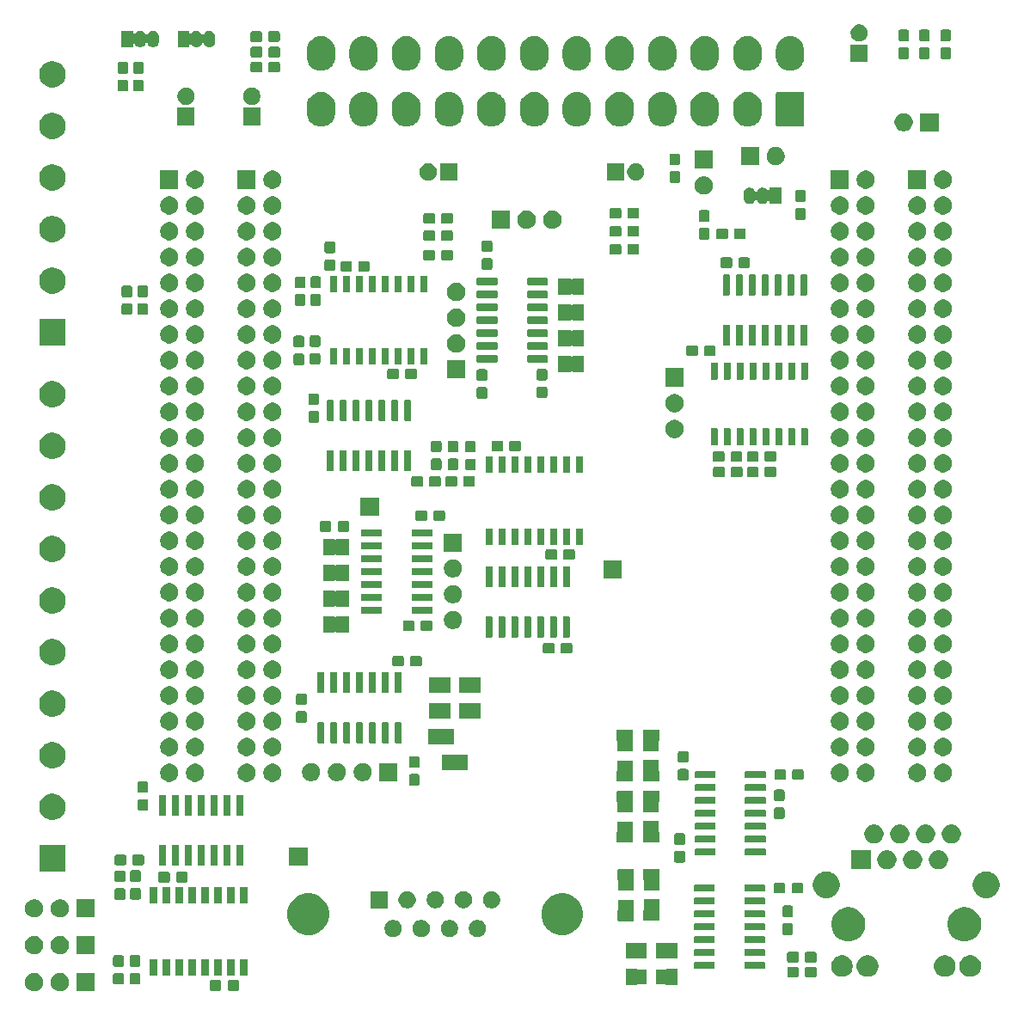
<source format=gts>
G04 #@! TF.GenerationSoftware,KiCad,Pcbnew,5.1.5+dfsg1-2build2*
G04 #@! TF.CreationDate,2022-01-22T21:41:21+01:00*
G04 #@! TF.ProjectId,lightcontroll,6c696768-7463-46f6-9e74-726f6c6c2e6b,rev?*
G04 #@! TF.SameCoordinates,Original*
G04 #@! TF.FileFunction,Soldermask,Top*
G04 #@! TF.FilePolarity,Negative*
%FSLAX46Y46*%
G04 Gerber Fmt 4.6, Leading zero omitted, Abs format (unit mm)*
G04 Created by KiCad (PCBNEW 5.1.5+dfsg1-2build2) date 2022-01-22 21:41:21*
%MOMM*%
%LPD*%
G04 APERTURE LIST*
%ADD10C,0.100000*%
G04 APERTURE END LIST*
D10*
G36*
X15251912Y-108374727D02*
G01*
X15401212Y-108404424D01*
X15565184Y-108472344D01*
X15712754Y-108570947D01*
X15838253Y-108696446D01*
X15936856Y-108844016D01*
X16004776Y-109007988D01*
X16039400Y-109182059D01*
X16039400Y-109359541D01*
X16004776Y-109533612D01*
X15936856Y-109697584D01*
X15838253Y-109845154D01*
X15712754Y-109970653D01*
X15565184Y-110069256D01*
X15401212Y-110137176D01*
X15251912Y-110166873D01*
X15227142Y-110171800D01*
X15049658Y-110171800D01*
X15024888Y-110166873D01*
X14875588Y-110137176D01*
X14711616Y-110069256D01*
X14564046Y-109970653D01*
X14438547Y-109845154D01*
X14339944Y-109697584D01*
X14272024Y-109533612D01*
X14237400Y-109359541D01*
X14237400Y-109182059D01*
X14272024Y-109007988D01*
X14339944Y-108844016D01*
X14438547Y-108696446D01*
X14564046Y-108570947D01*
X14711616Y-108472344D01*
X14875588Y-108404424D01*
X15024888Y-108374727D01*
X15049658Y-108369800D01*
X15227142Y-108369800D01*
X15251912Y-108374727D01*
G37*
G36*
X17791912Y-108374727D02*
G01*
X17941212Y-108404424D01*
X18105184Y-108472344D01*
X18252754Y-108570947D01*
X18378253Y-108696446D01*
X18476856Y-108844016D01*
X18544776Y-109007988D01*
X18579400Y-109182059D01*
X18579400Y-109359541D01*
X18544776Y-109533612D01*
X18476856Y-109697584D01*
X18378253Y-109845154D01*
X18252754Y-109970653D01*
X18105184Y-110069256D01*
X17941212Y-110137176D01*
X17791912Y-110166873D01*
X17767142Y-110171800D01*
X17589658Y-110171800D01*
X17564888Y-110166873D01*
X17415588Y-110137176D01*
X17251616Y-110069256D01*
X17104046Y-109970653D01*
X16978547Y-109845154D01*
X16879944Y-109697584D01*
X16812024Y-109533612D01*
X16777400Y-109359541D01*
X16777400Y-109182059D01*
X16812024Y-109007988D01*
X16879944Y-108844016D01*
X16978547Y-108696446D01*
X17104046Y-108570947D01*
X17251616Y-108472344D01*
X17415588Y-108404424D01*
X17564888Y-108374727D01*
X17589658Y-108369800D01*
X17767142Y-108369800D01*
X17791912Y-108374727D01*
G37*
G36*
X21119400Y-110171800D02*
G01*
X19317400Y-110171800D01*
X19317400Y-108369800D01*
X21119400Y-108369800D01*
X21119400Y-110171800D01*
G37*
G36*
X33423099Y-109079445D02*
G01*
X33460595Y-109090820D01*
X33495154Y-109109292D01*
X33525447Y-109134153D01*
X33550308Y-109164446D01*
X33568780Y-109199005D01*
X33580155Y-109236501D01*
X33584600Y-109281638D01*
X33584600Y-109920362D01*
X33580155Y-109965499D01*
X33568780Y-110002995D01*
X33550308Y-110037554D01*
X33525447Y-110067847D01*
X33495154Y-110092708D01*
X33460595Y-110111180D01*
X33423099Y-110122555D01*
X33377962Y-110127000D01*
X32639238Y-110127000D01*
X32594101Y-110122555D01*
X32556605Y-110111180D01*
X32522046Y-110092708D01*
X32491753Y-110067847D01*
X32466892Y-110037554D01*
X32448420Y-110002995D01*
X32437045Y-109965499D01*
X32432600Y-109920362D01*
X32432600Y-109281638D01*
X32437045Y-109236501D01*
X32448420Y-109199005D01*
X32466892Y-109164446D01*
X32491753Y-109134153D01*
X32522046Y-109109292D01*
X32556605Y-109090820D01*
X32594101Y-109079445D01*
X32639238Y-109075000D01*
X33377962Y-109075000D01*
X33423099Y-109079445D01*
G37*
G36*
X35173099Y-109079445D02*
G01*
X35210595Y-109090820D01*
X35245154Y-109109292D01*
X35275447Y-109134153D01*
X35300308Y-109164446D01*
X35318780Y-109199005D01*
X35330155Y-109236501D01*
X35334600Y-109281638D01*
X35334600Y-109920362D01*
X35330155Y-109965499D01*
X35318780Y-110002995D01*
X35300308Y-110037554D01*
X35275447Y-110067847D01*
X35245154Y-110092708D01*
X35210595Y-110111180D01*
X35173099Y-110122555D01*
X35127962Y-110127000D01*
X34389238Y-110127000D01*
X34344101Y-110122555D01*
X34306605Y-110111180D01*
X34272046Y-110092708D01*
X34241753Y-110067847D01*
X34216892Y-110037554D01*
X34198420Y-110002995D01*
X34187045Y-109965499D01*
X34182600Y-109920362D01*
X34182600Y-109281638D01*
X34187045Y-109236501D01*
X34198420Y-109199005D01*
X34216892Y-109164446D01*
X34241753Y-109134153D01*
X34272046Y-109109292D01*
X34306605Y-109090820D01*
X34344101Y-109079445D01*
X34389238Y-109075000D01*
X35127962Y-109075000D01*
X35173099Y-109079445D01*
G37*
G36*
X74449399Y-107962537D02*
G01*
X74459008Y-107965452D01*
X74467872Y-107970190D01*
X74484770Y-107984058D01*
X74484859Y-107984147D01*
X74484971Y-107984223D01*
X74485157Y-107984375D01*
X74485171Y-107984357D01*
X74505186Y-107997833D01*
X74527792Y-108007289D01*
X74551808Y-108012154D01*
X74564497Y-108012800D01*
X75489400Y-108012800D01*
X75489400Y-109512800D01*
X74564489Y-109512800D01*
X74540103Y-109515202D01*
X74516654Y-109522315D01*
X74495043Y-109533866D01*
X74485090Y-109541256D01*
X74475675Y-109548999D01*
X74467916Y-109555381D01*
X74459061Y-109560126D01*
X74456023Y-109561051D01*
X74449485Y-109563042D01*
X74449482Y-109563042D01*
X74449450Y-109563052D01*
X74439400Y-109564047D01*
X74439335Y-109564047D01*
X74433225Y-109564652D01*
X73445540Y-109564652D01*
X73429401Y-109563063D01*
X73419792Y-109560148D01*
X73410928Y-109555410D01*
X73403163Y-109549037D01*
X73396790Y-109541272D01*
X73392052Y-109532408D01*
X73389137Y-109522799D01*
X73387548Y-109506660D01*
X73387548Y-108018940D01*
X73389137Y-108002801D01*
X73392052Y-107993192D01*
X73396790Y-107984328D01*
X73403163Y-107976563D01*
X73410928Y-107970190D01*
X73419792Y-107965452D01*
X73429401Y-107962537D01*
X73445540Y-107960948D01*
X74433260Y-107960948D01*
X74449399Y-107962537D01*
G37*
G36*
X78449399Y-107962537D02*
G01*
X78459008Y-107965452D01*
X78467872Y-107970190D01*
X78475637Y-107976563D01*
X78482010Y-107984328D01*
X78486748Y-107993192D01*
X78489663Y-108002801D01*
X78491252Y-108018940D01*
X78491252Y-109506660D01*
X78489663Y-109522799D01*
X78486748Y-109532408D01*
X78482010Y-109541272D01*
X78475637Y-109549037D01*
X78467872Y-109555410D01*
X78459008Y-109560148D01*
X78449399Y-109563063D01*
X78433260Y-109564652D01*
X77445540Y-109564652D01*
X77429401Y-109563063D01*
X77419792Y-109560148D01*
X77410928Y-109555410D01*
X77394030Y-109541542D01*
X77393941Y-109541453D01*
X77393829Y-109541377D01*
X77393643Y-109541225D01*
X77393629Y-109541243D01*
X77373614Y-109527767D01*
X77351008Y-109518311D01*
X77326992Y-109513446D01*
X77314303Y-109512800D01*
X76389400Y-109512800D01*
X76389400Y-108012800D01*
X77314311Y-108012800D01*
X77338697Y-108010398D01*
X77362146Y-108003285D01*
X77383757Y-107991734D01*
X77393710Y-107984344D01*
X77405874Y-107974340D01*
X77410884Y-107970219D01*
X77419739Y-107965474D01*
X77424738Y-107963952D01*
X77429315Y-107962558D01*
X77429318Y-107962558D01*
X77429350Y-107962548D01*
X77439400Y-107961553D01*
X77439465Y-107961553D01*
X77445575Y-107960948D01*
X78433260Y-107960948D01*
X78449399Y-107962537D01*
G37*
G36*
X25459699Y-108366445D02*
G01*
X25497195Y-108377820D01*
X25531754Y-108396292D01*
X25562047Y-108421153D01*
X25586908Y-108451446D01*
X25605380Y-108486005D01*
X25616755Y-108523501D01*
X25621200Y-108568638D01*
X25621200Y-109307362D01*
X25616755Y-109352499D01*
X25605380Y-109389995D01*
X25586908Y-109424554D01*
X25562047Y-109454847D01*
X25531754Y-109479708D01*
X25497195Y-109498180D01*
X25459699Y-109509555D01*
X25414562Y-109514000D01*
X24775838Y-109514000D01*
X24730701Y-109509555D01*
X24693205Y-109498180D01*
X24658646Y-109479708D01*
X24628353Y-109454847D01*
X24603492Y-109424554D01*
X24585020Y-109389995D01*
X24573645Y-109352499D01*
X24569200Y-109307362D01*
X24569200Y-108568638D01*
X24573645Y-108523501D01*
X24585020Y-108486005D01*
X24603492Y-108451446D01*
X24628353Y-108421153D01*
X24658646Y-108396292D01*
X24693205Y-108377820D01*
X24730701Y-108366445D01*
X24775838Y-108362000D01*
X25414562Y-108362000D01*
X25459699Y-108366445D01*
G37*
G36*
X23808699Y-108366445D02*
G01*
X23846195Y-108377820D01*
X23880754Y-108396292D01*
X23911047Y-108421153D01*
X23935908Y-108451446D01*
X23954380Y-108486005D01*
X23965755Y-108523501D01*
X23970200Y-108568638D01*
X23970200Y-109307362D01*
X23965755Y-109352499D01*
X23954380Y-109389995D01*
X23935908Y-109424554D01*
X23911047Y-109454847D01*
X23880754Y-109479708D01*
X23846195Y-109498180D01*
X23808699Y-109509555D01*
X23763562Y-109514000D01*
X23124838Y-109514000D01*
X23079701Y-109509555D01*
X23042205Y-109498180D01*
X23007646Y-109479708D01*
X22977353Y-109454847D01*
X22952492Y-109424554D01*
X22934020Y-109389995D01*
X22922645Y-109352499D01*
X22918200Y-109307362D01*
X22918200Y-108568638D01*
X22922645Y-108523501D01*
X22934020Y-108486005D01*
X22952492Y-108451446D01*
X22977353Y-108421153D01*
X23007646Y-108396292D01*
X23042205Y-108377820D01*
X23079701Y-108366445D01*
X23124838Y-108362000D01*
X23763562Y-108362000D01*
X23808699Y-108366445D01*
G37*
G36*
X90294999Y-107745945D02*
G01*
X90332495Y-107757320D01*
X90367054Y-107775792D01*
X90397347Y-107800653D01*
X90422208Y-107830946D01*
X90440680Y-107865505D01*
X90452055Y-107903001D01*
X90456500Y-107948138D01*
X90456500Y-108586862D01*
X90452055Y-108631999D01*
X90440680Y-108669495D01*
X90422208Y-108704054D01*
X90397347Y-108734347D01*
X90367054Y-108759208D01*
X90332495Y-108777680D01*
X90294999Y-108789055D01*
X90249862Y-108793500D01*
X89511138Y-108793500D01*
X89466001Y-108789055D01*
X89428505Y-108777680D01*
X89393946Y-108759208D01*
X89363653Y-108734347D01*
X89338792Y-108704054D01*
X89320320Y-108669495D01*
X89308945Y-108631999D01*
X89304500Y-108586862D01*
X89304500Y-107948138D01*
X89308945Y-107903001D01*
X89320320Y-107865505D01*
X89338792Y-107830946D01*
X89363653Y-107800653D01*
X89393946Y-107775792D01*
X89428505Y-107757320D01*
X89466001Y-107745945D01*
X89511138Y-107741500D01*
X90249862Y-107741500D01*
X90294999Y-107745945D01*
G37*
G36*
X92044999Y-107745945D02*
G01*
X92082495Y-107757320D01*
X92117054Y-107775792D01*
X92147347Y-107800653D01*
X92172208Y-107830946D01*
X92190680Y-107865505D01*
X92202055Y-107903001D01*
X92206500Y-107948138D01*
X92206500Y-108586862D01*
X92202055Y-108631999D01*
X92190680Y-108669495D01*
X92172208Y-108704054D01*
X92147347Y-108734347D01*
X92117054Y-108759208D01*
X92082495Y-108777680D01*
X92044999Y-108789055D01*
X91999862Y-108793500D01*
X91261138Y-108793500D01*
X91216001Y-108789055D01*
X91178505Y-108777680D01*
X91143946Y-108759208D01*
X91113653Y-108734347D01*
X91088792Y-108704054D01*
X91070320Y-108669495D01*
X91058945Y-108631999D01*
X91054500Y-108586862D01*
X91054500Y-107948138D01*
X91058945Y-107903001D01*
X91070320Y-107865505D01*
X91088792Y-107830946D01*
X91113653Y-107800653D01*
X91143946Y-107775792D01*
X91178505Y-107757320D01*
X91216001Y-107745945D01*
X91261138Y-107741500D01*
X91999862Y-107741500D01*
X92044999Y-107745945D01*
G37*
G36*
X97529731Y-106657303D02*
G01*
X97719733Y-106736005D01*
X97723914Y-106737737D01*
X97898673Y-106854507D01*
X98047293Y-107003127D01*
X98159225Y-107170646D01*
X98164064Y-107177888D01*
X98244497Y-107372069D01*
X98285500Y-107578208D01*
X98285500Y-107788392D01*
X98244497Y-107994531D01*
X98234386Y-108018940D01*
X98164063Y-108188714D01*
X98047293Y-108363473D01*
X97898673Y-108512093D01*
X97723914Y-108628863D01*
X97723913Y-108628864D01*
X97723912Y-108628864D01*
X97529731Y-108709297D01*
X97323592Y-108750300D01*
X97113408Y-108750300D01*
X96907269Y-108709297D01*
X96713088Y-108628864D01*
X96713087Y-108628864D01*
X96713086Y-108628863D01*
X96538327Y-108512093D01*
X96389707Y-108363473D01*
X96272937Y-108188714D01*
X96202614Y-108018940D01*
X96192503Y-107994531D01*
X96151500Y-107788392D01*
X96151500Y-107578208D01*
X96192503Y-107372069D01*
X96272936Y-107177888D01*
X96277775Y-107170646D01*
X96389707Y-107003127D01*
X96538327Y-106854507D01*
X96713086Y-106737737D01*
X96717267Y-106736005D01*
X96907269Y-106657303D01*
X97113408Y-106616300D01*
X97323592Y-106616300D01*
X97529731Y-106657303D01*
G37*
G36*
X105124331Y-106657303D02*
G01*
X105314333Y-106736005D01*
X105318514Y-106737737D01*
X105493273Y-106854507D01*
X105641893Y-107003127D01*
X105753825Y-107170646D01*
X105758664Y-107177888D01*
X105839097Y-107372069D01*
X105880100Y-107578208D01*
X105880100Y-107788392D01*
X105839097Y-107994531D01*
X105828986Y-108018940D01*
X105758663Y-108188714D01*
X105641893Y-108363473D01*
X105493273Y-108512093D01*
X105318514Y-108628863D01*
X105318513Y-108628864D01*
X105318512Y-108628864D01*
X105124331Y-108709297D01*
X104918192Y-108750300D01*
X104708008Y-108750300D01*
X104501869Y-108709297D01*
X104307688Y-108628864D01*
X104307687Y-108628864D01*
X104307686Y-108628863D01*
X104132927Y-108512093D01*
X103984307Y-108363473D01*
X103867537Y-108188714D01*
X103797214Y-108018940D01*
X103787103Y-107994531D01*
X103746100Y-107788392D01*
X103746100Y-107578208D01*
X103787103Y-107372069D01*
X103867536Y-107177888D01*
X103872375Y-107170646D01*
X103984307Y-107003127D01*
X104132927Y-106854507D01*
X104307686Y-106737737D01*
X104311867Y-106736005D01*
X104501869Y-106657303D01*
X104708008Y-106616300D01*
X104918192Y-106616300D01*
X105124331Y-106657303D01*
G37*
G36*
X107638931Y-106657303D02*
G01*
X107828933Y-106736005D01*
X107833114Y-106737737D01*
X108007873Y-106854507D01*
X108156493Y-107003127D01*
X108268425Y-107170646D01*
X108273264Y-107177888D01*
X108353697Y-107372069D01*
X108394700Y-107578208D01*
X108394700Y-107788392D01*
X108353697Y-107994531D01*
X108343586Y-108018940D01*
X108273263Y-108188714D01*
X108156493Y-108363473D01*
X108007873Y-108512093D01*
X107833114Y-108628863D01*
X107833113Y-108628864D01*
X107833112Y-108628864D01*
X107638931Y-108709297D01*
X107432792Y-108750300D01*
X107222608Y-108750300D01*
X107016469Y-108709297D01*
X106822288Y-108628864D01*
X106822287Y-108628864D01*
X106822286Y-108628863D01*
X106647527Y-108512093D01*
X106498907Y-108363473D01*
X106382137Y-108188714D01*
X106311814Y-108018940D01*
X106301703Y-107994531D01*
X106260700Y-107788392D01*
X106260700Y-107578208D01*
X106301703Y-107372069D01*
X106382136Y-107177888D01*
X106386975Y-107170646D01*
X106498907Y-107003127D01*
X106647527Y-106854507D01*
X106822286Y-106737737D01*
X106826467Y-106736005D01*
X107016469Y-106657303D01*
X107222608Y-106616300D01*
X107432792Y-106616300D01*
X107638931Y-106657303D01*
G37*
G36*
X95015131Y-106657303D02*
G01*
X95205133Y-106736005D01*
X95209314Y-106737737D01*
X95384073Y-106854507D01*
X95532693Y-107003127D01*
X95644625Y-107170646D01*
X95649464Y-107177888D01*
X95729897Y-107372069D01*
X95770900Y-107578208D01*
X95770900Y-107788392D01*
X95729897Y-107994531D01*
X95719786Y-108018940D01*
X95649463Y-108188714D01*
X95532693Y-108363473D01*
X95384073Y-108512093D01*
X95209314Y-108628863D01*
X95209313Y-108628864D01*
X95209312Y-108628864D01*
X95015131Y-108709297D01*
X94808992Y-108750300D01*
X94598808Y-108750300D01*
X94392669Y-108709297D01*
X94198488Y-108628864D01*
X94198487Y-108628864D01*
X94198486Y-108628863D01*
X94023727Y-108512093D01*
X93875107Y-108363473D01*
X93758337Y-108188714D01*
X93688014Y-108018940D01*
X93677903Y-107994531D01*
X93636900Y-107788392D01*
X93636900Y-107578208D01*
X93677903Y-107372069D01*
X93758336Y-107177888D01*
X93763175Y-107170646D01*
X93875107Y-107003127D01*
X94023727Y-106854507D01*
X94198486Y-106737737D01*
X94202667Y-106736005D01*
X94392669Y-106657303D01*
X94598808Y-106616300D01*
X94808992Y-106616300D01*
X95015131Y-106657303D01*
G37*
G36*
X36139600Y-108618000D02*
G01*
X35437600Y-108618000D01*
X35437600Y-107016000D01*
X36139600Y-107016000D01*
X36139600Y-108618000D01*
G37*
G36*
X32329600Y-108618000D02*
G01*
X31627600Y-108618000D01*
X31627600Y-107016000D01*
X32329600Y-107016000D01*
X32329600Y-108618000D01*
G37*
G36*
X33599600Y-108618000D02*
G01*
X32897600Y-108618000D01*
X32897600Y-107016000D01*
X33599600Y-107016000D01*
X33599600Y-108618000D01*
G37*
G36*
X34869600Y-108618000D02*
G01*
X34167600Y-108618000D01*
X34167600Y-107016000D01*
X34869600Y-107016000D01*
X34869600Y-108618000D01*
G37*
G36*
X31059600Y-108618000D02*
G01*
X30357600Y-108618000D01*
X30357600Y-107016000D01*
X31059600Y-107016000D01*
X31059600Y-108618000D01*
G37*
G36*
X29789600Y-108618000D02*
G01*
X29087600Y-108618000D01*
X29087600Y-107016000D01*
X29789600Y-107016000D01*
X29789600Y-108618000D01*
G37*
G36*
X28519600Y-108618000D02*
G01*
X27817600Y-108618000D01*
X27817600Y-107016000D01*
X28519600Y-107016000D01*
X28519600Y-108618000D01*
G37*
G36*
X27249600Y-108618000D02*
G01*
X26547600Y-108618000D01*
X26547600Y-107016000D01*
X27249600Y-107016000D01*
X27249600Y-108618000D01*
G37*
G36*
X82089428Y-107284264D02*
G01*
X82110509Y-107290660D01*
X82129945Y-107301048D01*
X82146976Y-107315024D01*
X82160952Y-107332055D01*
X82171340Y-107351491D01*
X82177736Y-107372572D01*
X82180500Y-107400640D01*
X82180500Y-107864360D01*
X82177736Y-107892428D01*
X82171340Y-107913509D01*
X82160952Y-107932945D01*
X82146976Y-107949976D01*
X82129945Y-107963952D01*
X82110509Y-107974340D01*
X82089428Y-107980736D01*
X82061360Y-107983500D01*
X80247640Y-107983500D01*
X80219572Y-107980736D01*
X80198491Y-107974340D01*
X80179055Y-107963952D01*
X80162024Y-107949976D01*
X80148048Y-107932945D01*
X80137660Y-107913509D01*
X80131264Y-107892428D01*
X80128500Y-107864360D01*
X80128500Y-107400640D01*
X80131264Y-107372572D01*
X80137660Y-107351491D01*
X80148048Y-107332055D01*
X80162024Y-107315024D01*
X80179055Y-107301048D01*
X80198491Y-107290660D01*
X80219572Y-107284264D01*
X80247640Y-107281500D01*
X82061360Y-107281500D01*
X82089428Y-107284264D01*
G37*
G36*
X87039428Y-107284264D02*
G01*
X87060509Y-107290660D01*
X87079945Y-107301048D01*
X87096976Y-107315024D01*
X87110952Y-107332055D01*
X87121340Y-107351491D01*
X87127736Y-107372572D01*
X87130500Y-107400640D01*
X87130500Y-107864360D01*
X87127736Y-107892428D01*
X87121340Y-107913509D01*
X87110952Y-107932945D01*
X87096976Y-107949976D01*
X87079945Y-107963952D01*
X87060509Y-107974340D01*
X87039428Y-107980736D01*
X87011360Y-107983500D01*
X85197640Y-107983500D01*
X85169572Y-107980736D01*
X85148491Y-107974340D01*
X85129055Y-107963952D01*
X85112024Y-107949976D01*
X85098048Y-107932945D01*
X85087660Y-107913509D01*
X85081264Y-107892428D01*
X85078500Y-107864360D01*
X85078500Y-107400640D01*
X85081264Y-107372572D01*
X85087660Y-107351491D01*
X85098048Y-107332055D01*
X85112024Y-107315024D01*
X85129055Y-107301048D01*
X85148491Y-107290660D01*
X85169572Y-107284264D01*
X85197640Y-107281500D01*
X87011360Y-107281500D01*
X87039428Y-107284264D01*
G37*
G36*
X25459699Y-106616445D02*
G01*
X25497195Y-106627820D01*
X25531754Y-106646292D01*
X25562047Y-106671153D01*
X25586908Y-106701446D01*
X25605380Y-106736005D01*
X25616755Y-106773501D01*
X25621200Y-106818638D01*
X25621200Y-107557362D01*
X25616755Y-107602499D01*
X25605380Y-107639995D01*
X25586908Y-107674554D01*
X25562047Y-107704847D01*
X25531754Y-107729708D01*
X25497195Y-107748180D01*
X25459699Y-107759555D01*
X25414562Y-107764000D01*
X24775838Y-107764000D01*
X24730701Y-107759555D01*
X24693205Y-107748180D01*
X24658646Y-107729708D01*
X24628353Y-107704847D01*
X24603492Y-107674554D01*
X24585020Y-107639995D01*
X24573645Y-107602499D01*
X24569200Y-107557362D01*
X24569200Y-106818638D01*
X24573645Y-106773501D01*
X24585020Y-106736005D01*
X24603492Y-106701446D01*
X24628353Y-106671153D01*
X24658646Y-106646292D01*
X24693205Y-106627820D01*
X24730701Y-106616445D01*
X24775838Y-106612000D01*
X25414562Y-106612000D01*
X25459699Y-106616445D01*
G37*
G36*
X23808699Y-106616445D02*
G01*
X23846195Y-106627820D01*
X23880754Y-106646292D01*
X23911047Y-106671153D01*
X23935908Y-106701446D01*
X23954380Y-106736005D01*
X23965755Y-106773501D01*
X23970200Y-106818638D01*
X23970200Y-107557362D01*
X23965755Y-107602499D01*
X23954380Y-107639995D01*
X23935908Y-107674554D01*
X23911047Y-107704847D01*
X23880754Y-107729708D01*
X23846195Y-107748180D01*
X23808699Y-107759555D01*
X23763562Y-107764000D01*
X23124838Y-107764000D01*
X23079701Y-107759555D01*
X23042205Y-107748180D01*
X23007646Y-107729708D01*
X22977353Y-107704847D01*
X22952492Y-107674554D01*
X22934020Y-107639995D01*
X22922645Y-107602499D01*
X22918200Y-107557362D01*
X22918200Y-106818638D01*
X22922645Y-106773501D01*
X22934020Y-106736005D01*
X22952492Y-106701446D01*
X22977353Y-106671153D01*
X23007646Y-106646292D01*
X23042205Y-106627820D01*
X23079701Y-106616445D01*
X23124838Y-106612000D01*
X23763562Y-106612000D01*
X23808699Y-106616445D01*
G37*
G36*
X90280999Y-106285445D02*
G01*
X90318495Y-106296820D01*
X90353054Y-106315292D01*
X90383347Y-106340153D01*
X90408208Y-106370446D01*
X90426680Y-106405005D01*
X90438055Y-106442501D01*
X90442500Y-106487638D01*
X90442500Y-107126362D01*
X90438055Y-107171499D01*
X90426680Y-107208995D01*
X90408208Y-107243554D01*
X90383347Y-107273847D01*
X90353054Y-107298708D01*
X90318495Y-107317180D01*
X90280999Y-107328555D01*
X90235862Y-107333000D01*
X89497138Y-107333000D01*
X89452001Y-107328555D01*
X89414505Y-107317180D01*
X89379946Y-107298708D01*
X89349653Y-107273847D01*
X89324792Y-107243554D01*
X89306320Y-107208995D01*
X89294945Y-107171499D01*
X89290500Y-107126362D01*
X89290500Y-106487638D01*
X89294945Y-106442501D01*
X89306320Y-106405005D01*
X89324792Y-106370446D01*
X89349653Y-106340153D01*
X89379946Y-106315292D01*
X89414505Y-106296820D01*
X89452001Y-106285445D01*
X89497138Y-106281000D01*
X90235862Y-106281000D01*
X90280999Y-106285445D01*
G37*
G36*
X92030999Y-106285445D02*
G01*
X92068495Y-106296820D01*
X92103054Y-106315292D01*
X92133347Y-106340153D01*
X92158208Y-106370446D01*
X92176680Y-106405005D01*
X92188055Y-106442501D01*
X92192500Y-106487638D01*
X92192500Y-107126362D01*
X92188055Y-107171499D01*
X92176680Y-107208995D01*
X92158208Y-107243554D01*
X92133347Y-107273847D01*
X92103054Y-107298708D01*
X92068495Y-107317180D01*
X92030999Y-107328555D01*
X91985862Y-107333000D01*
X91247138Y-107333000D01*
X91202001Y-107328555D01*
X91164505Y-107317180D01*
X91129946Y-107298708D01*
X91099653Y-107273847D01*
X91074792Y-107243554D01*
X91056320Y-107208995D01*
X91044945Y-107171499D01*
X91040500Y-107126362D01*
X91040500Y-106487638D01*
X91044945Y-106442501D01*
X91056320Y-106405005D01*
X91074792Y-106370446D01*
X91099653Y-106340153D01*
X91129946Y-106315292D01*
X91164505Y-106296820D01*
X91202001Y-106285445D01*
X91247138Y-106281000D01*
X91985862Y-106281000D01*
X92030999Y-106285445D01*
G37*
G36*
X74455999Y-105371737D02*
G01*
X74465608Y-105374652D01*
X74474472Y-105379390D01*
X74491370Y-105393258D01*
X74491459Y-105393347D01*
X74491571Y-105393423D01*
X74491757Y-105393575D01*
X74491771Y-105393557D01*
X74511786Y-105407033D01*
X74534392Y-105416489D01*
X74558408Y-105421354D01*
X74571097Y-105422000D01*
X75496000Y-105422000D01*
X75496000Y-106922000D01*
X74571089Y-106922000D01*
X74546703Y-106924402D01*
X74523254Y-106931515D01*
X74501643Y-106943066D01*
X74491690Y-106950456D01*
X74482275Y-106958199D01*
X74474516Y-106964581D01*
X74465661Y-106969326D01*
X74462623Y-106970251D01*
X74456085Y-106972242D01*
X74456082Y-106972242D01*
X74456050Y-106972252D01*
X74446000Y-106973247D01*
X74445935Y-106973247D01*
X74439825Y-106973852D01*
X73452140Y-106973852D01*
X73436001Y-106972263D01*
X73426392Y-106969348D01*
X73417528Y-106964610D01*
X73409763Y-106958237D01*
X73403390Y-106950472D01*
X73398652Y-106941608D01*
X73395737Y-106931999D01*
X73394148Y-106915860D01*
X73394148Y-105428140D01*
X73395737Y-105412001D01*
X73398652Y-105402392D01*
X73403390Y-105393528D01*
X73409763Y-105385763D01*
X73417528Y-105379390D01*
X73426392Y-105374652D01*
X73436001Y-105371737D01*
X73452140Y-105370148D01*
X74439860Y-105370148D01*
X74455999Y-105371737D01*
G37*
G36*
X78455999Y-105371737D02*
G01*
X78465608Y-105374652D01*
X78474472Y-105379390D01*
X78482237Y-105385763D01*
X78488610Y-105393528D01*
X78493348Y-105402392D01*
X78496263Y-105412001D01*
X78497852Y-105428140D01*
X78497852Y-106915860D01*
X78496263Y-106931999D01*
X78493348Y-106941608D01*
X78488610Y-106950472D01*
X78482237Y-106958237D01*
X78474472Y-106964610D01*
X78465608Y-106969348D01*
X78455999Y-106972263D01*
X78439860Y-106973852D01*
X77452140Y-106973852D01*
X77436001Y-106972263D01*
X77426392Y-106969348D01*
X77417528Y-106964610D01*
X77400630Y-106950742D01*
X77400541Y-106950653D01*
X77400429Y-106950577D01*
X77400243Y-106950425D01*
X77400229Y-106950443D01*
X77380214Y-106936967D01*
X77357608Y-106927511D01*
X77333592Y-106922646D01*
X77320903Y-106922000D01*
X76396000Y-106922000D01*
X76396000Y-105422000D01*
X77320911Y-105422000D01*
X77345297Y-105419598D01*
X77368746Y-105412485D01*
X77390357Y-105400934D01*
X77400310Y-105393544D01*
X77410165Y-105385439D01*
X77417484Y-105379419D01*
X77426339Y-105374674D01*
X77429377Y-105373749D01*
X77435915Y-105371758D01*
X77435918Y-105371758D01*
X77435950Y-105371748D01*
X77446000Y-105370753D01*
X77446065Y-105370753D01*
X77452175Y-105370148D01*
X78439860Y-105370148D01*
X78455999Y-105371737D01*
G37*
G36*
X87039428Y-106014264D02*
G01*
X87060509Y-106020660D01*
X87079945Y-106031048D01*
X87096976Y-106045024D01*
X87110952Y-106062055D01*
X87121340Y-106081491D01*
X87127736Y-106102572D01*
X87130500Y-106130640D01*
X87130500Y-106594360D01*
X87127736Y-106622428D01*
X87121340Y-106643509D01*
X87110952Y-106662945D01*
X87096976Y-106679976D01*
X87079945Y-106693952D01*
X87060509Y-106704340D01*
X87039428Y-106710736D01*
X87011360Y-106713500D01*
X85197640Y-106713500D01*
X85169572Y-106710736D01*
X85148491Y-106704340D01*
X85129055Y-106693952D01*
X85112024Y-106679976D01*
X85098048Y-106662945D01*
X85087660Y-106643509D01*
X85081264Y-106622428D01*
X85078500Y-106594360D01*
X85078500Y-106130640D01*
X85081264Y-106102572D01*
X85087660Y-106081491D01*
X85098048Y-106062055D01*
X85112024Y-106045024D01*
X85129055Y-106031048D01*
X85148491Y-106020660D01*
X85169572Y-106014264D01*
X85197640Y-106011500D01*
X87011360Y-106011500D01*
X87039428Y-106014264D01*
G37*
G36*
X82089428Y-106014264D02*
G01*
X82110509Y-106020660D01*
X82129945Y-106031048D01*
X82146976Y-106045024D01*
X82160952Y-106062055D01*
X82171340Y-106081491D01*
X82177736Y-106102572D01*
X82180500Y-106130640D01*
X82180500Y-106594360D01*
X82177736Y-106622428D01*
X82171340Y-106643509D01*
X82160952Y-106662945D01*
X82146976Y-106679976D01*
X82129945Y-106693952D01*
X82110509Y-106704340D01*
X82089428Y-106710736D01*
X82061360Y-106713500D01*
X80247640Y-106713500D01*
X80219572Y-106710736D01*
X80198491Y-106704340D01*
X80179055Y-106693952D01*
X80162024Y-106679976D01*
X80148048Y-106662945D01*
X80137660Y-106643509D01*
X80131264Y-106622428D01*
X80128500Y-106594360D01*
X80128500Y-106130640D01*
X80131264Y-106102572D01*
X80137660Y-106081491D01*
X80148048Y-106062055D01*
X80162024Y-106045024D01*
X80179055Y-106031048D01*
X80198491Y-106020660D01*
X80219572Y-106014264D01*
X80247640Y-106011500D01*
X82061360Y-106011500D01*
X82089428Y-106014264D01*
G37*
G36*
X17791912Y-104717127D02*
G01*
X17941212Y-104746824D01*
X18105184Y-104814744D01*
X18252754Y-104913347D01*
X18378253Y-105038846D01*
X18476856Y-105186416D01*
X18544776Y-105350388D01*
X18579400Y-105524459D01*
X18579400Y-105701941D01*
X18544776Y-105876012D01*
X18476856Y-106039984D01*
X18378253Y-106187554D01*
X18252754Y-106313053D01*
X18105184Y-106411656D01*
X17941212Y-106479576D01*
X17791912Y-106509273D01*
X17767142Y-106514200D01*
X17589658Y-106514200D01*
X17564888Y-106509273D01*
X17415588Y-106479576D01*
X17251616Y-106411656D01*
X17104046Y-106313053D01*
X16978547Y-106187554D01*
X16879944Y-106039984D01*
X16812024Y-105876012D01*
X16777400Y-105701941D01*
X16777400Y-105524459D01*
X16812024Y-105350388D01*
X16879944Y-105186416D01*
X16978547Y-105038846D01*
X17104046Y-104913347D01*
X17251616Y-104814744D01*
X17415588Y-104746824D01*
X17564888Y-104717127D01*
X17589658Y-104712200D01*
X17767142Y-104712200D01*
X17791912Y-104717127D01*
G37*
G36*
X21119400Y-106514200D02*
G01*
X19317400Y-106514200D01*
X19317400Y-104712200D01*
X21119400Y-104712200D01*
X21119400Y-106514200D01*
G37*
G36*
X15251912Y-104717127D02*
G01*
X15401212Y-104746824D01*
X15565184Y-104814744D01*
X15712754Y-104913347D01*
X15838253Y-105038846D01*
X15936856Y-105186416D01*
X16004776Y-105350388D01*
X16039400Y-105524459D01*
X16039400Y-105701941D01*
X16004776Y-105876012D01*
X15936856Y-106039984D01*
X15838253Y-106187554D01*
X15712754Y-106313053D01*
X15565184Y-106411656D01*
X15401212Y-106479576D01*
X15251912Y-106509273D01*
X15227142Y-106514200D01*
X15049658Y-106514200D01*
X15024888Y-106509273D01*
X14875588Y-106479576D01*
X14711616Y-106411656D01*
X14564046Y-106313053D01*
X14438547Y-106187554D01*
X14339944Y-106039984D01*
X14272024Y-105876012D01*
X14237400Y-105701941D01*
X14237400Y-105524459D01*
X14272024Y-105350388D01*
X14339944Y-105186416D01*
X14438547Y-105038846D01*
X14564046Y-104913347D01*
X14711616Y-104814744D01*
X14875588Y-104746824D01*
X15024888Y-104717127D01*
X15049658Y-104712200D01*
X15227142Y-104712200D01*
X15251912Y-104717127D01*
G37*
G36*
X87039428Y-104744264D02*
G01*
X87060509Y-104750660D01*
X87079945Y-104761048D01*
X87096976Y-104775024D01*
X87110952Y-104792055D01*
X87121340Y-104811491D01*
X87127736Y-104832572D01*
X87130500Y-104860640D01*
X87130500Y-105324360D01*
X87127736Y-105352428D01*
X87121340Y-105373509D01*
X87110952Y-105392945D01*
X87096976Y-105409976D01*
X87079945Y-105423952D01*
X87060509Y-105434340D01*
X87039428Y-105440736D01*
X87011360Y-105443500D01*
X85197640Y-105443500D01*
X85169572Y-105440736D01*
X85148491Y-105434340D01*
X85129055Y-105423952D01*
X85112024Y-105409976D01*
X85098048Y-105392945D01*
X85087660Y-105373509D01*
X85081264Y-105352428D01*
X85078500Y-105324360D01*
X85078500Y-104860640D01*
X85081264Y-104832572D01*
X85087660Y-104811491D01*
X85098048Y-104792055D01*
X85112024Y-104775024D01*
X85129055Y-104761048D01*
X85148491Y-104750660D01*
X85169572Y-104744264D01*
X85197640Y-104741500D01*
X87011360Y-104741500D01*
X87039428Y-104744264D01*
G37*
G36*
X82089428Y-104744264D02*
G01*
X82110509Y-104750660D01*
X82129945Y-104761048D01*
X82146976Y-104775024D01*
X82160952Y-104792055D01*
X82171340Y-104811491D01*
X82177736Y-104832572D01*
X82180500Y-104860640D01*
X82180500Y-105324360D01*
X82177736Y-105352428D01*
X82171340Y-105373509D01*
X82160952Y-105392945D01*
X82146976Y-105409976D01*
X82129945Y-105423952D01*
X82110509Y-105434340D01*
X82089428Y-105440736D01*
X82061360Y-105443500D01*
X80247640Y-105443500D01*
X80219572Y-105440736D01*
X80198491Y-105434340D01*
X80179055Y-105423952D01*
X80162024Y-105409976D01*
X80148048Y-105392945D01*
X80137660Y-105373509D01*
X80131264Y-105352428D01*
X80128500Y-105324360D01*
X80128500Y-104860640D01*
X80131264Y-104832572D01*
X80137660Y-104811491D01*
X80148048Y-104792055D01*
X80162024Y-104775024D01*
X80179055Y-104761048D01*
X80198491Y-104750660D01*
X80219572Y-104744264D01*
X80247640Y-104741500D01*
X82061360Y-104741500D01*
X82089428Y-104744264D01*
G37*
G36*
X107038125Y-101917658D02*
G01*
X107232546Y-101956331D01*
X107334592Y-101998600D01*
X107529446Y-102079311D01*
X107537668Y-102082717D01*
X107812270Y-102266200D01*
X108045800Y-102499730D01*
X108218113Y-102757615D01*
X108229284Y-102774334D01*
X108245063Y-102812428D01*
X108355669Y-103079454D01*
X108420100Y-103403369D01*
X108420100Y-103733631D01*
X108355669Y-104057546D01*
X108229283Y-104362668D01*
X108045800Y-104637270D01*
X107812270Y-104870800D01*
X107537668Y-105054283D01*
X107232546Y-105180669D01*
X107070589Y-105212884D01*
X106908632Y-105245100D01*
X106578368Y-105245100D01*
X106416411Y-105212884D01*
X106254454Y-105180669D01*
X105949332Y-105054283D01*
X105674730Y-104870800D01*
X105441200Y-104637270D01*
X105257717Y-104362668D01*
X105131331Y-104057546D01*
X105066900Y-103733631D01*
X105066900Y-103403369D01*
X105131331Y-103079454D01*
X105241937Y-102812428D01*
X105257716Y-102774334D01*
X105268887Y-102757615D01*
X105441200Y-102499730D01*
X105674730Y-102266200D01*
X105949332Y-102082717D01*
X105957555Y-102079311D01*
X106152408Y-101998600D01*
X106254454Y-101956331D01*
X106448875Y-101917658D01*
X106578368Y-101891900D01*
X106908632Y-101891900D01*
X107038125Y-101917658D01*
G37*
G36*
X95608125Y-101917658D02*
G01*
X95802546Y-101956331D01*
X95904592Y-101998600D01*
X96099446Y-102079311D01*
X96107668Y-102082717D01*
X96382270Y-102266200D01*
X96615800Y-102499730D01*
X96788113Y-102757615D01*
X96799284Y-102774334D01*
X96815063Y-102812428D01*
X96925669Y-103079454D01*
X96990100Y-103403369D01*
X96990100Y-103733631D01*
X96925669Y-104057546D01*
X96799283Y-104362668D01*
X96615800Y-104637270D01*
X96382270Y-104870800D01*
X96107668Y-105054283D01*
X95802546Y-105180669D01*
X95640589Y-105212884D01*
X95478632Y-105245100D01*
X95148368Y-105245100D01*
X94986411Y-105212884D01*
X94824454Y-105180669D01*
X94519332Y-105054283D01*
X94244730Y-104870800D01*
X94011200Y-104637270D01*
X93827717Y-104362668D01*
X93701331Y-104057546D01*
X93636900Y-103733631D01*
X93636900Y-103403369D01*
X93701331Y-103079454D01*
X93811937Y-102812428D01*
X93827716Y-102774334D01*
X93838887Y-102757615D01*
X94011200Y-102499730D01*
X94244730Y-102266200D01*
X94519332Y-102082717D01*
X94527555Y-102079311D01*
X94722408Y-101998600D01*
X94824454Y-101956331D01*
X95018875Y-101917658D01*
X95148368Y-101891900D01*
X95478632Y-101891900D01*
X95608125Y-101917658D01*
G37*
G36*
X53510628Y-103169303D02*
G01*
X53665500Y-103233453D01*
X53804881Y-103326585D01*
X53923415Y-103445119D01*
X54016547Y-103584500D01*
X54080697Y-103739372D01*
X54113400Y-103903784D01*
X54113400Y-104071416D01*
X54080697Y-104235828D01*
X54016547Y-104390700D01*
X53923415Y-104530081D01*
X53804881Y-104648615D01*
X53665500Y-104741747D01*
X53510628Y-104805897D01*
X53346216Y-104838600D01*
X53178584Y-104838600D01*
X53014172Y-104805897D01*
X52859300Y-104741747D01*
X52719919Y-104648615D01*
X52601385Y-104530081D01*
X52508253Y-104390700D01*
X52444103Y-104235828D01*
X52411400Y-104071416D01*
X52411400Y-103903784D01*
X52444103Y-103739372D01*
X52508253Y-103584500D01*
X52601385Y-103445119D01*
X52719919Y-103326585D01*
X52859300Y-103233453D01*
X53014172Y-103169303D01*
X53178584Y-103136600D01*
X53346216Y-103136600D01*
X53510628Y-103169303D01*
G37*
G36*
X50740628Y-103169303D02*
G01*
X50895500Y-103233453D01*
X51034881Y-103326585D01*
X51153415Y-103445119D01*
X51246547Y-103584500D01*
X51310697Y-103739372D01*
X51343400Y-103903784D01*
X51343400Y-104071416D01*
X51310697Y-104235828D01*
X51246547Y-104390700D01*
X51153415Y-104530081D01*
X51034881Y-104648615D01*
X50895500Y-104741747D01*
X50740628Y-104805897D01*
X50576216Y-104838600D01*
X50408584Y-104838600D01*
X50244172Y-104805897D01*
X50089300Y-104741747D01*
X49949919Y-104648615D01*
X49831385Y-104530081D01*
X49738253Y-104390700D01*
X49674103Y-104235828D01*
X49641400Y-104071416D01*
X49641400Y-103903784D01*
X49674103Y-103739372D01*
X49738253Y-103584500D01*
X49831385Y-103445119D01*
X49949919Y-103326585D01*
X50089300Y-103233453D01*
X50244172Y-103169303D01*
X50408584Y-103136600D01*
X50576216Y-103136600D01*
X50740628Y-103169303D01*
G37*
G36*
X56280628Y-103169303D02*
G01*
X56435500Y-103233453D01*
X56574881Y-103326585D01*
X56693415Y-103445119D01*
X56786547Y-103584500D01*
X56850697Y-103739372D01*
X56883400Y-103903784D01*
X56883400Y-104071416D01*
X56850697Y-104235828D01*
X56786547Y-104390700D01*
X56693415Y-104530081D01*
X56574881Y-104648615D01*
X56435500Y-104741747D01*
X56280628Y-104805897D01*
X56116216Y-104838600D01*
X55948584Y-104838600D01*
X55784172Y-104805897D01*
X55629300Y-104741747D01*
X55489919Y-104648615D01*
X55371385Y-104530081D01*
X55278253Y-104390700D01*
X55214103Y-104235828D01*
X55181400Y-104071416D01*
X55181400Y-103903784D01*
X55214103Y-103739372D01*
X55278253Y-103584500D01*
X55371385Y-103445119D01*
X55489919Y-103326585D01*
X55629300Y-103233453D01*
X55784172Y-103169303D01*
X55948584Y-103136600D01*
X56116216Y-103136600D01*
X56280628Y-103169303D01*
G37*
G36*
X59050628Y-103169303D02*
G01*
X59205500Y-103233453D01*
X59344881Y-103326585D01*
X59463415Y-103445119D01*
X59556547Y-103584500D01*
X59620697Y-103739372D01*
X59653400Y-103903784D01*
X59653400Y-104071416D01*
X59620697Y-104235828D01*
X59556547Y-104390700D01*
X59463415Y-104530081D01*
X59344881Y-104648615D01*
X59205500Y-104741747D01*
X59050628Y-104805897D01*
X58886216Y-104838600D01*
X58718584Y-104838600D01*
X58554172Y-104805897D01*
X58399300Y-104741747D01*
X58259919Y-104648615D01*
X58141385Y-104530081D01*
X58048253Y-104390700D01*
X57984103Y-104235828D01*
X57951400Y-104071416D01*
X57951400Y-103903784D01*
X57984103Y-103739372D01*
X58048253Y-103584500D01*
X58141385Y-103445119D01*
X58259919Y-103326585D01*
X58399300Y-103233453D01*
X58554172Y-103169303D01*
X58718584Y-103136600D01*
X58886216Y-103136600D01*
X59050628Y-103169303D01*
G37*
G36*
X89708999Y-103476945D02*
G01*
X89746495Y-103488320D01*
X89781054Y-103506792D01*
X89811347Y-103531653D01*
X89836208Y-103561946D01*
X89854680Y-103596505D01*
X89866055Y-103634001D01*
X89870500Y-103679138D01*
X89870500Y-104417862D01*
X89866055Y-104462999D01*
X89854680Y-104500495D01*
X89836208Y-104535054D01*
X89811347Y-104565347D01*
X89781054Y-104590208D01*
X89746495Y-104608680D01*
X89708999Y-104620055D01*
X89663862Y-104624500D01*
X89025138Y-104624500D01*
X88980001Y-104620055D01*
X88942505Y-104608680D01*
X88907946Y-104590208D01*
X88877653Y-104565347D01*
X88852792Y-104535054D01*
X88834320Y-104500495D01*
X88822945Y-104462999D01*
X88818500Y-104417862D01*
X88818500Y-103679138D01*
X88822945Y-103634001D01*
X88834320Y-103596505D01*
X88852792Y-103561946D01*
X88877653Y-103531653D01*
X88907946Y-103506792D01*
X88942505Y-103488320D01*
X88980001Y-103476945D01*
X89025138Y-103472500D01*
X89663862Y-103472500D01*
X89708999Y-103476945D01*
G37*
G36*
X42745654Y-100595418D02*
G01*
X43105570Y-100744500D01*
X43118913Y-100750027D01*
X43454836Y-100974484D01*
X43740516Y-101260164D01*
X43956192Y-101582945D01*
X43964974Y-101596089D01*
X44119582Y-101969346D01*
X44198400Y-102365593D01*
X44198400Y-102769607D01*
X44119582Y-103165854D01*
X43968063Y-103531653D01*
X43964973Y-103539113D01*
X43740516Y-103875036D01*
X43454836Y-104160716D01*
X43118913Y-104385173D01*
X43118912Y-104385174D01*
X43118911Y-104385174D01*
X42745654Y-104539782D01*
X42349407Y-104618600D01*
X41945393Y-104618600D01*
X41549146Y-104539782D01*
X41175889Y-104385174D01*
X41175888Y-104385174D01*
X41175887Y-104385173D01*
X40839964Y-104160716D01*
X40554284Y-103875036D01*
X40329827Y-103539113D01*
X40326737Y-103531653D01*
X40175218Y-103165854D01*
X40096400Y-102769607D01*
X40096400Y-102365593D01*
X40175218Y-101969346D01*
X40329826Y-101596089D01*
X40338609Y-101582945D01*
X40554284Y-101260164D01*
X40839964Y-100974484D01*
X41175887Y-100750027D01*
X41189230Y-100744500D01*
X41549146Y-100595418D01*
X41945393Y-100516600D01*
X42349407Y-100516600D01*
X42745654Y-100595418D01*
G37*
G36*
X67745654Y-100595418D02*
G01*
X68105570Y-100744500D01*
X68118913Y-100750027D01*
X68454836Y-100974484D01*
X68740516Y-101260164D01*
X68956192Y-101582945D01*
X68964974Y-101596089D01*
X69119582Y-101969346D01*
X69198400Y-102365593D01*
X69198400Y-102769607D01*
X69119582Y-103165854D01*
X68968063Y-103531653D01*
X68964973Y-103539113D01*
X68740516Y-103875036D01*
X68454836Y-104160716D01*
X68118913Y-104385173D01*
X68118912Y-104385174D01*
X68118911Y-104385174D01*
X67745654Y-104539782D01*
X67349407Y-104618600D01*
X66945393Y-104618600D01*
X66549146Y-104539782D01*
X66175889Y-104385174D01*
X66175888Y-104385174D01*
X66175887Y-104385173D01*
X65839964Y-104160716D01*
X65554284Y-103875036D01*
X65329827Y-103539113D01*
X65326737Y-103531653D01*
X65175218Y-103165854D01*
X65096400Y-102769607D01*
X65096400Y-102365593D01*
X65175218Y-101969346D01*
X65329826Y-101596089D01*
X65338609Y-101582945D01*
X65554284Y-101260164D01*
X65839964Y-100974484D01*
X66175887Y-100750027D01*
X66189230Y-100744500D01*
X66549146Y-100595418D01*
X66945393Y-100516600D01*
X67349407Y-100516600D01*
X67745654Y-100595418D01*
G37*
G36*
X87039428Y-103474264D02*
G01*
X87060509Y-103480660D01*
X87079945Y-103491048D01*
X87096976Y-103505024D01*
X87110952Y-103522055D01*
X87121340Y-103541491D01*
X87127736Y-103562572D01*
X87130500Y-103590640D01*
X87130500Y-104054360D01*
X87127736Y-104082428D01*
X87121340Y-104103509D01*
X87110952Y-104122945D01*
X87096976Y-104139976D01*
X87079945Y-104153952D01*
X87060509Y-104164340D01*
X87039428Y-104170736D01*
X87011360Y-104173500D01*
X85197640Y-104173500D01*
X85169572Y-104170736D01*
X85148491Y-104164340D01*
X85129055Y-104153952D01*
X85112024Y-104139976D01*
X85098048Y-104122945D01*
X85087660Y-104103509D01*
X85081264Y-104082428D01*
X85078500Y-104054360D01*
X85078500Y-103590640D01*
X85081264Y-103562572D01*
X85087660Y-103541491D01*
X85098048Y-103522055D01*
X85112024Y-103505024D01*
X85129055Y-103491048D01*
X85148491Y-103480660D01*
X85169572Y-103474264D01*
X85197640Y-103471500D01*
X87011360Y-103471500D01*
X87039428Y-103474264D01*
G37*
G36*
X82089428Y-103474264D02*
G01*
X82110509Y-103480660D01*
X82129945Y-103491048D01*
X82146976Y-103505024D01*
X82160952Y-103522055D01*
X82171340Y-103541491D01*
X82177736Y-103562572D01*
X82180500Y-103590640D01*
X82180500Y-104054360D01*
X82177736Y-104082428D01*
X82171340Y-104103509D01*
X82160952Y-104122945D01*
X82146976Y-104139976D01*
X82129945Y-104153952D01*
X82110509Y-104164340D01*
X82089428Y-104170736D01*
X82061360Y-104173500D01*
X80247640Y-104173500D01*
X80219572Y-104170736D01*
X80198491Y-104164340D01*
X80179055Y-104153952D01*
X80162024Y-104139976D01*
X80148048Y-104122945D01*
X80137660Y-104103509D01*
X80131264Y-104082428D01*
X80128500Y-104054360D01*
X80128500Y-103590640D01*
X80131264Y-103562572D01*
X80137660Y-103541491D01*
X80148048Y-103522055D01*
X80162024Y-103505024D01*
X80179055Y-103491048D01*
X80198491Y-103480660D01*
X80219572Y-103474264D01*
X80247640Y-103471500D01*
X82061360Y-103471500D01*
X82089428Y-103474264D01*
G37*
G36*
X74156000Y-102079311D02*
G01*
X74158402Y-102103697D01*
X74165515Y-102127146D01*
X74177066Y-102148757D01*
X74184456Y-102158710D01*
X74192199Y-102168125D01*
X74198581Y-102175884D01*
X74203326Y-102184739D01*
X74204251Y-102187777D01*
X74206242Y-102194315D01*
X74206242Y-102194318D01*
X74206252Y-102194350D01*
X74207247Y-102204400D01*
X74207247Y-102204465D01*
X74207852Y-102210575D01*
X74207852Y-103198260D01*
X74206263Y-103214399D01*
X74203348Y-103224008D01*
X74198610Y-103232872D01*
X74192237Y-103240637D01*
X74184472Y-103247010D01*
X74175608Y-103251748D01*
X74165999Y-103254663D01*
X74149860Y-103256252D01*
X72662140Y-103256252D01*
X72646001Y-103254663D01*
X72636392Y-103251748D01*
X72627528Y-103247010D01*
X72619763Y-103240637D01*
X72613390Y-103232872D01*
X72608652Y-103224008D01*
X72605737Y-103214399D01*
X72604148Y-103198260D01*
X72604148Y-102210540D01*
X72605737Y-102194401D01*
X72608652Y-102184792D01*
X72613390Y-102175928D01*
X72627258Y-102159030D01*
X72627347Y-102158941D01*
X72627423Y-102158829D01*
X72627575Y-102158643D01*
X72627557Y-102158629D01*
X72641033Y-102138614D01*
X72650489Y-102116008D01*
X72655354Y-102091992D01*
X72656000Y-102079303D01*
X72656000Y-101154400D01*
X74156000Y-101154400D01*
X74156000Y-102079311D01*
G37*
G36*
X76696000Y-102053911D02*
G01*
X76698402Y-102078297D01*
X76705515Y-102101746D01*
X76717066Y-102123357D01*
X76724456Y-102133310D01*
X76732199Y-102142725D01*
X76738581Y-102150484D01*
X76743326Y-102159339D01*
X76743326Y-102159340D01*
X76746242Y-102168915D01*
X76746242Y-102168918D01*
X76746252Y-102168950D01*
X76747247Y-102179000D01*
X76747247Y-102179065D01*
X76747852Y-102185175D01*
X76747852Y-103172860D01*
X76746263Y-103188999D01*
X76743348Y-103198608D01*
X76738610Y-103207472D01*
X76732237Y-103215237D01*
X76724472Y-103221610D01*
X76715608Y-103226348D01*
X76705999Y-103229263D01*
X76689860Y-103230852D01*
X75202140Y-103230852D01*
X75186001Y-103229263D01*
X75176392Y-103226348D01*
X75167528Y-103221610D01*
X75159763Y-103215237D01*
X75153390Y-103207472D01*
X75148652Y-103198608D01*
X75145737Y-103188999D01*
X75144148Y-103172860D01*
X75144148Y-102185140D01*
X75145737Y-102169001D01*
X75148652Y-102159392D01*
X75153390Y-102150528D01*
X75167258Y-102133630D01*
X75167347Y-102133541D01*
X75167423Y-102133429D01*
X75167575Y-102133243D01*
X75167557Y-102133229D01*
X75181033Y-102113214D01*
X75190489Y-102090608D01*
X75195354Y-102066592D01*
X75196000Y-102053903D01*
X75196000Y-101129000D01*
X76696000Y-101129000D01*
X76696000Y-102053911D01*
G37*
G36*
X21119400Y-102907400D02*
G01*
X19317400Y-102907400D01*
X19317400Y-101105400D01*
X21119400Y-101105400D01*
X21119400Y-102907400D01*
G37*
G36*
X17791912Y-101110327D02*
G01*
X17941212Y-101140024D01*
X18105184Y-101207944D01*
X18252754Y-101306547D01*
X18378253Y-101432046D01*
X18476856Y-101579616D01*
X18544776Y-101743588D01*
X18579400Y-101917659D01*
X18579400Y-102095141D01*
X18544776Y-102269212D01*
X18476856Y-102433184D01*
X18378253Y-102580754D01*
X18252754Y-102706253D01*
X18105184Y-102804856D01*
X17941212Y-102872776D01*
X17800644Y-102900736D01*
X17767142Y-102907400D01*
X17589658Y-102907400D01*
X17556156Y-102900736D01*
X17415588Y-102872776D01*
X17251616Y-102804856D01*
X17104046Y-102706253D01*
X16978547Y-102580754D01*
X16879944Y-102433184D01*
X16812024Y-102269212D01*
X16777400Y-102095141D01*
X16777400Y-101917659D01*
X16812024Y-101743588D01*
X16879944Y-101579616D01*
X16978547Y-101432046D01*
X17104046Y-101306547D01*
X17251616Y-101207944D01*
X17415588Y-101140024D01*
X17564888Y-101110327D01*
X17589658Y-101105400D01*
X17767142Y-101105400D01*
X17791912Y-101110327D01*
G37*
G36*
X15251912Y-101110327D02*
G01*
X15401212Y-101140024D01*
X15565184Y-101207944D01*
X15712754Y-101306547D01*
X15838253Y-101432046D01*
X15936856Y-101579616D01*
X16004776Y-101743588D01*
X16039400Y-101917659D01*
X16039400Y-102095141D01*
X16004776Y-102269212D01*
X15936856Y-102433184D01*
X15838253Y-102580754D01*
X15712754Y-102706253D01*
X15565184Y-102804856D01*
X15401212Y-102872776D01*
X15260644Y-102900736D01*
X15227142Y-102907400D01*
X15049658Y-102907400D01*
X15016156Y-102900736D01*
X14875588Y-102872776D01*
X14711616Y-102804856D01*
X14564046Y-102706253D01*
X14438547Y-102580754D01*
X14339944Y-102433184D01*
X14272024Y-102269212D01*
X14237400Y-102095141D01*
X14237400Y-101917659D01*
X14272024Y-101743588D01*
X14339944Y-101579616D01*
X14438547Y-101432046D01*
X14564046Y-101306547D01*
X14711616Y-101207944D01*
X14875588Y-101140024D01*
X15024888Y-101110327D01*
X15049658Y-101105400D01*
X15227142Y-101105400D01*
X15251912Y-101110327D01*
G37*
G36*
X82089428Y-102204264D02*
G01*
X82110509Y-102210660D01*
X82129945Y-102221048D01*
X82146976Y-102235024D01*
X82160952Y-102252055D01*
X82171340Y-102271491D01*
X82177736Y-102292572D01*
X82180500Y-102320640D01*
X82180500Y-102784360D01*
X82177736Y-102812428D01*
X82171340Y-102833509D01*
X82160952Y-102852945D01*
X82146976Y-102869976D01*
X82129945Y-102883952D01*
X82110509Y-102894340D01*
X82089428Y-102900736D01*
X82061360Y-102903500D01*
X80247640Y-102903500D01*
X80219572Y-102900736D01*
X80198491Y-102894340D01*
X80179055Y-102883952D01*
X80162024Y-102869976D01*
X80148048Y-102852945D01*
X80137660Y-102833509D01*
X80131264Y-102812428D01*
X80128500Y-102784360D01*
X80128500Y-102320640D01*
X80131264Y-102292572D01*
X80137660Y-102271491D01*
X80148048Y-102252055D01*
X80162024Y-102235024D01*
X80179055Y-102221048D01*
X80198491Y-102210660D01*
X80219572Y-102204264D01*
X80247640Y-102201500D01*
X82061360Y-102201500D01*
X82089428Y-102204264D01*
G37*
G36*
X87039428Y-102204264D02*
G01*
X87060509Y-102210660D01*
X87079945Y-102221048D01*
X87096976Y-102235024D01*
X87110952Y-102252055D01*
X87121340Y-102271491D01*
X87127736Y-102292572D01*
X87130500Y-102320640D01*
X87130500Y-102784360D01*
X87127736Y-102812428D01*
X87121340Y-102833509D01*
X87110952Y-102852945D01*
X87096976Y-102869976D01*
X87079945Y-102883952D01*
X87060509Y-102894340D01*
X87039428Y-102900736D01*
X87011360Y-102903500D01*
X85197640Y-102903500D01*
X85169572Y-102900736D01*
X85148491Y-102894340D01*
X85129055Y-102883952D01*
X85112024Y-102869976D01*
X85098048Y-102852945D01*
X85087660Y-102833509D01*
X85081264Y-102812428D01*
X85078500Y-102784360D01*
X85078500Y-102320640D01*
X85081264Y-102292572D01*
X85087660Y-102271491D01*
X85098048Y-102252055D01*
X85112024Y-102235024D01*
X85129055Y-102221048D01*
X85148491Y-102210660D01*
X85169572Y-102204264D01*
X85197640Y-102201500D01*
X87011360Y-102201500D01*
X87039428Y-102204264D01*
G37*
G36*
X89708999Y-101726945D02*
G01*
X89746495Y-101738320D01*
X89781054Y-101756792D01*
X89811347Y-101781653D01*
X89836208Y-101811946D01*
X89854680Y-101846505D01*
X89866055Y-101884001D01*
X89870500Y-101929138D01*
X89870500Y-102667862D01*
X89866055Y-102712999D01*
X89854680Y-102750495D01*
X89836208Y-102785054D01*
X89811347Y-102815347D01*
X89781054Y-102840208D01*
X89746495Y-102858680D01*
X89708999Y-102870055D01*
X89663862Y-102874500D01*
X89025138Y-102874500D01*
X88980001Y-102870055D01*
X88942505Y-102858680D01*
X88907946Y-102840208D01*
X88877653Y-102815347D01*
X88852792Y-102785054D01*
X88834320Y-102750495D01*
X88822945Y-102712999D01*
X88818500Y-102667862D01*
X88818500Y-101929138D01*
X88822945Y-101884001D01*
X88834320Y-101846505D01*
X88852792Y-101811946D01*
X88877653Y-101781653D01*
X88907946Y-101756792D01*
X88942505Y-101738320D01*
X88980001Y-101726945D01*
X89025138Y-101722500D01*
X89663862Y-101722500D01*
X89708999Y-101726945D01*
G37*
G36*
X57665628Y-100329303D02*
G01*
X57820500Y-100393453D01*
X57959881Y-100486585D01*
X58078415Y-100605119D01*
X58171547Y-100744500D01*
X58235697Y-100899372D01*
X58268400Y-101063784D01*
X58268400Y-101231416D01*
X58235697Y-101395828D01*
X58171547Y-101550700D01*
X58078415Y-101690081D01*
X57959881Y-101808615D01*
X57820500Y-101901747D01*
X57665628Y-101965897D01*
X57501216Y-101998600D01*
X57333584Y-101998600D01*
X57169172Y-101965897D01*
X57014300Y-101901747D01*
X56874919Y-101808615D01*
X56756385Y-101690081D01*
X56663253Y-101550700D01*
X56599103Y-101395828D01*
X56566400Y-101231416D01*
X56566400Y-101063784D01*
X56599103Y-100899372D01*
X56663253Y-100744500D01*
X56756385Y-100605119D01*
X56874919Y-100486585D01*
X57014300Y-100393453D01*
X57169172Y-100329303D01*
X57333584Y-100296600D01*
X57501216Y-100296600D01*
X57665628Y-100329303D01*
G37*
G36*
X54895628Y-100329303D02*
G01*
X55050500Y-100393453D01*
X55189881Y-100486585D01*
X55308415Y-100605119D01*
X55401547Y-100744500D01*
X55465697Y-100899372D01*
X55498400Y-101063784D01*
X55498400Y-101231416D01*
X55465697Y-101395828D01*
X55401547Y-101550700D01*
X55308415Y-101690081D01*
X55189881Y-101808615D01*
X55050500Y-101901747D01*
X54895628Y-101965897D01*
X54731216Y-101998600D01*
X54563584Y-101998600D01*
X54399172Y-101965897D01*
X54244300Y-101901747D01*
X54104919Y-101808615D01*
X53986385Y-101690081D01*
X53893253Y-101550700D01*
X53829103Y-101395828D01*
X53796400Y-101231416D01*
X53796400Y-101063784D01*
X53829103Y-100899372D01*
X53893253Y-100744500D01*
X53986385Y-100605119D01*
X54104919Y-100486585D01*
X54244300Y-100393453D01*
X54399172Y-100329303D01*
X54563584Y-100296600D01*
X54731216Y-100296600D01*
X54895628Y-100329303D01*
G37*
G36*
X52125628Y-100329303D02*
G01*
X52280500Y-100393453D01*
X52419881Y-100486585D01*
X52538415Y-100605119D01*
X52631547Y-100744500D01*
X52695697Y-100899372D01*
X52728400Y-101063784D01*
X52728400Y-101231416D01*
X52695697Y-101395828D01*
X52631547Y-101550700D01*
X52538415Y-101690081D01*
X52419881Y-101808615D01*
X52280500Y-101901747D01*
X52125628Y-101965897D01*
X51961216Y-101998600D01*
X51793584Y-101998600D01*
X51629172Y-101965897D01*
X51474300Y-101901747D01*
X51334919Y-101808615D01*
X51216385Y-101690081D01*
X51123253Y-101550700D01*
X51059103Y-101395828D01*
X51026400Y-101231416D01*
X51026400Y-101063784D01*
X51059103Y-100899372D01*
X51123253Y-100744500D01*
X51216385Y-100605119D01*
X51334919Y-100486585D01*
X51474300Y-100393453D01*
X51629172Y-100329303D01*
X51793584Y-100296600D01*
X51961216Y-100296600D01*
X52125628Y-100329303D01*
G37*
G36*
X49958400Y-101998600D02*
G01*
X48256400Y-101998600D01*
X48256400Y-100296600D01*
X49958400Y-100296600D01*
X49958400Y-101998600D01*
G37*
G36*
X60435628Y-100329303D02*
G01*
X60590500Y-100393453D01*
X60729881Y-100486585D01*
X60848415Y-100605119D01*
X60941547Y-100744500D01*
X61005697Y-100899372D01*
X61038400Y-101063784D01*
X61038400Y-101231416D01*
X61005697Y-101395828D01*
X60941547Y-101550700D01*
X60848415Y-101690081D01*
X60729881Y-101808615D01*
X60590500Y-101901747D01*
X60435628Y-101965897D01*
X60271216Y-101998600D01*
X60103584Y-101998600D01*
X59939172Y-101965897D01*
X59784300Y-101901747D01*
X59644919Y-101808615D01*
X59526385Y-101690081D01*
X59433253Y-101550700D01*
X59369103Y-101395828D01*
X59336400Y-101231416D01*
X59336400Y-101063784D01*
X59369103Y-100899372D01*
X59433253Y-100744500D01*
X59526385Y-100605119D01*
X59644919Y-100486585D01*
X59784300Y-100393453D01*
X59939172Y-100329303D01*
X60103584Y-100296600D01*
X60271216Y-100296600D01*
X60435628Y-100329303D01*
G37*
G36*
X82089428Y-100934264D02*
G01*
X82110509Y-100940660D01*
X82129945Y-100951048D01*
X82146976Y-100965024D01*
X82160952Y-100982055D01*
X82171340Y-101001491D01*
X82177736Y-101022572D01*
X82180500Y-101050640D01*
X82180500Y-101514360D01*
X82177736Y-101542428D01*
X82171340Y-101563509D01*
X82160952Y-101582945D01*
X82146976Y-101599976D01*
X82129945Y-101613952D01*
X82110509Y-101624340D01*
X82089428Y-101630736D01*
X82061360Y-101633500D01*
X80247640Y-101633500D01*
X80219572Y-101630736D01*
X80198491Y-101624340D01*
X80179055Y-101613952D01*
X80162024Y-101599976D01*
X80148048Y-101582945D01*
X80137660Y-101563509D01*
X80131264Y-101542428D01*
X80128500Y-101514360D01*
X80128500Y-101050640D01*
X80131264Y-101022572D01*
X80137660Y-101001491D01*
X80148048Y-100982055D01*
X80162024Y-100965024D01*
X80179055Y-100951048D01*
X80198491Y-100940660D01*
X80219572Y-100934264D01*
X80247640Y-100931500D01*
X82061360Y-100931500D01*
X82089428Y-100934264D01*
G37*
G36*
X87039428Y-100934264D02*
G01*
X87060509Y-100940660D01*
X87079945Y-100951048D01*
X87096976Y-100965024D01*
X87110952Y-100982055D01*
X87121340Y-101001491D01*
X87127736Y-101022572D01*
X87130500Y-101050640D01*
X87130500Y-101514360D01*
X87127736Y-101542428D01*
X87121340Y-101563509D01*
X87110952Y-101582945D01*
X87096976Y-101599976D01*
X87079945Y-101613952D01*
X87060509Y-101624340D01*
X87039428Y-101630736D01*
X87011360Y-101633500D01*
X85197640Y-101633500D01*
X85169572Y-101630736D01*
X85148491Y-101624340D01*
X85129055Y-101613952D01*
X85112024Y-101599976D01*
X85098048Y-101582945D01*
X85087660Y-101563509D01*
X85081264Y-101542428D01*
X85078500Y-101514360D01*
X85078500Y-101050640D01*
X85081264Y-101022572D01*
X85087660Y-101001491D01*
X85098048Y-100982055D01*
X85112024Y-100965024D01*
X85129055Y-100951048D01*
X85148491Y-100940660D01*
X85169572Y-100934264D01*
X85197640Y-100931500D01*
X87011360Y-100931500D01*
X87039428Y-100934264D01*
G37*
G36*
X36139600Y-101518000D02*
G01*
X35437600Y-101518000D01*
X35437600Y-99916000D01*
X36139600Y-99916000D01*
X36139600Y-101518000D01*
G37*
G36*
X34869600Y-101518000D02*
G01*
X34167600Y-101518000D01*
X34167600Y-99916000D01*
X34869600Y-99916000D01*
X34869600Y-101518000D01*
G37*
G36*
X33599600Y-101518000D02*
G01*
X32897600Y-101518000D01*
X32897600Y-99916000D01*
X33599600Y-99916000D01*
X33599600Y-101518000D01*
G37*
G36*
X32329600Y-101518000D02*
G01*
X31627600Y-101518000D01*
X31627600Y-99916000D01*
X32329600Y-99916000D01*
X32329600Y-101518000D01*
G37*
G36*
X28519600Y-101518000D02*
G01*
X27817600Y-101518000D01*
X27817600Y-99916000D01*
X28519600Y-99916000D01*
X28519600Y-101518000D01*
G37*
G36*
X29789600Y-101518000D02*
G01*
X29087600Y-101518000D01*
X29087600Y-99916000D01*
X29789600Y-99916000D01*
X29789600Y-101518000D01*
G37*
G36*
X31059600Y-101518000D02*
G01*
X30357600Y-101518000D01*
X30357600Y-99916000D01*
X31059600Y-99916000D01*
X31059600Y-101518000D01*
G37*
G36*
X27249600Y-101518000D02*
G01*
X26547600Y-101518000D01*
X26547600Y-99916000D01*
X27249600Y-99916000D01*
X27249600Y-101518000D01*
G37*
G36*
X23961099Y-100011145D02*
G01*
X23998595Y-100022520D01*
X24033154Y-100040992D01*
X24063447Y-100065853D01*
X24088308Y-100096146D01*
X24106780Y-100130705D01*
X24118155Y-100168201D01*
X24122600Y-100213338D01*
X24122600Y-100952062D01*
X24118155Y-100997199D01*
X24106780Y-101034695D01*
X24088308Y-101069254D01*
X24063447Y-101099547D01*
X24033154Y-101124408D01*
X23998595Y-101142880D01*
X23961099Y-101154255D01*
X23915962Y-101158700D01*
X23277238Y-101158700D01*
X23232101Y-101154255D01*
X23194605Y-101142880D01*
X23160046Y-101124408D01*
X23129753Y-101099547D01*
X23104892Y-101069254D01*
X23086420Y-101034695D01*
X23075045Y-100997199D01*
X23070600Y-100952062D01*
X23070600Y-100213338D01*
X23075045Y-100168201D01*
X23086420Y-100130705D01*
X23104892Y-100096146D01*
X23129753Y-100065853D01*
X23160046Y-100040992D01*
X23194605Y-100022520D01*
X23232101Y-100011145D01*
X23277238Y-100006700D01*
X23915962Y-100006700D01*
X23961099Y-100011145D01*
G37*
G36*
X25485099Y-99998445D02*
G01*
X25522595Y-100009820D01*
X25557154Y-100028292D01*
X25587447Y-100053153D01*
X25612308Y-100083446D01*
X25630780Y-100118005D01*
X25642155Y-100155501D01*
X25646600Y-100200638D01*
X25646600Y-100939362D01*
X25642155Y-100984499D01*
X25630780Y-101021995D01*
X25612308Y-101056554D01*
X25587447Y-101086847D01*
X25557154Y-101111708D01*
X25522595Y-101130180D01*
X25485099Y-101141555D01*
X25439962Y-101146000D01*
X24801238Y-101146000D01*
X24756101Y-101141555D01*
X24718605Y-101130180D01*
X24684046Y-101111708D01*
X24653753Y-101086847D01*
X24628892Y-101056554D01*
X24610420Y-101021995D01*
X24599045Y-100984499D01*
X24594600Y-100939362D01*
X24594600Y-100200638D01*
X24599045Y-100155501D01*
X24610420Y-100118005D01*
X24628892Y-100083446D01*
X24653753Y-100053153D01*
X24684046Y-100028292D01*
X24718605Y-100009820D01*
X24756101Y-99998445D01*
X24801238Y-99994000D01*
X25439962Y-99994000D01*
X25485099Y-99998445D01*
G37*
G36*
X93412215Y-98386683D02*
G01*
X93539822Y-98412065D01*
X93663605Y-98463338D01*
X93780227Y-98511644D01*
X93852021Y-98559615D01*
X93996589Y-98656212D01*
X94180588Y-98840211D01*
X94277185Y-98984779D01*
X94325156Y-99056573D01*
X94356813Y-99133000D01*
X94424735Y-99296978D01*
X94446958Y-99408700D01*
X94475500Y-99552191D01*
X94475500Y-99812409D01*
X94454894Y-99916000D01*
X94424735Y-100067622D01*
X94369638Y-100200638D01*
X94325156Y-100308027D01*
X94290343Y-100360128D01*
X94180588Y-100524389D01*
X93996589Y-100708388D01*
X93934271Y-100750027D01*
X93780227Y-100852956D01*
X93680648Y-100894203D01*
X93539822Y-100952535D01*
X93429476Y-100974484D01*
X93284609Y-101003300D01*
X93024391Y-101003300D01*
X92879524Y-100974484D01*
X92769178Y-100952535D01*
X92628352Y-100894203D01*
X92528773Y-100852956D01*
X92374729Y-100750027D01*
X92312411Y-100708388D01*
X92128412Y-100524389D01*
X92018657Y-100360128D01*
X91983844Y-100308027D01*
X91939362Y-100200638D01*
X91884265Y-100067622D01*
X91854106Y-99916000D01*
X91833500Y-99812409D01*
X91833500Y-99552191D01*
X91862042Y-99408700D01*
X91884265Y-99296978D01*
X91952187Y-99133000D01*
X91983844Y-99056573D01*
X92031815Y-98984779D01*
X92128412Y-98840211D01*
X92312411Y-98656212D01*
X92456979Y-98559615D01*
X92528773Y-98511644D01*
X92645395Y-98463338D01*
X92769178Y-98412065D01*
X92896786Y-98386682D01*
X93024391Y-98361300D01*
X93284609Y-98361300D01*
X93412215Y-98386683D01*
G37*
G36*
X109160215Y-98386683D02*
G01*
X109287822Y-98412065D01*
X109411605Y-98463338D01*
X109528227Y-98511644D01*
X109600021Y-98559615D01*
X109744589Y-98656212D01*
X109928588Y-98840211D01*
X110025185Y-98984779D01*
X110073156Y-99056573D01*
X110104813Y-99133000D01*
X110172735Y-99296978D01*
X110194958Y-99408700D01*
X110223500Y-99552191D01*
X110223500Y-99812409D01*
X110202894Y-99916000D01*
X110172735Y-100067622D01*
X110117638Y-100200638D01*
X110073156Y-100308027D01*
X110038343Y-100360128D01*
X109928588Y-100524389D01*
X109744589Y-100708388D01*
X109682271Y-100750027D01*
X109528227Y-100852956D01*
X109428648Y-100894203D01*
X109287822Y-100952535D01*
X109177476Y-100974484D01*
X109032609Y-101003300D01*
X108772391Y-101003300D01*
X108627524Y-100974484D01*
X108517178Y-100952535D01*
X108376352Y-100894203D01*
X108276773Y-100852956D01*
X108122729Y-100750027D01*
X108060411Y-100708388D01*
X107876412Y-100524389D01*
X107766657Y-100360128D01*
X107731844Y-100308027D01*
X107687362Y-100200638D01*
X107632265Y-100067622D01*
X107602106Y-99916000D01*
X107581500Y-99812409D01*
X107581500Y-99552191D01*
X107610042Y-99408700D01*
X107632265Y-99296978D01*
X107700187Y-99133000D01*
X107731844Y-99056573D01*
X107779815Y-98984779D01*
X107876412Y-98840211D01*
X108060411Y-98656212D01*
X108204979Y-98559615D01*
X108276773Y-98511644D01*
X108393395Y-98463338D01*
X108517178Y-98412065D01*
X108644786Y-98386682D01*
X108772391Y-98361300D01*
X109032609Y-98361300D01*
X109160215Y-98386683D01*
G37*
G36*
X88961499Y-99490945D02*
G01*
X88998995Y-99502320D01*
X89033554Y-99520792D01*
X89063847Y-99545653D01*
X89088708Y-99575946D01*
X89107180Y-99610505D01*
X89118555Y-99648001D01*
X89123000Y-99693138D01*
X89123000Y-100331862D01*
X89118555Y-100376999D01*
X89107180Y-100414495D01*
X89088708Y-100449054D01*
X89063847Y-100479347D01*
X89033554Y-100504208D01*
X88998995Y-100522680D01*
X88961499Y-100534055D01*
X88916362Y-100538500D01*
X88177638Y-100538500D01*
X88132501Y-100534055D01*
X88095005Y-100522680D01*
X88060446Y-100504208D01*
X88030153Y-100479347D01*
X88005292Y-100449054D01*
X87986820Y-100414495D01*
X87975445Y-100376999D01*
X87971000Y-100331862D01*
X87971000Y-99693138D01*
X87975445Y-99648001D01*
X87986820Y-99610505D01*
X88005292Y-99575946D01*
X88030153Y-99545653D01*
X88060446Y-99520792D01*
X88095005Y-99502320D01*
X88132501Y-99490945D01*
X88177638Y-99486500D01*
X88916362Y-99486500D01*
X88961499Y-99490945D01*
G37*
G36*
X90711499Y-99490945D02*
G01*
X90748995Y-99502320D01*
X90783554Y-99520792D01*
X90813847Y-99545653D01*
X90838708Y-99575946D01*
X90857180Y-99610505D01*
X90868555Y-99648001D01*
X90873000Y-99693138D01*
X90873000Y-100331862D01*
X90868555Y-100376999D01*
X90857180Y-100414495D01*
X90838708Y-100449054D01*
X90813847Y-100479347D01*
X90783554Y-100504208D01*
X90748995Y-100522680D01*
X90711499Y-100534055D01*
X90666362Y-100538500D01*
X89927638Y-100538500D01*
X89882501Y-100534055D01*
X89845005Y-100522680D01*
X89810446Y-100504208D01*
X89780153Y-100479347D01*
X89755292Y-100449054D01*
X89736820Y-100414495D01*
X89725445Y-100376999D01*
X89721000Y-100331862D01*
X89721000Y-99693138D01*
X89725445Y-99648001D01*
X89736820Y-99610505D01*
X89755292Y-99575946D01*
X89780153Y-99545653D01*
X89810446Y-99520792D01*
X89845005Y-99502320D01*
X89882501Y-99490945D01*
X89927638Y-99486500D01*
X90666362Y-99486500D01*
X90711499Y-99490945D01*
G37*
G36*
X87039428Y-99664264D02*
G01*
X87060509Y-99670660D01*
X87079945Y-99681048D01*
X87096976Y-99695024D01*
X87110952Y-99712055D01*
X87121340Y-99731491D01*
X87127736Y-99752572D01*
X87130500Y-99780640D01*
X87130500Y-100244360D01*
X87127736Y-100272428D01*
X87121340Y-100293509D01*
X87110952Y-100312945D01*
X87096976Y-100329976D01*
X87079945Y-100343952D01*
X87060509Y-100354340D01*
X87039428Y-100360736D01*
X87011360Y-100363500D01*
X85197640Y-100363500D01*
X85169572Y-100360736D01*
X85148491Y-100354340D01*
X85129055Y-100343952D01*
X85112024Y-100329976D01*
X85098048Y-100312945D01*
X85087660Y-100293509D01*
X85081264Y-100272428D01*
X85078500Y-100244360D01*
X85078500Y-99780640D01*
X85081264Y-99752572D01*
X85087660Y-99731491D01*
X85098048Y-99712055D01*
X85112024Y-99695024D01*
X85129055Y-99681048D01*
X85148491Y-99670660D01*
X85169572Y-99664264D01*
X85197640Y-99661500D01*
X87011360Y-99661500D01*
X87039428Y-99664264D01*
G37*
G36*
X82089428Y-99664264D02*
G01*
X82110509Y-99670660D01*
X82129945Y-99681048D01*
X82146976Y-99695024D01*
X82160952Y-99712055D01*
X82171340Y-99731491D01*
X82177736Y-99752572D01*
X82180500Y-99780640D01*
X82180500Y-100244360D01*
X82177736Y-100272428D01*
X82171340Y-100293509D01*
X82160952Y-100312945D01*
X82146976Y-100329976D01*
X82129945Y-100343952D01*
X82110509Y-100354340D01*
X82089428Y-100360736D01*
X82061360Y-100363500D01*
X80247640Y-100363500D01*
X80219572Y-100360736D01*
X80198491Y-100354340D01*
X80179055Y-100343952D01*
X80162024Y-100329976D01*
X80148048Y-100312945D01*
X80137660Y-100293509D01*
X80131264Y-100272428D01*
X80128500Y-100244360D01*
X80128500Y-99780640D01*
X80131264Y-99752572D01*
X80137660Y-99731491D01*
X80148048Y-99712055D01*
X80162024Y-99695024D01*
X80179055Y-99681048D01*
X80198491Y-99670660D01*
X80219572Y-99664264D01*
X80247640Y-99661500D01*
X82061360Y-99661500D01*
X82089428Y-99664264D01*
G37*
G36*
X74165999Y-98154137D02*
G01*
X74175608Y-98157052D01*
X74184472Y-98161790D01*
X74192237Y-98168163D01*
X74198610Y-98175928D01*
X74203348Y-98184792D01*
X74206263Y-98194401D01*
X74207852Y-98210540D01*
X74207852Y-99198260D01*
X74206263Y-99214399D01*
X74203348Y-99224008D01*
X74198610Y-99232872D01*
X74184742Y-99249770D01*
X74184653Y-99249859D01*
X74184577Y-99249971D01*
X74184425Y-99250157D01*
X74184443Y-99250171D01*
X74170967Y-99270186D01*
X74161511Y-99292792D01*
X74156646Y-99316808D01*
X74156000Y-99329489D01*
X74156000Y-100254400D01*
X72656000Y-100254400D01*
X72656000Y-99329489D01*
X72653598Y-99305103D01*
X72646485Y-99281654D01*
X72634934Y-99260043D01*
X72627544Y-99250090D01*
X72614840Y-99234643D01*
X72613419Y-99232916D01*
X72608674Y-99224061D01*
X72605999Y-99215275D01*
X72605758Y-99214485D01*
X72605758Y-99214482D01*
X72605748Y-99214450D01*
X72604753Y-99204400D01*
X72604753Y-99204335D01*
X72604148Y-99198225D01*
X72604148Y-98210540D01*
X72605737Y-98194401D01*
X72608652Y-98184792D01*
X72613390Y-98175928D01*
X72619763Y-98168163D01*
X72627528Y-98161790D01*
X72636392Y-98157052D01*
X72646001Y-98154137D01*
X72662140Y-98152548D01*
X74149860Y-98152548D01*
X74165999Y-98154137D01*
G37*
G36*
X76705999Y-98128737D02*
G01*
X76715608Y-98131652D01*
X76724472Y-98136390D01*
X76732237Y-98142763D01*
X76738610Y-98150528D01*
X76743348Y-98159392D01*
X76746263Y-98169001D01*
X76747852Y-98185140D01*
X76747852Y-99172860D01*
X76746263Y-99188999D01*
X76743348Y-99198608D01*
X76738610Y-99207472D01*
X76724742Y-99224370D01*
X76724653Y-99224459D01*
X76724577Y-99224571D01*
X76724425Y-99224757D01*
X76724443Y-99224771D01*
X76710967Y-99244786D01*
X76701511Y-99267392D01*
X76696646Y-99291408D01*
X76696000Y-99304097D01*
X76696000Y-100229000D01*
X75196000Y-100229000D01*
X75196000Y-99304089D01*
X75193598Y-99279703D01*
X75186485Y-99256254D01*
X75174934Y-99234643D01*
X75167544Y-99224690D01*
X75159122Y-99214450D01*
X75153419Y-99207516D01*
X75148674Y-99198661D01*
X75147749Y-99195623D01*
X75145758Y-99189085D01*
X75145758Y-99189082D01*
X75145748Y-99189050D01*
X75144753Y-99179000D01*
X75144753Y-99178935D01*
X75144148Y-99172825D01*
X75144148Y-98185140D01*
X75145737Y-98169001D01*
X75148652Y-98159392D01*
X75153390Y-98150528D01*
X75159763Y-98142763D01*
X75167528Y-98136390D01*
X75176392Y-98131652D01*
X75186001Y-98128737D01*
X75202140Y-98127148D01*
X76689860Y-98127148D01*
X76705999Y-98128737D01*
G37*
G36*
X28354499Y-98411445D02*
G01*
X28391995Y-98422820D01*
X28426554Y-98441292D01*
X28456847Y-98466153D01*
X28481708Y-98496446D01*
X28500180Y-98531005D01*
X28511555Y-98568501D01*
X28516000Y-98613638D01*
X28516000Y-99252362D01*
X28511555Y-99297499D01*
X28500180Y-99334995D01*
X28481708Y-99369554D01*
X28456847Y-99399847D01*
X28426554Y-99424708D01*
X28391995Y-99443180D01*
X28354499Y-99454555D01*
X28309362Y-99459000D01*
X27570638Y-99459000D01*
X27525501Y-99454555D01*
X27488005Y-99443180D01*
X27453446Y-99424708D01*
X27423153Y-99399847D01*
X27398292Y-99369554D01*
X27379820Y-99334995D01*
X27368445Y-99297499D01*
X27364000Y-99252362D01*
X27364000Y-98613638D01*
X27368445Y-98568501D01*
X27379820Y-98531005D01*
X27398292Y-98496446D01*
X27423153Y-98466153D01*
X27453446Y-98441292D01*
X27488005Y-98422820D01*
X27525501Y-98411445D01*
X27570638Y-98407000D01*
X28309362Y-98407000D01*
X28354499Y-98411445D01*
G37*
G36*
X30104499Y-98411445D02*
G01*
X30141995Y-98422820D01*
X30176554Y-98441292D01*
X30206847Y-98466153D01*
X30231708Y-98496446D01*
X30250180Y-98531005D01*
X30261555Y-98568501D01*
X30266000Y-98613638D01*
X30266000Y-99252362D01*
X30261555Y-99297499D01*
X30250180Y-99334995D01*
X30231708Y-99369554D01*
X30206847Y-99399847D01*
X30176554Y-99424708D01*
X30141995Y-99443180D01*
X30104499Y-99454555D01*
X30059362Y-99459000D01*
X29320638Y-99459000D01*
X29275501Y-99454555D01*
X29238005Y-99443180D01*
X29203446Y-99424708D01*
X29173153Y-99399847D01*
X29148292Y-99369554D01*
X29129820Y-99334995D01*
X29118445Y-99297499D01*
X29114000Y-99252362D01*
X29114000Y-98613638D01*
X29118445Y-98568501D01*
X29129820Y-98531005D01*
X29148292Y-98496446D01*
X29173153Y-98466153D01*
X29203446Y-98441292D01*
X29238005Y-98422820D01*
X29275501Y-98411445D01*
X29320638Y-98407000D01*
X30059362Y-98407000D01*
X30104499Y-98411445D01*
G37*
G36*
X23961099Y-98261145D02*
G01*
X23998595Y-98272520D01*
X24033154Y-98290992D01*
X24063447Y-98315853D01*
X24088308Y-98346146D01*
X24106780Y-98380705D01*
X24118155Y-98418201D01*
X24122600Y-98463338D01*
X24122600Y-99202062D01*
X24118155Y-99247199D01*
X24106780Y-99284695D01*
X24088308Y-99319254D01*
X24063447Y-99349547D01*
X24033154Y-99374408D01*
X23998595Y-99392880D01*
X23961099Y-99404255D01*
X23915962Y-99408700D01*
X23277238Y-99408700D01*
X23232101Y-99404255D01*
X23194605Y-99392880D01*
X23160046Y-99374408D01*
X23129753Y-99349547D01*
X23104892Y-99319254D01*
X23086420Y-99284695D01*
X23075045Y-99247199D01*
X23070600Y-99202062D01*
X23070600Y-98463338D01*
X23075045Y-98418201D01*
X23086420Y-98380705D01*
X23104892Y-98346146D01*
X23129753Y-98315853D01*
X23160046Y-98290992D01*
X23194605Y-98272520D01*
X23232101Y-98261145D01*
X23277238Y-98256700D01*
X23915962Y-98256700D01*
X23961099Y-98261145D01*
G37*
G36*
X25485099Y-98248445D02*
G01*
X25522595Y-98259820D01*
X25557154Y-98278292D01*
X25587447Y-98303153D01*
X25612308Y-98333446D01*
X25630780Y-98368005D01*
X25642155Y-98405501D01*
X25646600Y-98450638D01*
X25646600Y-99189362D01*
X25642155Y-99234499D01*
X25630780Y-99271995D01*
X25612308Y-99306554D01*
X25587447Y-99336847D01*
X25557154Y-99361708D01*
X25522595Y-99380180D01*
X25485099Y-99391555D01*
X25439962Y-99396000D01*
X24801238Y-99396000D01*
X24756101Y-99391555D01*
X24718605Y-99380180D01*
X24684046Y-99361708D01*
X24653753Y-99336847D01*
X24628892Y-99306554D01*
X24610420Y-99271995D01*
X24599045Y-99234499D01*
X24594600Y-99189362D01*
X24594600Y-98450638D01*
X24599045Y-98405501D01*
X24610420Y-98368005D01*
X24628892Y-98333446D01*
X24653753Y-98303153D01*
X24684046Y-98278292D01*
X24718605Y-98259820D01*
X24756101Y-98248445D01*
X24801238Y-98244000D01*
X25439962Y-98244000D01*
X25485099Y-98248445D01*
G37*
G36*
X18242800Y-98379800D02*
G01*
X15640800Y-98379800D01*
X15640800Y-95777800D01*
X18242800Y-95777800D01*
X18242800Y-98379800D01*
G37*
G36*
X101937687Y-96314623D02*
G01*
X102108755Y-96385482D01*
X102108757Y-96385483D01*
X102144780Y-96409553D01*
X102241838Y-96474405D01*
X102262715Y-96488355D01*
X102393645Y-96619285D01*
X102480668Y-96749523D01*
X102496518Y-96773245D01*
X102567377Y-96944313D01*
X102603500Y-97125917D01*
X102603500Y-97311083D01*
X102567377Y-97492687D01*
X102496518Y-97663755D01*
X102397999Y-97811200D01*
X102393645Y-97817715D01*
X102262715Y-97948645D01*
X102108757Y-98051517D01*
X102108756Y-98051518D01*
X102108755Y-98051518D01*
X101937687Y-98122377D01*
X101756083Y-98158500D01*
X101570917Y-98158500D01*
X101389313Y-98122377D01*
X101218245Y-98051518D01*
X101218244Y-98051518D01*
X101218243Y-98051517D01*
X101064285Y-97948645D01*
X100933355Y-97817715D01*
X100929002Y-97811200D01*
X100830482Y-97663755D01*
X100759623Y-97492687D01*
X100723500Y-97311083D01*
X100723500Y-97125917D01*
X100759623Y-96944313D01*
X100830482Y-96773245D01*
X100846333Y-96749523D01*
X100933355Y-96619285D01*
X101064285Y-96488355D01*
X101085163Y-96474405D01*
X101182220Y-96409553D01*
X101218243Y-96385483D01*
X101218245Y-96385482D01*
X101389313Y-96314623D01*
X101570917Y-96278500D01*
X101756083Y-96278500D01*
X101937687Y-96314623D01*
G37*
G36*
X97523500Y-98158500D02*
G01*
X95643500Y-98158500D01*
X95643500Y-96278500D01*
X97523500Y-96278500D01*
X97523500Y-98158500D01*
G37*
G36*
X99397687Y-96314623D02*
G01*
X99568755Y-96385482D01*
X99568757Y-96385483D01*
X99604780Y-96409553D01*
X99701838Y-96474405D01*
X99722715Y-96488355D01*
X99853645Y-96619285D01*
X99940668Y-96749523D01*
X99956518Y-96773245D01*
X100027377Y-96944313D01*
X100063500Y-97125917D01*
X100063500Y-97311083D01*
X100027377Y-97492687D01*
X99956518Y-97663755D01*
X99857999Y-97811200D01*
X99853645Y-97817715D01*
X99722715Y-97948645D01*
X99568757Y-98051517D01*
X99568756Y-98051518D01*
X99568755Y-98051518D01*
X99397687Y-98122377D01*
X99216083Y-98158500D01*
X99030917Y-98158500D01*
X98849313Y-98122377D01*
X98678245Y-98051518D01*
X98678244Y-98051518D01*
X98678243Y-98051517D01*
X98524285Y-97948645D01*
X98393355Y-97817715D01*
X98389002Y-97811200D01*
X98290482Y-97663755D01*
X98219623Y-97492687D01*
X98183500Y-97311083D01*
X98183500Y-97125917D01*
X98219623Y-96944313D01*
X98290482Y-96773245D01*
X98306333Y-96749523D01*
X98393355Y-96619285D01*
X98524285Y-96488355D01*
X98545163Y-96474405D01*
X98642220Y-96409553D01*
X98678243Y-96385483D01*
X98678245Y-96385482D01*
X98849313Y-96314623D01*
X99030917Y-96278500D01*
X99216083Y-96278500D01*
X99397687Y-96314623D01*
G37*
G36*
X104477687Y-96314623D02*
G01*
X104648755Y-96385482D01*
X104648757Y-96385483D01*
X104684780Y-96409553D01*
X104781838Y-96474405D01*
X104802715Y-96488355D01*
X104933645Y-96619285D01*
X105020668Y-96749523D01*
X105036518Y-96773245D01*
X105107377Y-96944313D01*
X105143500Y-97125917D01*
X105143500Y-97311083D01*
X105107377Y-97492687D01*
X105036518Y-97663755D01*
X104937999Y-97811200D01*
X104933645Y-97817715D01*
X104802715Y-97948645D01*
X104648757Y-98051517D01*
X104648756Y-98051518D01*
X104648755Y-98051518D01*
X104477687Y-98122377D01*
X104296083Y-98158500D01*
X104110917Y-98158500D01*
X103929313Y-98122377D01*
X103758245Y-98051518D01*
X103758244Y-98051518D01*
X103758243Y-98051517D01*
X103604285Y-97948645D01*
X103473355Y-97817715D01*
X103469002Y-97811200D01*
X103370482Y-97663755D01*
X103299623Y-97492687D01*
X103263500Y-97311083D01*
X103263500Y-97125917D01*
X103299623Y-96944313D01*
X103370482Y-96773245D01*
X103386333Y-96749523D01*
X103473355Y-96619285D01*
X103604285Y-96488355D01*
X103625163Y-96474405D01*
X103722220Y-96409553D01*
X103758243Y-96385483D01*
X103758245Y-96385482D01*
X103929313Y-96314623D01*
X104110917Y-96278500D01*
X104296083Y-96278500D01*
X104477687Y-96314623D01*
G37*
G36*
X28047528Y-95761964D02*
G01*
X28068609Y-95768360D01*
X28088045Y-95778748D01*
X28105076Y-95792724D01*
X28119052Y-95809755D01*
X28129440Y-95829191D01*
X28135836Y-95850272D01*
X28138600Y-95878340D01*
X28138600Y-97692060D01*
X28135836Y-97720128D01*
X28129440Y-97741209D01*
X28119052Y-97760645D01*
X28105076Y-97777676D01*
X28088045Y-97791652D01*
X28068609Y-97802040D01*
X28047528Y-97808436D01*
X28019460Y-97811200D01*
X27555740Y-97811200D01*
X27527672Y-97808436D01*
X27506591Y-97802040D01*
X27487155Y-97791652D01*
X27470124Y-97777676D01*
X27456148Y-97760645D01*
X27445760Y-97741209D01*
X27439364Y-97720128D01*
X27436600Y-97692060D01*
X27436600Y-95878340D01*
X27439364Y-95850272D01*
X27445760Y-95829191D01*
X27456148Y-95809755D01*
X27470124Y-95792724D01*
X27487155Y-95778748D01*
X27506591Y-95768360D01*
X27527672Y-95761964D01*
X27555740Y-95759200D01*
X28019460Y-95759200D01*
X28047528Y-95761964D01*
G37*
G36*
X35667528Y-95761964D02*
G01*
X35688609Y-95768360D01*
X35708045Y-95778748D01*
X35725076Y-95792724D01*
X35739052Y-95809755D01*
X35749440Y-95829191D01*
X35755836Y-95850272D01*
X35758600Y-95878340D01*
X35758600Y-97692060D01*
X35755836Y-97720128D01*
X35749440Y-97741209D01*
X35739052Y-97760645D01*
X35725076Y-97777676D01*
X35708045Y-97791652D01*
X35688609Y-97802040D01*
X35667528Y-97808436D01*
X35639460Y-97811200D01*
X35175740Y-97811200D01*
X35147672Y-97808436D01*
X35126591Y-97802040D01*
X35107155Y-97791652D01*
X35090124Y-97777676D01*
X35076148Y-97760645D01*
X35065760Y-97741209D01*
X35059364Y-97720128D01*
X35056600Y-97692060D01*
X35056600Y-95878340D01*
X35059364Y-95850272D01*
X35065760Y-95829191D01*
X35076148Y-95809755D01*
X35090124Y-95792724D01*
X35107155Y-95778748D01*
X35126591Y-95768360D01*
X35147672Y-95761964D01*
X35175740Y-95759200D01*
X35639460Y-95759200D01*
X35667528Y-95761964D01*
G37*
G36*
X34397528Y-95761964D02*
G01*
X34418609Y-95768360D01*
X34438045Y-95778748D01*
X34455076Y-95792724D01*
X34469052Y-95809755D01*
X34479440Y-95829191D01*
X34485836Y-95850272D01*
X34488600Y-95878340D01*
X34488600Y-97692060D01*
X34485836Y-97720128D01*
X34479440Y-97741209D01*
X34469052Y-97760645D01*
X34455076Y-97777676D01*
X34438045Y-97791652D01*
X34418609Y-97802040D01*
X34397528Y-97808436D01*
X34369460Y-97811200D01*
X33905740Y-97811200D01*
X33877672Y-97808436D01*
X33856591Y-97802040D01*
X33837155Y-97791652D01*
X33820124Y-97777676D01*
X33806148Y-97760645D01*
X33795760Y-97741209D01*
X33789364Y-97720128D01*
X33786600Y-97692060D01*
X33786600Y-95878340D01*
X33789364Y-95850272D01*
X33795760Y-95829191D01*
X33806148Y-95809755D01*
X33820124Y-95792724D01*
X33837155Y-95778748D01*
X33856591Y-95768360D01*
X33877672Y-95761964D01*
X33905740Y-95759200D01*
X34369460Y-95759200D01*
X34397528Y-95761964D01*
G37*
G36*
X33127528Y-95761964D02*
G01*
X33148609Y-95768360D01*
X33168045Y-95778748D01*
X33185076Y-95792724D01*
X33199052Y-95809755D01*
X33209440Y-95829191D01*
X33215836Y-95850272D01*
X33218600Y-95878340D01*
X33218600Y-97692060D01*
X33215836Y-97720128D01*
X33209440Y-97741209D01*
X33199052Y-97760645D01*
X33185076Y-97777676D01*
X33168045Y-97791652D01*
X33148609Y-97802040D01*
X33127528Y-97808436D01*
X33099460Y-97811200D01*
X32635740Y-97811200D01*
X32607672Y-97808436D01*
X32586591Y-97802040D01*
X32567155Y-97791652D01*
X32550124Y-97777676D01*
X32536148Y-97760645D01*
X32525760Y-97741209D01*
X32519364Y-97720128D01*
X32516600Y-97692060D01*
X32516600Y-95878340D01*
X32519364Y-95850272D01*
X32525760Y-95829191D01*
X32536148Y-95809755D01*
X32550124Y-95792724D01*
X32567155Y-95778748D01*
X32586591Y-95768360D01*
X32607672Y-95761964D01*
X32635740Y-95759200D01*
X33099460Y-95759200D01*
X33127528Y-95761964D01*
G37*
G36*
X31857528Y-95761964D02*
G01*
X31878609Y-95768360D01*
X31898045Y-95778748D01*
X31915076Y-95792724D01*
X31929052Y-95809755D01*
X31939440Y-95829191D01*
X31945836Y-95850272D01*
X31948600Y-95878340D01*
X31948600Y-97692060D01*
X31945836Y-97720128D01*
X31939440Y-97741209D01*
X31929052Y-97760645D01*
X31915076Y-97777676D01*
X31898045Y-97791652D01*
X31878609Y-97802040D01*
X31857528Y-97808436D01*
X31829460Y-97811200D01*
X31365740Y-97811200D01*
X31337672Y-97808436D01*
X31316591Y-97802040D01*
X31297155Y-97791652D01*
X31280124Y-97777676D01*
X31266148Y-97760645D01*
X31255760Y-97741209D01*
X31249364Y-97720128D01*
X31246600Y-97692060D01*
X31246600Y-95878340D01*
X31249364Y-95850272D01*
X31255760Y-95829191D01*
X31266148Y-95809755D01*
X31280124Y-95792724D01*
X31297155Y-95778748D01*
X31316591Y-95768360D01*
X31337672Y-95761964D01*
X31365740Y-95759200D01*
X31829460Y-95759200D01*
X31857528Y-95761964D01*
G37*
G36*
X30587528Y-95761964D02*
G01*
X30608609Y-95768360D01*
X30628045Y-95778748D01*
X30645076Y-95792724D01*
X30659052Y-95809755D01*
X30669440Y-95829191D01*
X30675836Y-95850272D01*
X30678600Y-95878340D01*
X30678600Y-97692060D01*
X30675836Y-97720128D01*
X30669440Y-97741209D01*
X30659052Y-97760645D01*
X30645076Y-97777676D01*
X30628045Y-97791652D01*
X30608609Y-97802040D01*
X30587528Y-97808436D01*
X30559460Y-97811200D01*
X30095740Y-97811200D01*
X30067672Y-97808436D01*
X30046591Y-97802040D01*
X30027155Y-97791652D01*
X30010124Y-97777676D01*
X29996148Y-97760645D01*
X29985760Y-97741209D01*
X29979364Y-97720128D01*
X29976600Y-97692060D01*
X29976600Y-95878340D01*
X29979364Y-95850272D01*
X29985760Y-95829191D01*
X29996148Y-95809755D01*
X30010124Y-95792724D01*
X30027155Y-95778748D01*
X30046591Y-95768360D01*
X30067672Y-95761964D01*
X30095740Y-95759200D01*
X30559460Y-95759200D01*
X30587528Y-95761964D01*
G37*
G36*
X29317528Y-95761964D02*
G01*
X29338609Y-95768360D01*
X29358045Y-95778748D01*
X29375076Y-95792724D01*
X29389052Y-95809755D01*
X29399440Y-95829191D01*
X29405836Y-95850272D01*
X29408600Y-95878340D01*
X29408600Y-97692060D01*
X29405836Y-97720128D01*
X29399440Y-97741209D01*
X29389052Y-97760645D01*
X29375076Y-97777676D01*
X29358045Y-97791652D01*
X29338609Y-97802040D01*
X29317528Y-97808436D01*
X29289460Y-97811200D01*
X28825740Y-97811200D01*
X28797672Y-97808436D01*
X28776591Y-97802040D01*
X28757155Y-97791652D01*
X28740124Y-97777676D01*
X28726148Y-97760645D01*
X28715760Y-97741209D01*
X28709364Y-97720128D01*
X28706600Y-97692060D01*
X28706600Y-95878340D01*
X28709364Y-95850272D01*
X28715760Y-95829191D01*
X28726148Y-95809755D01*
X28740124Y-95792724D01*
X28757155Y-95778748D01*
X28776591Y-95768360D01*
X28797672Y-95761964D01*
X28825740Y-95759200D01*
X29289460Y-95759200D01*
X29317528Y-95761964D01*
G37*
G36*
X42074400Y-97776600D02*
G01*
X40272400Y-97776600D01*
X40272400Y-95974600D01*
X42074400Y-95974600D01*
X42074400Y-97776600D01*
G37*
G36*
X24061899Y-96709645D02*
G01*
X24099395Y-96721020D01*
X24133954Y-96739492D01*
X24164247Y-96764353D01*
X24189108Y-96794646D01*
X24207580Y-96829205D01*
X24218955Y-96866701D01*
X24223400Y-96911838D01*
X24223400Y-97550562D01*
X24218955Y-97595699D01*
X24207580Y-97633195D01*
X24189108Y-97667754D01*
X24164247Y-97698047D01*
X24133954Y-97722908D01*
X24099395Y-97741380D01*
X24061899Y-97752755D01*
X24016762Y-97757200D01*
X23278038Y-97757200D01*
X23232901Y-97752755D01*
X23195405Y-97741380D01*
X23160846Y-97722908D01*
X23130553Y-97698047D01*
X23105692Y-97667754D01*
X23087220Y-97633195D01*
X23075845Y-97595699D01*
X23071400Y-97550562D01*
X23071400Y-96911838D01*
X23075845Y-96866701D01*
X23087220Y-96829205D01*
X23105692Y-96794646D01*
X23130553Y-96764353D01*
X23160846Y-96739492D01*
X23195405Y-96721020D01*
X23232901Y-96709645D01*
X23278038Y-96705200D01*
X24016762Y-96705200D01*
X24061899Y-96709645D01*
G37*
G36*
X25811899Y-96709645D02*
G01*
X25849395Y-96721020D01*
X25883954Y-96739492D01*
X25914247Y-96764353D01*
X25939108Y-96794646D01*
X25957580Y-96829205D01*
X25968955Y-96866701D01*
X25973400Y-96911838D01*
X25973400Y-97550562D01*
X25968955Y-97595699D01*
X25957580Y-97633195D01*
X25939108Y-97667754D01*
X25914247Y-97698047D01*
X25883954Y-97722908D01*
X25849395Y-97741380D01*
X25811899Y-97752755D01*
X25766762Y-97757200D01*
X25028038Y-97757200D01*
X24982901Y-97752755D01*
X24945405Y-97741380D01*
X24910846Y-97722908D01*
X24880553Y-97698047D01*
X24855692Y-97667754D01*
X24837220Y-97633195D01*
X24825845Y-97595699D01*
X24821400Y-97550562D01*
X24821400Y-96911838D01*
X24825845Y-96866701D01*
X24837220Y-96829205D01*
X24855692Y-96794646D01*
X24880553Y-96764353D01*
X24910846Y-96739492D01*
X24945405Y-96721020D01*
X24982901Y-96709645D01*
X25028038Y-96705200D01*
X25766762Y-96705200D01*
X25811899Y-96709645D01*
G37*
G36*
X79079099Y-96354845D02*
G01*
X79116595Y-96366220D01*
X79151154Y-96384692D01*
X79181447Y-96409553D01*
X79206308Y-96439846D01*
X79224780Y-96474405D01*
X79236155Y-96511901D01*
X79240600Y-96557038D01*
X79240600Y-97295762D01*
X79236155Y-97340899D01*
X79224780Y-97378395D01*
X79206308Y-97412954D01*
X79181447Y-97443247D01*
X79151154Y-97468108D01*
X79116595Y-97486580D01*
X79079099Y-97497955D01*
X79033962Y-97502400D01*
X78395238Y-97502400D01*
X78350101Y-97497955D01*
X78312605Y-97486580D01*
X78278046Y-97468108D01*
X78247753Y-97443247D01*
X78222892Y-97412954D01*
X78204420Y-97378395D01*
X78193045Y-97340899D01*
X78188600Y-97295762D01*
X78188600Y-96557038D01*
X78193045Y-96511901D01*
X78204420Y-96474405D01*
X78222892Y-96439846D01*
X78247753Y-96409553D01*
X78278046Y-96384692D01*
X78312605Y-96366220D01*
X78350101Y-96354845D01*
X78395238Y-96350400D01*
X79033962Y-96350400D01*
X79079099Y-96354845D01*
G37*
G36*
X87102928Y-96108264D02*
G01*
X87124009Y-96114660D01*
X87143445Y-96125048D01*
X87160476Y-96139024D01*
X87174452Y-96156055D01*
X87184840Y-96175491D01*
X87191236Y-96196572D01*
X87194000Y-96224640D01*
X87194000Y-96688360D01*
X87191236Y-96716428D01*
X87184840Y-96737509D01*
X87174452Y-96756945D01*
X87160476Y-96773976D01*
X87143445Y-96787952D01*
X87124009Y-96798340D01*
X87102928Y-96804736D01*
X87074860Y-96807500D01*
X85261140Y-96807500D01*
X85233072Y-96804736D01*
X85211991Y-96798340D01*
X85192555Y-96787952D01*
X85175524Y-96773976D01*
X85161548Y-96756945D01*
X85151160Y-96737509D01*
X85144764Y-96716428D01*
X85142000Y-96688360D01*
X85142000Y-96224640D01*
X85144764Y-96196572D01*
X85151160Y-96175491D01*
X85161548Y-96156055D01*
X85175524Y-96139024D01*
X85192555Y-96125048D01*
X85211991Y-96114660D01*
X85233072Y-96108264D01*
X85261140Y-96105500D01*
X87074860Y-96105500D01*
X87102928Y-96108264D01*
G37*
G36*
X82152928Y-96108264D02*
G01*
X82174009Y-96114660D01*
X82193445Y-96125048D01*
X82210476Y-96139024D01*
X82224452Y-96156055D01*
X82234840Y-96175491D01*
X82241236Y-96196572D01*
X82244000Y-96224640D01*
X82244000Y-96688360D01*
X82241236Y-96716428D01*
X82234840Y-96737509D01*
X82224452Y-96756945D01*
X82210476Y-96773976D01*
X82193445Y-96787952D01*
X82174009Y-96798340D01*
X82152928Y-96804736D01*
X82124860Y-96807500D01*
X80311140Y-96807500D01*
X80283072Y-96804736D01*
X80261991Y-96798340D01*
X80242555Y-96787952D01*
X80225524Y-96773976D01*
X80211548Y-96756945D01*
X80201160Y-96737509D01*
X80194764Y-96716428D01*
X80192000Y-96688360D01*
X80192000Y-96224640D01*
X80194764Y-96196572D01*
X80201160Y-96175491D01*
X80211548Y-96156055D01*
X80225524Y-96139024D01*
X80242555Y-96125048D01*
X80261991Y-96114660D01*
X80283072Y-96108264D01*
X80311140Y-96105500D01*
X82124860Y-96105500D01*
X82152928Y-96108264D01*
G37*
G36*
X79079099Y-94604845D02*
G01*
X79116595Y-94616220D01*
X79151154Y-94634692D01*
X79181447Y-94659553D01*
X79206308Y-94689846D01*
X79224780Y-94724405D01*
X79236155Y-94761901D01*
X79240600Y-94807038D01*
X79240600Y-95545762D01*
X79236155Y-95590899D01*
X79224780Y-95628395D01*
X79206308Y-95662954D01*
X79181447Y-95693247D01*
X79151154Y-95718108D01*
X79116595Y-95736580D01*
X79079099Y-95747955D01*
X79033962Y-95752400D01*
X78395238Y-95752400D01*
X78350101Y-95747955D01*
X78312605Y-95736580D01*
X78278046Y-95718108D01*
X78247753Y-95693247D01*
X78222892Y-95662954D01*
X78204420Y-95628395D01*
X78193045Y-95590899D01*
X78188600Y-95545762D01*
X78188600Y-94807038D01*
X78193045Y-94761901D01*
X78204420Y-94724405D01*
X78222892Y-94689846D01*
X78247753Y-94659553D01*
X78278046Y-94634692D01*
X78312605Y-94616220D01*
X78350101Y-94604845D01*
X78395238Y-94600400D01*
X79033962Y-94600400D01*
X79079099Y-94604845D01*
G37*
G36*
X100667687Y-93774623D02*
G01*
X100838755Y-93845482D01*
X100838757Y-93845483D01*
X100916258Y-93897268D01*
X100992714Y-93948354D01*
X101123646Y-94079286D01*
X101226518Y-94233245D01*
X101297377Y-94404313D01*
X101333500Y-94585917D01*
X101333500Y-94771083D01*
X101297377Y-94952687D01*
X101226518Y-95123755D01*
X101226517Y-95123757D01*
X101123645Y-95277715D01*
X100992715Y-95408645D01*
X100838757Y-95511517D01*
X100838756Y-95511518D01*
X100838755Y-95511518D01*
X100667687Y-95582377D01*
X100486083Y-95618500D01*
X100300917Y-95618500D01*
X100119313Y-95582377D01*
X99948245Y-95511518D01*
X99948244Y-95511518D01*
X99948243Y-95511517D01*
X99794285Y-95408645D01*
X99663355Y-95277715D01*
X99560483Y-95123757D01*
X99560482Y-95123755D01*
X99489623Y-94952687D01*
X99453500Y-94771083D01*
X99453500Y-94585917D01*
X99489623Y-94404313D01*
X99560482Y-94233245D01*
X99663354Y-94079286D01*
X99794286Y-93948354D01*
X99870742Y-93897268D01*
X99948243Y-93845483D01*
X99948245Y-93845482D01*
X100119313Y-93774623D01*
X100300917Y-93738500D01*
X100486083Y-93738500D01*
X100667687Y-93774623D01*
G37*
G36*
X105747687Y-93774623D02*
G01*
X105918755Y-93845482D01*
X105918757Y-93845483D01*
X105996258Y-93897268D01*
X106072714Y-93948354D01*
X106203646Y-94079286D01*
X106306518Y-94233245D01*
X106377377Y-94404313D01*
X106413500Y-94585917D01*
X106413500Y-94771083D01*
X106377377Y-94952687D01*
X106306518Y-95123755D01*
X106306517Y-95123757D01*
X106203645Y-95277715D01*
X106072715Y-95408645D01*
X105918757Y-95511517D01*
X105918756Y-95511518D01*
X105918755Y-95511518D01*
X105747687Y-95582377D01*
X105566083Y-95618500D01*
X105380917Y-95618500D01*
X105199313Y-95582377D01*
X105028245Y-95511518D01*
X105028244Y-95511518D01*
X105028243Y-95511517D01*
X104874285Y-95408645D01*
X104743355Y-95277715D01*
X104640483Y-95123757D01*
X104640482Y-95123755D01*
X104569623Y-94952687D01*
X104533500Y-94771083D01*
X104533500Y-94585917D01*
X104569623Y-94404313D01*
X104640482Y-94233245D01*
X104743354Y-94079286D01*
X104874286Y-93948354D01*
X104950742Y-93897268D01*
X105028243Y-93845483D01*
X105028245Y-93845482D01*
X105199313Y-93774623D01*
X105380917Y-93738500D01*
X105566083Y-93738500D01*
X105747687Y-93774623D01*
G37*
G36*
X103207687Y-93774623D02*
G01*
X103378755Y-93845482D01*
X103378757Y-93845483D01*
X103456258Y-93897268D01*
X103532714Y-93948354D01*
X103663646Y-94079286D01*
X103766518Y-94233245D01*
X103837377Y-94404313D01*
X103873500Y-94585917D01*
X103873500Y-94771083D01*
X103837377Y-94952687D01*
X103766518Y-95123755D01*
X103766517Y-95123757D01*
X103663645Y-95277715D01*
X103532715Y-95408645D01*
X103378757Y-95511517D01*
X103378756Y-95511518D01*
X103378755Y-95511518D01*
X103207687Y-95582377D01*
X103026083Y-95618500D01*
X102840917Y-95618500D01*
X102659313Y-95582377D01*
X102488245Y-95511518D01*
X102488244Y-95511518D01*
X102488243Y-95511517D01*
X102334285Y-95408645D01*
X102203355Y-95277715D01*
X102100483Y-95123757D01*
X102100482Y-95123755D01*
X102029623Y-94952687D01*
X101993500Y-94771083D01*
X101993500Y-94585917D01*
X102029623Y-94404313D01*
X102100482Y-94233245D01*
X102203354Y-94079286D01*
X102334286Y-93948354D01*
X102410742Y-93897268D01*
X102488243Y-93845483D01*
X102488245Y-93845482D01*
X102659313Y-93774623D01*
X102840917Y-93738500D01*
X103026083Y-93738500D01*
X103207687Y-93774623D01*
G37*
G36*
X98127687Y-93774623D02*
G01*
X98298755Y-93845482D01*
X98298757Y-93845483D01*
X98376258Y-93897268D01*
X98452714Y-93948354D01*
X98583646Y-94079286D01*
X98686518Y-94233245D01*
X98757377Y-94404313D01*
X98793500Y-94585917D01*
X98793500Y-94771083D01*
X98757377Y-94952687D01*
X98686518Y-95123755D01*
X98686517Y-95123757D01*
X98583645Y-95277715D01*
X98452715Y-95408645D01*
X98298757Y-95511517D01*
X98298756Y-95511518D01*
X98298755Y-95511518D01*
X98127687Y-95582377D01*
X97946083Y-95618500D01*
X97760917Y-95618500D01*
X97579313Y-95582377D01*
X97408245Y-95511518D01*
X97408244Y-95511518D01*
X97408243Y-95511517D01*
X97254285Y-95408645D01*
X97123355Y-95277715D01*
X97020483Y-95123757D01*
X97020482Y-95123755D01*
X96949623Y-94952687D01*
X96913500Y-94771083D01*
X96913500Y-94585917D01*
X96949623Y-94404313D01*
X97020482Y-94233245D01*
X97123354Y-94079286D01*
X97254286Y-93948354D01*
X97330742Y-93897268D01*
X97408243Y-93845483D01*
X97408245Y-93845482D01*
X97579313Y-93774623D01*
X97760917Y-93738500D01*
X97946083Y-93738500D01*
X98127687Y-93774623D01*
G37*
G36*
X74079800Y-94364311D02*
G01*
X74082202Y-94388697D01*
X74089315Y-94412146D01*
X74100866Y-94433757D01*
X74108256Y-94443710D01*
X74115999Y-94453125D01*
X74122381Y-94460884D01*
X74127126Y-94469739D01*
X74128051Y-94472777D01*
X74130042Y-94479315D01*
X74130042Y-94479318D01*
X74130052Y-94479350D01*
X74131047Y-94489400D01*
X74131047Y-94489465D01*
X74131652Y-94495575D01*
X74131652Y-95483260D01*
X74130063Y-95499399D01*
X74127148Y-95509008D01*
X74122410Y-95517872D01*
X74116037Y-95525637D01*
X74108272Y-95532010D01*
X74099408Y-95536748D01*
X74089799Y-95539663D01*
X74073660Y-95541252D01*
X72585940Y-95541252D01*
X72569801Y-95539663D01*
X72560192Y-95536748D01*
X72551328Y-95532010D01*
X72543563Y-95525637D01*
X72537190Y-95517872D01*
X72532452Y-95509008D01*
X72529537Y-95499399D01*
X72527948Y-95483260D01*
X72527948Y-94495540D01*
X72529537Y-94479401D01*
X72532452Y-94469792D01*
X72537190Y-94460928D01*
X72551058Y-94444030D01*
X72551147Y-94443941D01*
X72551223Y-94443829D01*
X72551375Y-94443643D01*
X72551357Y-94443629D01*
X72564833Y-94423614D01*
X72574289Y-94401008D01*
X72579154Y-94376992D01*
X72579800Y-94364303D01*
X72579800Y-93439400D01*
X74079800Y-93439400D01*
X74079800Y-94364311D01*
G37*
G36*
X82152928Y-94838264D02*
G01*
X82174009Y-94844660D01*
X82193445Y-94855048D01*
X82210476Y-94869024D01*
X82224452Y-94886055D01*
X82234840Y-94905491D01*
X82241236Y-94926572D01*
X82244000Y-94954640D01*
X82244000Y-95418360D01*
X82241236Y-95446428D01*
X82234840Y-95467509D01*
X82224452Y-95486945D01*
X82210476Y-95503976D01*
X82193445Y-95517952D01*
X82174009Y-95528340D01*
X82152928Y-95534736D01*
X82124860Y-95537500D01*
X80311140Y-95537500D01*
X80283072Y-95534736D01*
X80261991Y-95528340D01*
X80242555Y-95517952D01*
X80225524Y-95503976D01*
X80211548Y-95486945D01*
X80201160Y-95467509D01*
X80194764Y-95446428D01*
X80192000Y-95418360D01*
X80192000Y-94954640D01*
X80194764Y-94926572D01*
X80201160Y-94905491D01*
X80211548Y-94886055D01*
X80225524Y-94869024D01*
X80242555Y-94855048D01*
X80261991Y-94844660D01*
X80283072Y-94838264D01*
X80311140Y-94835500D01*
X82124860Y-94835500D01*
X82152928Y-94838264D01*
G37*
G36*
X87102928Y-94838264D02*
G01*
X87124009Y-94844660D01*
X87143445Y-94855048D01*
X87160476Y-94869024D01*
X87174452Y-94886055D01*
X87184840Y-94905491D01*
X87191236Y-94926572D01*
X87194000Y-94954640D01*
X87194000Y-95418360D01*
X87191236Y-95446428D01*
X87184840Y-95467509D01*
X87174452Y-95486945D01*
X87160476Y-95503976D01*
X87143445Y-95517952D01*
X87124009Y-95528340D01*
X87102928Y-95534736D01*
X87074860Y-95537500D01*
X85261140Y-95537500D01*
X85233072Y-95534736D01*
X85211991Y-95528340D01*
X85192555Y-95517952D01*
X85175524Y-95503976D01*
X85161548Y-95486945D01*
X85151160Y-95467509D01*
X85144764Y-95446428D01*
X85142000Y-95418360D01*
X85142000Y-94954640D01*
X85144764Y-94926572D01*
X85151160Y-94905491D01*
X85161548Y-94886055D01*
X85175524Y-94869024D01*
X85192555Y-94855048D01*
X85211991Y-94844660D01*
X85233072Y-94838264D01*
X85261140Y-94835500D01*
X87074860Y-94835500D01*
X87102928Y-94838264D01*
G37*
G36*
X76632500Y-94338911D02*
G01*
X76634902Y-94363297D01*
X76642015Y-94386746D01*
X76653566Y-94408357D01*
X76660956Y-94418310D01*
X76668699Y-94427725D01*
X76675081Y-94435484D01*
X76679826Y-94444339D01*
X76679826Y-94444340D01*
X76682742Y-94453915D01*
X76682742Y-94453918D01*
X76682752Y-94453950D01*
X76683747Y-94464000D01*
X76683747Y-94464065D01*
X76684352Y-94470175D01*
X76684352Y-95457860D01*
X76682763Y-95473999D01*
X76679848Y-95483608D01*
X76675110Y-95492472D01*
X76668737Y-95500237D01*
X76660972Y-95506610D01*
X76652108Y-95511348D01*
X76642499Y-95514263D01*
X76626360Y-95515852D01*
X75138640Y-95515852D01*
X75122501Y-95514263D01*
X75112892Y-95511348D01*
X75104028Y-95506610D01*
X75096263Y-95500237D01*
X75089890Y-95492472D01*
X75085152Y-95483608D01*
X75082237Y-95473999D01*
X75080648Y-95457860D01*
X75080648Y-94470140D01*
X75082237Y-94454001D01*
X75085152Y-94444392D01*
X75089890Y-94435528D01*
X75103758Y-94418630D01*
X75103847Y-94418541D01*
X75103923Y-94418429D01*
X75104075Y-94418243D01*
X75104057Y-94418229D01*
X75117533Y-94398214D01*
X75126989Y-94375608D01*
X75131854Y-94351592D01*
X75132500Y-94338903D01*
X75132500Y-93414000D01*
X76632500Y-93414000D01*
X76632500Y-94338911D01*
G37*
G36*
X87102928Y-93568264D02*
G01*
X87124009Y-93574660D01*
X87143445Y-93585048D01*
X87160476Y-93599024D01*
X87174452Y-93616055D01*
X87184840Y-93635491D01*
X87191236Y-93656572D01*
X87194000Y-93684640D01*
X87194000Y-94148360D01*
X87191236Y-94176428D01*
X87184840Y-94197509D01*
X87174452Y-94216945D01*
X87160476Y-94233976D01*
X87143445Y-94247952D01*
X87124009Y-94258340D01*
X87102928Y-94264736D01*
X87074860Y-94267500D01*
X85261140Y-94267500D01*
X85233072Y-94264736D01*
X85211991Y-94258340D01*
X85192555Y-94247952D01*
X85175524Y-94233976D01*
X85161548Y-94216945D01*
X85151160Y-94197509D01*
X85144764Y-94176428D01*
X85142000Y-94148360D01*
X85142000Y-93684640D01*
X85144764Y-93656572D01*
X85151160Y-93635491D01*
X85161548Y-93616055D01*
X85175524Y-93599024D01*
X85192555Y-93585048D01*
X85211991Y-93574660D01*
X85233072Y-93568264D01*
X85261140Y-93565500D01*
X87074860Y-93565500D01*
X87102928Y-93568264D01*
G37*
G36*
X82152928Y-93568264D02*
G01*
X82174009Y-93574660D01*
X82193445Y-93585048D01*
X82210476Y-93599024D01*
X82224452Y-93616055D01*
X82234840Y-93635491D01*
X82241236Y-93656572D01*
X82244000Y-93684640D01*
X82244000Y-94148360D01*
X82241236Y-94176428D01*
X82234840Y-94197509D01*
X82224452Y-94216945D01*
X82210476Y-94233976D01*
X82193445Y-94247952D01*
X82174009Y-94258340D01*
X82152928Y-94264736D01*
X82124860Y-94267500D01*
X80311140Y-94267500D01*
X80283072Y-94264736D01*
X80261991Y-94258340D01*
X80242555Y-94247952D01*
X80225524Y-94233976D01*
X80211548Y-94216945D01*
X80201160Y-94197509D01*
X80194764Y-94176428D01*
X80192000Y-94148360D01*
X80192000Y-93684640D01*
X80194764Y-93656572D01*
X80201160Y-93635491D01*
X80211548Y-93616055D01*
X80225524Y-93599024D01*
X80242555Y-93585048D01*
X80261991Y-93574660D01*
X80283072Y-93568264D01*
X80311140Y-93565500D01*
X82124860Y-93565500D01*
X82152928Y-93568264D01*
G37*
G36*
X17321287Y-90747796D02*
G01*
X17558053Y-90845868D01*
X17558055Y-90845869D01*
X17771139Y-90988247D01*
X17952353Y-91169461D01*
X18084658Y-91367469D01*
X18094732Y-91382547D01*
X18192804Y-91619313D01*
X18242800Y-91870661D01*
X18242800Y-92126939D01*
X18192804Y-92378287D01*
X18094732Y-92615053D01*
X18094731Y-92615055D01*
X17952353Y-92828139D01*
X17771139Y-93009353D01*
X17558055Y-93151731D01*
X17558054Y-93151732D01*
X17558053Y-93151732D01*
X17321287Y-93249804D01*
X17069939Y-93299800D01*
X16813661Y-93299800D01*
X16562313Y-93249804D01*
X16325547Y-93151732D01*
X16325546Y-93151732D01*
X16325545Y-93151731D01*
X16112461Y-93009353D01*
X15931247Y-92828139D01*
X15788869Y-92615055D01*
X15788868Y-92615053D01*
X15690796Y-92378287D01*
X15640800Y-92126939D01*
X15640800Y-91870661D01*
X15690796Y-91619313D01*
X15788868Y-91382547D01*
X15798943Y-91367469D01*
X15931247Y-91169461D01*
X16112461Y-90988247D01*
X16325545Y-90845869D01*
X16325547Y-90845868D01*
X16562313Y-90747796D01*
X16813661Y-90697800D01*
X17069939Y-90697800D01*
X17321287Y-90747796D01*
G37*
G36*
X88883499Y-92046945D02*
G01*
X88920995Y-92058320D01*
X88955554Y-92076792D01*
X88985847Y-92101653D01*
X89010708Y-92131946D01*
X89029180Y-92166505D01*
X89040555Y-92204001D01*
X89045000Y-92249138D01*
X89045000Y-92987862D01*
X89040555Y-93032999D01*
X89029180Y-93070495D01*
X89010708Y-93105054D01*
X88985847Y-93135347D01*
X88955554Y-93160208D01*
X88920995Y-93178680D01*
X88883499Y-93190055D01*
X88838362Y-93194500D01*
X88199638Y-93194500D01*
X88154501Y-93190055D01*
X88117005Y-93178680D01*
X88082446Y-93160208D01*
X88052153Y-93135347D01*
X88027292Y-93105054D01*
X88008820Y-93070495D01*
X87997445Y-93032999D01*
X87993000Y-92987862D01*
X87993000Y-92249138D01*
X87997445Y-92204001D01*
X88008820Y-92166505D01*
X88027292Y-92131946D01*
X88052153Y-92101653D01*
X88082446Y-92076792D01*
X88117005Y-92058320D01*
X88154501Y-92046945D01*
X88199638Y-92042500D01*
X88838362Y-92042500D01*
X88883499Y-92046945D01*
G37*
G36*
X82152928Y-92298264D02*
G01*
X82174009Y-92304660D01*
X82193445Y-92315048D01*
X82210476Y-92329024D01*
X82224452Y-92346055D01*
X82234840Y-92365491D01*
X82241236Y-92386572D01*
X82244000Y-92414640D01*
X82244000Y-92878360D01*
X82241236Y-92906428D01*
X82234840Y-92927509D01*
X82224452Y-92946945D01*
X82210476Y-92963976D01*
X82193445Y-92977952D01*
X82174009Y-92988340D01*
X82152928Y-92994736D01*
X82124860Y-92997500D01*
X80311140Y-92997500D01*
X80283072Y-92994736D01*
X80261991Y-92988340D01*
X80242555Y-92977952D01*
X80225524Y-92963976D01*
X80211548Y-92946945D01*
X80201160Y-92927509D01*
X80194764Y-92906428D01*
X80192000Y-92878360D01*
X80192000Y-92414640D01*
X80194764Y-92386572D01*
X80201160Y-92365491D01*
X80211548Y-92346055D01*
X80225524Y-92329024D01*
X80242555Y-92315048D01*
X80261991Y-92304660D01*
X80283072Y-92298264D01*
X80311140Y-92295500D01*
X82124860Y-92295500D01*
X82152928Y-92298264D01*
G37*
G36*
X87102928Y-92298264D02*
G01*
X87124009Y-92304660D01*
X87143445Y-92315048D01*
X87160476Y-92329024D01*
X87174452Y-92346055D01*
X87184840Y-92365491D01*
X87191236Y-92386572D01*
X87194000Y-92414640D01*
X87194000Y-92878360D01*
X87191236Y-92906428D01*
X87184840Y-92927509D01*
X87174452Y-92946945D01*
X87160476Y-92963976D01*
X87143445Y-92977952D01*
X87124009Y-92988340D01*
X87102928Y-92994736D01*
X87074860Y-92997500D01*
X85261140Y-92997500D01*
X85233072Y-92994736D01*
X85211991Y-92988340D01*
X85192555Y-92977952D01*
X85175524Y-92963976D01*
X85161548Y-92946945D01*
X85151160Y-92927509D01*
X85144764Y-92906428D01*
X85142000Y-92878360D01*
X85142000Y-92414640D01*
X85144764Y-92386572D01*
X85151160Y-92365491D01*
X85161548Y-92346055D01*
X85175524Y-92329024D01*
X85192555Y-92315048D01*
X85211991Y-92304660D01*
X85233072Y-92298264D01*
X85261140Y-92295500D01*
X87074860Y-92295500D01*
X87102928Y-92298264D01*
G37*
G36*
X28047528Y-90811964D02*
G01*
X28068609Y-90818360D01*
X28088045Y-90828748D01*
X28105076Y-90842724D01*
X28119052Y-90859755D01*
X28129440Y-90879191D01*
X28135836Y-90900272D01*
X28138600Y-90928340D01*
X28138600Y-92742060D01*
X28135836Y-92770128D01*
X28129440Y-92791209D01*
X28119052Y-92810645D01*
X28105076Y-92827676D01*
X28088045Y-92841652D01*
X28068609Y-92852040D01*
X28047528Y-92858436D01*
X28019460Y-92861200D01*
X27555740Y-92861200D01*
X27527672Y-92858436D01*
X27506591Y-92852040D01*
X27487155Y-92841652D01*
X27470124Y-92827676D01*
X27456148Y-92810645D01*
X27445760Y-92791209D01*
X27439364Y-92770128D01*
X27436600Y-92742060D01*
X27436600Y-90928340D01*
X27439364Y-90900272D01*
X27445760Y-90879191D01*
X27456148Y-90859755D01*
X27470124Y-90842724D01*
X27487155Y-90828748D01*
X27506591Y-90818360D01*
X27527672Y-90811964D01*
X27555740Y-90809200D01*
X28019460Y-90809200D01*
X28047528Y-90811964D01*
G37*
G36*
X35667528Y-90811964D02*
G01*
X35688609Y-90818360D01*
X35708045Y-90828748D01*
X35725076Y-90842724D01*
X35739052Y-90859755D01*
X35749440Y-90879191D01*
X35755836Y-90900272D01*
X35758600Y-90928340D01*
X35758600Y-92742060D01*
X35755836Y-92770128D01*
X35749440Y-92791209D01*
X35739052Y-92810645D01*
X35725076Y-92827676D01*
X35708045Y-92841652D01*
X35688609Y-92852040D01*
X35667528Y-92858436D01*
X35639460Y-92861200D01*
X35175740Y-92861200D01*
X35147672Y-92858436D01*
X35126591Y-92852040D01*
X35107155Y-92841652D01*
X35090124Y-92827676D01*
X35076148Y-92810645D01*
X35065760Y-92791209D01*
X35059364Y-92770128D01*
X35056600Y-92742060D01*
X35056600Y-90928340D01*
X35059364Y-90900272D01*
X35065760Y-90879191D01*
X35076148Y-90859755D01*
X35090124Y-90842724D01*
X35107155Y-90828748D01*
X35126591Y-90818360D01*
X35147672Y-90811964D01*
X35175740Y-90809200D01*
X35639460Y-90809200D01*
X35667528Y-90811964D01*
G37*
G36*
X34397528Y-90811964D02*
G01*
X34418609Y-90818360D01*
X34438045Y-90828748D01*
X34455076Y-90842724D01*
X34469052Y-90859755D01*
X34479440Y-90879191D01*
X34485836Y-90900272D01*
X34488600Y-90928340D01*
X34488600Y-92742060D01*
X34485836Y-92770128D01*
X34479440Y-92791209D01*
X34469052Y-92810645D01*
X34455076Y-92827676D01*
X34438045Y-92841652D01*
X34418609Y-92852040D01*
X34397528Y-92858436D01*
X34369460Y-92861200D01*
X33905740Y-92861200D01*
X33877672Y-92858436D01*
X33856591Y-92852040D01*
X33837155Y-92841652D01*
X33820124Y-92827676D01*
X33806148Y-92810645D01*
X33795760Y-92791209D01*
X33789364Y-92770128D01*
X33786600Y-92742060D01*
X33786600Y-90928340D01*
X33789364Y-90900272D01*
X33795760Y-90879191D01*
X33806148Y-90859755D01*
X33820124Y-90842724D01*
X33837155Y-90828748D01*
X33856591Y-90818360D01*
X33877672Y-90811964D01*
X33905740Y-90809200D01*
X34369460Y-90809200D01*
X34397528Y-90811964D01*
G37*
G36*
X33127528Y-90811964D02*
G01*
X33148609Y-90818360D01*
X33168045Y-90828748D01*
X33185076Y-90842724D01*
X33199052Y-90859755D01*
X33209440Y-90879191D01*
X33215836Y-90900272D01*
X33218600Y-90928340D01*
X33218600Y-92742060D01*
X33215836Y-92770128D01*
X33209440Y-92791209D01*
X33199052Y-92810645D01*
X33185076Y-92827676D01*
X33168045Y-92841652D01*
X33148609Y-92852040D01*
X33127528Y-92858436D01*
X33099460Y-92861200D01*
X32635740Y-92861200D01*
X32607672Y-92858436D01*
X32586591Y-92852040D01*
X32567155Y-92841652D01*
X32550124Y-92827676D01*
X32536148Y-92810645D01*
X32525760Y-92791209D01*
X32519364Y-92770128D01*
X32516600Y-92742060D01*
X32516600Y-90928340D01*
X32519364Y-90900272D01*
X32525760Y-90879191D01*
X32536148Y-90859755D01*
X32550124Y-90842724D01*
X32567155Y-90828748D01*
X32586591Y-90818360D01*
X32607672Y-90811964D01*
X32635740Y-90809200D01*
X33099460Y-90809200D01*
X33127528Y-90811964D01*
G37*
G36*
X31857528Y-90811964D02*
G01*
X31878609Y-90818360D01*
X31898045Y-90828748D01*
X31915076Y-90842724D01*
X31929052Y-90859755D01*
X31939440Y-90879191D01*
X31945836Y-90900272D01*
X31948600Y-90928340D01*
X31948600Y-92742060D01*
X31945836Y-92770128D01*
X31939440Y-92791209D01*
X31929052Y-92810645D01*
X31915076Y-92827676D01*
X31898045Y-92841652D01*
X31878609Y-92852040D01*
X31857528Y-92858436D01*
X31829460Y-92861200D01*
X31365740Y-92861200D01*
X31337672Y-92858436D01*
X31316591Y-92852040D01*
X31297155Y-92841652D01*
X31280124Y-92827676D01*
X31266148Y-92810645D01*
X31255760Y-92791209D01*
X31249364Y-92770128D01*
X31246600Y-92742060D01*
X31246600Y-90928340D01*
X31249364Y-90900272D01*
X31255760Y-90879191D01*
X31266148Y-90859755D01*
X31280124Y-90842724D01*
X31297155Y-90828748D01*
X31316591Y-90818360D01*
X31337672Y-90811964D01*
X31365740Y-90809200D01*
X31829460Y-90809200D01*
X31857528Y-90811964D01*
G37*
G36*
X30587528Y-90811964D02*
G01*
X30608609Y-90818360D01*
X30628045Y-90828748D01*
X30645076Y-90842724D01*
X30659052Y-90859755D01*
X30669440Y-90879191D01*
X30675836Y-90900272D01*
X30678600Y-90928340D01*
X30678600Y-92742060D01*
X30675836Y-92770128D01*
X30669440Y-92791209D01*
X30659052Y-92810645D01*
X30645076Y-92827676D01*
X30628045Y-92841652D01*
X30608609Y-92852040D01*
X30587528Y-92858436D01*
X30559460Y-92861200D01*
X30095740Y-92861200D01*
X30067672Y-92858436D01*
X30046591Y-92852040D01*
X30027155Y-92841652D01*
X30010124Y-92827676D01*
X29996148Y-92810645D01*
X29985760Y-92791209D01*
X29979364Y-92770128D01*
X29976600Y-92742060D01*
X29976600Y-90928340D01*
X29979364Y-90900272D01*
X29985760Y-90879191D01*
X29996148Y-90859755D01*
X30010124Y-90842724D01*
X30027155Y-90828748D01*
X30046591Y-90818360D01*
X30067672Y-90811964D01*
X30095740Y-90809200D01*
X30559460Y-90809200D01*
X30587528Y-90811964D01*
G37*
G36*
X29317528Y-90811964D02*
G01*
X29338609Y-90818360D01*
X29358045Y-90828748D01*
X29375076Y-90842724D01*
X29389052Y-90859755D01*
X29399440Y-90879191D01*
X29405836Y-90900272D01*
X29408600Y-90928340D01*
X29408600Y-92742060D01*
X29405836Y-92770128D01*
X29399440Y-92791209D01*
X29389052Y-92810645D01*
X29375076Y-92827676D01*
X29358045Y-92841652D01*
X29338609Y-92852040D01*
X29317528Y-92858436D01*
X29289460Y-92861200D01*
X28825740Y-92861200D01*
X28797672Y-92858436D01*
X28776591Y-92852040D01*
X28757155Y-92841652D01*
X28740124Y-92827676D01*
X28726148Y-92810645D01*
X28715760Y-92791209D01*
X28709364Y-92770128D01*
X28706600Y-92742060D01*
X28706600Y-90928340D01*
X28709364Y-90900272D01*
X28715760Y-90879191D01*
X28726148Y-90859755D01*
X28740124Y-90842724D01*
X28757155Y-90828748D01*
X28776591Y-90818360D01*
X28797672Y-90811964D01*
X28825740Y-90809200D01*
X29289460Y-90809200D01*
X29317528Y-90811964D01*
G37*
G36*
X74089799Y-90439137D02*
G01*
X74099408Y-90442052D01*
X74108272Y-90446790D01*
X74116037Y-90453163D01*
X74122410Y-90460928D01*
X74127148Y-90469792D01*
X74130063Y-90479401D01*
X74131652Y-90495540D01*
X74131652Y-91483260D01*
X74130063Y-91499399D01*
X74127148Y-91509008D01*
X74122410Y-91517872D01*
X74108542Y-91534770D01*
X74108453Y-91534859D01*
X74108377Y-91534971D01*
X74108225Y-91535157D01*
X74108243Y-91535171D01*
X74094767Y-91555186D01*
X74085311Y-91577792D01*
X74080446Y-91601808D01*
X74079800Y-91614497D01*
X74079800Y-92539400D01*
X72579800Y-92539400D01*
X72579800Y-91614489D01*
X72577398Y-91590103D01*
X72570285Y-91566654D01*
X72558734Y-91545043D01*
X72551344Y-91535090D01*
X72538640Y-91519643D01*
X72537219Y-91517916D01*
X72532474Y-91509061D01*
X72529799Y-91500275D01*
X72529558Y-91499485D01*
X72529558Y-91499482D01*
X72529548Y-91499450D01*
X72528553Y-91489400D01*
X72528553Y-91489335D01*
X72527948Y-91483225D01*
X72527948Y-90495540D01*
X72529537Y-90479401D01*
X72532452Y-90469792D01*
X72537190Y-90460928D01*
X72543563Y-90453163D01*
X72551328Y-90446790D01*
X72560192Y-90442052D01*
X72569801Y-90439137D01*
X72585940Y-90437548D01*
X74073660Y-90437548D01*
X74089799Y-90439137D01*
G37*
G36*
X76642499Y-90413737D02*
G01*
X76652108Y-90416652D01*
X76660972Y-90421390D01*
X76668737Y-90427763D01*
X76675110Y-90435528D01*
X76679848Y-90444392D01*
X76682763Y-90454001D01*
X76684352Y-90470140D01*
X76684352Y-91457860D01*
X76682763Y-91473999D01*
X76679848Y-91483608D01*
X76675110Y-91492472D01*
X76661242Y-91509370D01*
X76661153Y-91509459D01*
X76661077Y-91509571D01*
X76660925Y-91509757D01*
X76660943Y-91509771D01*
X76647467Y-91529786D01*
X76638011Y-91552392D01*
X76633146Y-91576408D01*
X76632500Y-91589089D01*
X76632500Y-92514000D01*
X75132500Y-92514000D01*
X75132500Y-91589089D01*
X75130098Y-91564703D01*
X75122985Y-91541254D01*
X75111434Y-91519643D01*
X75104044Y-91509690D01*
X75095622Y-91499450D01*
X75089919Y-91492516D01*
X75085174Y-91483661D01*
X75084249Y-91480623D01*
X75082258Y-91474085D01*
X75082258Y-91474082D01*
X75082248Y-91474050D01*
X75081253Y-91464000D01*
X75081253Y-91463935D01*
X75080648Y-91457825D01*
X75080648Y-90470140D01*
X75082237Y-90454001D01*
X75085152Y-90444392D01*
X75089890Y-90435528D01*
X75096263Y-90427763D01*
X75104028Y-90421390D01*
X75112892Y-90416652D01*
X75122501Y-90413737D01*
X75138640Y-90412148D01*
X76626360Y-90412148D01*
X76642499Y-90413737D01*
G37*
G36*
X26221699Y-91235445D02*
G01*
X26259195Y-91246820D01*
X26293754Y-91265292D01*
X26324047Y-91290153D01*
X26348908Y-91320446D01*
X26367380Y-91355005D01*
X26378755Y-91392501D01*
X26383200Y-91437638D01*
X26383200Y-92176362D01*
X26378755Y-92221499D01*
X26367380Y-92258995D01*
X26348908Y-92293554D01*
X26324047Y-92323847D01*
X26293754Y-92348708D01*
X26259195Y-92367180D01*
X26221699Y-92378555D01*
X26176562Y-92383000D01*
X25537838Y-92383000D01*
X25492701Y-92378555D01*
X25455205Y-92367180D01*
X25420646Y-92348708D01*
X25390353Y-92323847D01*
X25365492Y-92293554D01*
X25347020Y-92258995D01*
X25335645Y-92221499D01*
X25331200Y-92176362D01*
X25331200Y-91437638D01*
X25335645Y-91392501D01*
X25347020Y-91355005D01*
X25365492Y-91320446D01*
X25390353Y-91290153D01*
X25420646Y-91265292D01*
X25455205Y-91246820D01*
X25492701Y-91235445D01*
X25537838Y-91231000D01*
X26176562Y-91231000D01*
X26221699Y-91235445D01*
G37*
G36*
X82152928Y-91028264D02*
G01*
X82174009Y-91034660D01*
X82193445Y-91045048D01*
X82210476Y-91059024D01*
X82224452Y-91076055D01*
X82234840Y-91095491D01*
X82241236Y-91116572D01*
X82244000Y-91144640D01*
X82244000Y-91608360D01*
X82241236Y-91636428D01*
X82234840Y-91657509D01*
X82224452Y-91676945D01*
X82210476Y-91693976D01*
X82193445Y-91707952D01*
X82174009Y-91718340D01*
X82152928Y-91724736D01*
X82124860Y-91727500D01*
X80311140Y-91727500D01*
X80283072Y-91724736D01*
X80261991Y-91718340D01*
X80242555Y-91707952D01*
X80225524Y-91693976D01*
X80211548Y-91676945D01*
X80201160Y-91657509D01*
X80194764Y-91636428D01*
X80192000Y-91608360D01*
X80192000Y-91144640D01*
X80194764Y-91116572D01*
X80201160Y-91095491D01*
X80211548Y-91076055D01*
X80225524Y-91059024D01*
X80242555Y-91045048D01*
X80261991Y-91034660D01*
X80283072Y-91028264D01*
X80311140Y-91025500D01*
X82124860Y-91025500D01*
X82152928Y-91028264D01*
G37*
G36*
X87102928Y-91028264D02*
G01*
X87124009Y-91034660D01*
X87143445Y-91045048D01*
X87160476Y-91059024D01*
X87174452Y-91076055D01*
X87184840Y-91095491D01*
X87191236Y-91116572D01*
X87194000Y-91144640D01*
X87194000Y-91608360D01*
X87191236Y-91636428D01*
X87184840Y-91657509D01*
X87174452Y-91676945D01*
X87160476Y-91693976D01*
X87143445Y-91707952D01*
X87124009Y-91718340D01*
X87102928Y-91724736D01*
X87074860Y-91727500D01*
X85261140Y-91727500D01*
X85233072Y-91724736D01*
X85211991Y-91718340D01*
X85192555Y-91707952D01*
X85175524Y-91693976D01*
X85161548Y-91676945D01*
X85151160Y-91657509D01*
X85144764Y-91636428D01*
X85142000Y-91608360D01*
X85142000Y-91144640D01*
X85144764Y-91116572D01*
X85151160Y-91095491D01*
X85161548Y-91076055D01*
X85175524Y-91059024D01*
X85192555Y-91045048D01*
X85211991Y-91034660D01*
X85233072Y-91028264D01*
X85261140Y-91025500D01*
X87074860Y-91025500D01*
X87102928Y-91028264D01*
G37*
G36*
X88883499Y-90296945D02*
G01*
X88920995Y-90308320D01*
X88955554Y-90326792D01*
X88985847Y-90351653D01*
X89010708Y-90381946D01*
X89029180Y-90416505D01*
X89040555Y-90454001D01*
X89045000Y-90499138D01*
X89045000Y-91237862D01*
X89040555Y-91282999D01*
X89029180Y-91320495D01*
X89010708Y-91355054D01*
X88985847Y-91385347D01*
X88955554Y-91410208D01*
X88920995Y-91428680D01*
X88883499Y-91440055D01*
X88838362Y-91444500D01*
X88199638Y-91444500D01*
X88154501Y-91440055D01*
X88117005Y-91428680D01*
X88082446Y-91410208D01*
X88052153Y-91385347D01*
X88027292Y-91355054D01*
X88008820Y-91320495D01*
X87997445Y-91282999D01*
X87993000Y-91237862D01*
X87993000Y-90499138D01*
X87997445Y-90454001D01*
X88008820Y-90416505D01*
X88027292Y-90381946D01*
X88052153Y-90351653D01*
X88082446Y-90326792D01*
X88117005Y-90308320D01*
X88154501Y-90296945D01*
X88199638Y-90292500D01*
X88838362Y-90292500D01*
X88883499Y-90296945D01*
G37*
G36*
X26221699Y-89485445D02*
G01*
X26259195Y-89496820D01*
X26293754Y-89515292D01*
X26324047Y-89540153D01*
X26348908Y-89570446D01*
X26367380Y-89605005D01*
X26378755Y-89642501D01*
X26383200Y-89687638D01*
X26383200Y-90426362D01*
X26378755Y-90471499D01*
X26367380Y-90508995D01*
X26348908Y-90543554D01*
X26324047Y-90573847D01*
X26293754Y-90598708D01*
X26259195Y-90617180D01*
X26221699Y-90628555D01*
X26176562Y-90633000D01*
X25537838Y-90633000D01*
X25492701Y-90628555D01*
X25455205Y-90617180D01*
X25420646Y-90598708D01*
X25390353Y-90573847D01*
X25365492Y-90543554D01*
X25347020Y-90508995D01*
X25335645Y-90471499D01*
X25331200Y-90426362D01*
X25331200Y-89687638D01*
X25335645Y-89642501D01*
X25347020Y-89605005D01*
X25365492Y-89570446D01*
X25390353Y-89540153D01*
X25420646Y-89515292D01*
X25455205Y-89496820D01*
X25492701Y-89485445D01*
X25537838Y-89481000D01*
X26176562Y-89481000D01*
X26221699Y-89485445D01*
G37*
G36*
X87102928Y-89758264D02*
G01*
X87124009Y-89764660D01*
X87143445Y-89775048D01*
X87160476Y-89789024D01*
X87174452Y-89806055D01*
X87184840Y-89825491D01*
X87191236Y-89846572D01*
X87194000Y-89874640D01*
X87194000Y-90338360D01*
X87191236Y-90366428D01*
X87184840Y-90387509D01*
X87174452Y-90406945D01*
X87160476Y-90423976D01*
X87143445Y-90437952D01*
X87124009Y-90448340D01*
X87102928Y-90454736D01*
X87074860Y-90457500D01*
X85261140Y-90457500D01*
X85233072Y-90454736D01*
X85211991Y-90448340D01*
X85192555Y-90437952D01*
X85175524Y-90423976D01*
X85161548Y-90406945D01*
X85151160Y-90387509D01*
X85144764Y-90366428D01*
X85142000Y-90338360D01*
X85142000Y-89874640D01*
X85144764Y-89846572D01*
X85151160Y-89825491D01*
X85161548Y-89806055D01*
X85175524Y-89789024D01*
X85192555Y-89775048D01*
X85211991Y-89764660D01*
X85233072Y-89758264D01*
X85261140Y-89755500D01*
X87074860Y-89755500D01*
X87102928Y-89758264D01*
G37*
G36*
X82152928Y-89758264D02*
G01*
X82174009Y-89764660D01*
X82193445Y-89775048D01*
X82210476Y-89789024D01*
X82224452Y-89806055D01*
X82234840Y-89825491D01*
X82241236Y-89846572D01*
X82244000Y-89874640D01*
X82244000Y-90338360D01*
X82241236Y-90366428D01*
X82234840Y-90387509D01*
X82224452Y-90406945D01*
X82210476Y-90423976D01*
X82193445Y-90437952D01*
X82174009Y-90448340D01*
X82152928Y-90454736D01*
X82124860Y-90457500D01*
X80311140Y-90457500D01*
X80283072Y-90454736D01*
X80261991Y-90448340D01*
X80242555Y-90437952D01*
X80225524Y-90423976D01*
X80211548Y-90406945D01*
X80201160Y-90387509D01*
X80194764Y-90366428D01*
X80192000Y-90338360D01*
X80192000Y-89874640D01*
X80194764Y-89846572D01*
X80201160Y-89825491D01*
X80211548Y-89806055D01*
X80225524Y-89789024D01*
X80242555Y-89775048D01*
X80261991Y-89764660D01*
X80283072Y-89758264D01*
X80311140Y-89755500D01*
X82124860Y-89755500D01*
X82152928Y-89758264D01*
G37*
G36*
X52942499Y-88772945D02*
G01*
X52979995Y-88784320D01*
X53014554Y-88802792D01*
X53044847Y-88827653D01*
X53069708Y-88857946D01*
X53088180Y-88892505D01*
X53099555Y-88930001D01*
X53104000Y-88975138D01*
X53104000Y-89713862D01*
X53099555Y-89758999D01*
X53088180Y-89796495D01*
X53069708Y-89831054D01*
X53044847Y-89861347D01*
X53014554Y-89886208D01*
X52979995Y-89904680D01*
X52942499Y-89916055D01*
X52897362Y-89920500D01*
X52258638Y-89920500D01*
X52213501Y-89916055D01*
X52176005Y-89904680D01*
X52141446Y-89886208D01*
X52111153Y-89861347D01*
X52086292Y-89831054D01*
X52067820Y-89796495D01*
X52056445Y-89758999D01*
X52052000Y-89713862D01*
X52052000Y-88975138D01*
X52056445Y-88930001D01*
X52067820Y-88892505D01*
X52086292Y-88857946D01*
X52111153Y-88827653D01*
X52141446Y-88802792D01*
X52176005Y-88784320D01*
X52213501Y-88772945D01*
X52258638Y-88768500D01*
X52897362Y-88768500D01*
X52942499Y-88772945D01*
G37*
G36*
X31101512Y-87749927D02*
G01*
X31250812Y-87779624D01*
X31414784Y-87847544D01*
X31562354Y-87946147D01*
X31687853Y-88071646D01*
X31786456Y-88219216D01*
X31854376Y-88383188D01*
X31877384Y-88498859D01*
X31888649Y-88555491D01*
X31889000Y-88557259D01*
X31889000Y-88734741D01*
X31854376Y-88908812D01*
X31786456Y-89072784D01*
X31687853Y-89220354D01*
X31562354Y-89345853D01*
X31414784Y-89444456D01*
X31250812Y-89512376D01*
X31111164Y-89540153D01*
X31076742Y-89547000D01*
X30899258Y-89547000D01*
X30864836Y-89540153D01*
X30725188Y-89512376D01*
X30561216Y-89444456D01*
X30413646Y-89345853D01*
X30288147Y-89220354D01*
X30189544Y-89072784D01*
X30121624Y-88908812D01*
X30087000Y-88734741D01*
X30087000Y-88557259D01*
X30087352Y-88555491D01*
X30098616Y-88498859D01*
X30121624Y-88383188D01*
X30189544Y-88219216D01*
X30288147Y-88071646D01*
X30413646Y-87946147D01*
X30561216Y-87847544D01*
X30725188Y-87779624D01*
X30874488Y-87749927D01*
X30899258Y-87745000D01*
X31076742Y-87745000D01*
X31101512Y-87749927D01*
G37*
G36*
X97141512Y-87749927D02*
G01*
X97290812Y-87779624D01*
X97454784Y-87847544D01*
X97602354Y-87946147D01*
X97727853Y-88071646D01*
X97826456Y-88219216D01*
X97894376Y-88383188D01*
X97917384Y-88498859D01*
X97928649Y-88555491D01*
X97929000Y-88557259D01*
X97929000Y-88734741D01*
X97894376Y-88908812D01*
X97826456Y-89072784D01*
X97727853Y-89220354D01*
X97602354Y-89345853D01*
X97454784Y-89444456D01*
X97290812Y-89512376D01*
X97151164Y-89540153D01*
X97116742Y-89547000D01*
X96939258Y-89547000D01*
X96904836Y-89540153D01*
X96765188Y-89512376D01*
X96601216Y-89444456D01*
X96453646Y-89345853D01*
X96328147Y-89220354D01*
X96229544Y-89072784D01*
X96161624Y-88908812D01*
X96127000Y-88734741D01*
X96127000Y-88557259D01*
X96127352Y-88555491D01*
X96138616Y-88498859D01*
X96161624Y-88383188D01*
X96229544Y-88219216D01*
X96328147Y-88071646D01*
X96453646Y-87946147D01*
X96601216Y-87847544D01*
X96765188Y-87779624D01*
X96914488Y-87749927D01*
X96939258Y-87745000D01*
X97116742Y-87745000D01*
X97141512Y-87749927D01*
G37*
G36*
X94601512Y-87749927D02*
G01*
X94750812Y-87779624D01*
X94914784Y-87847544D01*
X95062354Y-87946147D01*
X95187853Y-88071646D01*
X95286456Y-88219216D01*
X95354376Y-88383188D01*
X95377384Y-88498859D01*
X95388649Y-88555491D01*
X95389000Y-88557259D01*
X95389000Y-88734741D01*
X95354376Y-88908812D01*
X95286456Y-89072784D01*
X95187853Y-89220354D01*
X95062354Y-89345853D01*
X94914784Y-89444456D01*
X94750812Y-89512376D01*
X94611164Y-89540153D01*
X94576742Y-89547000D01*
X94399258Y-89547000D01*
X94364836Y-89540153D01*
X94225188Y-89512376D01*
X94061216Y-89444456D01*
X93913646Y-89345853D01*
X93788147Y-89220354D01*
X93689544Y-89072784D01*
X93621624Y-88908812D01*
X93587000Y-88734741D01*
X93587000Y-88557259D01*
X93587352Y-88555491D01*
X93598616Y-88498859D01*
X93621624Y-88383188D01*
X93689544Y-88219216D01*
X93788147Y-88071646D01*
X93913646Y-87946147D01*
X94061216Y-87847544D01*
X94225188Y-87779624D01*
X94374488Y-87749927D01*
X94399258Y-87745000D01*
X94576742Y-87745000D01*
X94601512Y-87749927D01*
G37*
G36*
X28561512Y-87749927D02*
G01*
X28710812Y-87779624D01*
X28874784Y-87847544D01*
X29022354Y-87946147D01*
X29147853Y-88071646D01*
X29246456Y-88219216D01*
X29314376Y-88383188D01*
X29337384Y-88498859D01*
X29348649Y-88555491D01*
X29349000Y-88557259D01*
X29349000Y-88734741D01*
X29314376Y-88908812D01*
X29246456Y-89072784D01*
X29147853Y-89220354D01*
X29022354Y-89345853D01*
X28874784Y-89444456D01*
X28710812Y-89512376D01*
X28571164Y-89540153D01*
X28536742Y-89547000D01*
X28359258Y-89547000D01*
X28324836Y-89540153D01*
X28185188Y-89512376D01*
X28021216Y-89444456D01*
X27873646Y-89345853D01*
X27748147Y-89220354D01*
X27649544Y-89072784D01*
X27581624Y-88908812D01*
X27547000Y-88734741D01*
X27547000Y-88557259D01*
X27547352Y-88555491D01*
X27558616Y-88498859D01*
X27581624Y-88383188D01*
X27649544Y-88219216D01*
X27748147Y-88071646D01*
X27873646Y-87946147D01*
X28021216Y-87847544D01*
X28185188Y-87779624D01*
X28334488Y-87749927D01*
X28359258Y-87745000D01*
X28536742Y-87745000D01*
X28561512Y-87749927D01*
G37*
G36*
X36181512Y-87749927D02*
G01*
X36330812Y-87779624D01*
X36494784Y-87847544D01*
X36642354Y-87946147D01*
X36767853Y-88071646D01*
X36866456Y-88219216D01*
X36934376Y-88383188D01*
X36957384Y-88498859D01*
X36968649Y-88555491D01*
X36969000Y-88557259D01*
X36969000Y-88734741D01*
X36934376Y-88908812D01*
X36866456Y-89072784D01*
X36767853Y-89220354D01*
X36642354Y-89345853D01*
X36494784Y-89444456D01*
X36330812Y-89512376D01*
X36191164Y-89540153D01*
X36156742Y-89547000D01*
X35979258Y-89547000D01*
X35944836Y-89540153D01*
X35805188Y-89512376D01*
X35641216Y-89444456D01*
X35493646Y-89345853D01*
X35368147Y-89220354D01*
X35269544Y-89072784D01*
X35201624Y-88908812D01*
X35167000Y-88734741D01*
X35167000Y-88557259D01*
X35167352Y-88555491D01*
X35178616Y-88498859D01*
X35201624Y-88383188D01*
X35269544Y-88219216D01*
X35368147Y-88071646D01*
X35493646Y-87946147D01*
X35641216Y-87847544D01*
X35805188Y-87779624D01*
X35954488Y-87749927D01*
X35979258Y-87745000D01*
X36156742Y-87745000D01*
X36181512Y-87749927D01*
G37*
G36*
X38721512Y-87749927D02*
G01*
X38870812Y-87779624D01*
X39034784Y-87847544D01*
X39182354Y-87946147D01*
X39307853Y-88071646D01*
X39406456Y-88219216D01*
X39474376Y-88383188D01*
X39497384Y-88498859D01*
X39508649Y-88555491D01*
X39509000Y-88557259D01*
X39509000Y-88734741D01*
X39474376Y-88908812D01*
X39406456Y-89072784D01*
X39307853Y-89220354D01*
X39182354Y-89345853D01*
X39034784Y-89444456D01*
X38870812Y-89512376D01*
X38731164Y-89540153D01*
X38696742Y-89547000D01*
X38519258Y-89547000D01*
X38484836Y-89540153D01*
X38345188Y-89512376D01*
X38181216Y-89444456D01*
X38033646Y-89345853D01*
X37908147Y-89220354D01*
X37809544Y-89072784D01*
X37741624Y-88908812D01*
X37707000Y-88734741D01*
X37707000Y-88557259D01*
X37707352Y-88555491D01*
X37718616Y-88498859D01*
X37741624Y-88383188D01*
X37809544Y-88219216D01*
X37908147Y-88071646D01*
X38033646Y-87946147D01*
X38181216Y-87847544D01*
X38345188Y-87779624D01*
X38494488Y-87749927D01*
X38519258Y-87745000D01*
X38696742Y-87745000D01*
X38721512Y-87749927D01*
G37*
G36*
X102221512Y-87749927D02*
G01*
X102370812Y-87779624D01*
X102534784Y-87847544D01*
X102682354Y-87946147D01*
X102807853Y-88071646D01*
X102906456Y-88219216D01*
X102974376Y-88383188D01*
X102997384Y-88498859D01*
X103008649Y-88555491D01*
X103009000Y-88557259D01*
X103009000Y-88734741D01*
X102974376Y-88908812D01*
X102906456Y-89072784D01*
X102807853Y-89220354D01*
X102682354Y-89345853D01*
X102534784Y-89444456D01*
X102370812Y-89512376D01*
X102231164Y-89540153D01*
X102196742Y-89547000D01*
X102019258Y-89547000D01*
X101984836Y-89540153D01*
X101845188Y-89512376D01*
X101681216Y-89444456D01*
X101533646Y-89345853D01*
X101408147Y-89220354D01*
X101309544Y-89072784D01*
X101241624Y-88908812D01*
X101207000Y-88734741D01*
X101207000Y-88557259D01*
X101207352Y-88555491D01*
X101218616Y-88498859D01*
X101241624Y-88383188D01*
X101309544Y-88219216D01*
X101408147Y-88071646D01*
X101533646Y-87946147D01*
X101681216Y-87847544D01*
X101845188Y-87779624D01*
X101994488Y-87749927D01*
X102019258Y-87745000D01*
X102196742Y-87745000D01*
X102221512Y-87749927D01*
G37*
G36*
X104761512Y-87749927D02*
G01*
X104910812Y-87779624D01*
X105074784Y-87847544D01*
X105222354Y-87946147D01*
X105347853Y-88071646D01*
X105446456Y-88219216D01*
X105514376Y-88383188D01*
X105537384Y-88498859D01*
X105548649Y-88555491D01*
X105549000Y-88557259D01*
X105549000Y-88734741D01*
X105514376Y-88908812D01*
X105446456Y-89072784D01*
X105347853Y-89220354D01*
X105222354Y-89345853D01*
X105074784Y-89444456D01*
X104910812Y-89512376D01*
X104771164Y-89540153D01*
X104736742Y-89547000D01*
X104559258Y-89547000D01*
X104524836Y-89540153D01*
X104385188Y-89512376D01*
X104221216Y-89444456D01*
X104073646Y-89345853D01*
X103948147Y-89220354D01*
X103849544Y-89072784D01*
X103781624Y-88908812D01*
X103747000Y-88734741D01*
X103747000Y-88557259D01*
X103747352Y-88555491D01*
X103758616Y-88498859D01*
X103781624Y-88383188D01*
X103849544Y-88219216D01*
X103948147Y-88071646D01*
X104073646Y-87946147D01*
X104221216Y-87847544D01*
X104385188Y-87779624D01*
X104534488Y-87749927D01*
X104559258Y-87745000D01*
X104736742Y-87745000D01*
X104761512Y-87749927D01*
G37*
G36*
X74079800Y-88344511D02*
G01*
X74082202Y-88368897D01*
X74089315Y-88392346D01*
X74100866Y-88413957D01*
X74108256Y-88423910D01*
X74115999Y-88433325D01*
X74122381Y-88441084D01*
X74127126Y-88449939D01*
X74127126Y-88449940D01*
X74130042Y-88459515D01*
X74130042Y-88459518D01*
X74130052Y-88459550D01*
X74131047Y-88469600D01*
X74131047Y-88469665D01*
X74131652Y-88475775D01*
X74131652Y-89463460D01*
X74130063Y-89479599D01*
X74127148Y-89489208D01*
X74122410Y-89498072D01*
X74116037Y-89505837D01*
X74108272Y-89512210D01*
X74099408Y-89516948D01*
X74089799Y-89519863D01*
X74073660Y-89521452D01*
X72585940Y-89521452D01*
X72569801Y-89519863D01*
X72560192Y-89516948D01*
X72551328Y-89512210D01*
X72543563Y-89505837D01*
X72537190Y-89498072D01*
X72532452Y-89489208D01*
X72529537Y-89479599D01*
X72527948Y-89463460D01*
X72527948Y-88475740D01*
X72529537Y-88459601D01*
X72532452Y-88449992D01*
X72537190Y-88441128D01*
X72551058Y-88424230D01*
X72551147Y-88424141D01*
X72551223Y-88424029D01*
X72551375Y-88423843D01*
X72551357Y-88423829D01*
X72564833Y-88403814D01*
X72574289Y-88381208D01*
X72579154Y-88357192D01*
X72579800Y-88344503D01*
X72579800Y-87419600D01*
X74079800Y-87419600D01*
X74079800Y-88344511D01*
G37*
G36*
X76632500Y-88338411D02*
G01*
X76634902Y-88362797D01*
X76642015Y-88386246D01*
X76653566Y-88407857D01*
X76660956Y-88417810D01*
X76668699Y-88427225D01*
X76675081Y-88434984D01*
X76679826Y-88443839D01*
X76679826Y-88443840D01*
X76682742Y-88453415D01*
X76682742Y-88453418D01*
X76682752Y-88453450D01*
X76683747Y-88463500D01*
X76683747Y-88463565D01*
X76684352Y-88469675D01*
X76684352Y-89457360D01*
X76682763Y-89473499D01*
X76679848Y-89483108D01*
X76675110Y-89491972D01*
X76668737Y-89499737D01*
X76660972Y-89506110D01*
X76652108Y-89510848D01*
X76642499Y-89513763D01*
X76626360Y-89515352D01*
X75138640Y-89515352D01*
X75122501Y-89513763D01*
X75112892Y-89510848D01*
X75104028Y-89506110D01*
X75096263Y-89499737D01*
X75089890Y-89491972D01*
X75085152Y-89483108D01*
X75082237Y-89473499D01*
X75080648Y-89457360D01*
X75080648Y-88469640D01*
X75082237Y-88453501D01*
X75085152Y-88443892D01*
X75089890Y-88435028D01*
X75103758Y-88418130D01*
X75103847Y-88418041D01*
X75103923Y-88417929D01*
X75104075Y-88417743D01*
X75104057Y-88417729D01*
X75117533Y-88397714D01*
X75126989Y-88375108D01*
X75131854Y-88351092D01*
X75132500Y-88338403D01*
X75132500Y-87413500D01*
X76632500Y-87413500D01*
X76632500Y-88338411D01*
G37*
G36*
X50939000Y-89483500D02*
G01*
X49137000Y-89483500D01*
X49137000Y-87681500D01*
X50939000Y-87681500D01*
X50939000Y-89483500D01*
G37*
G36*
X42531512Y-87686427D02*
G01*
X42680812Y-87716124D01*
X42844784Y-87784044D01*
X42992354Y-87882647D01*
X43117853Y-88008146D01*
X43216456Y-88155716D01*
X43284376Y-88319688D01*
X43319000Y-88493759D01*
X43319000Y-88671241D01*
X43284376Y-88845312D01*
X43216456Y-89009284D01*
X43117853Y-89156854D01*
X42992354Y-89282353D01*
X42844784Y-89380956D01*
X42680812Y-89448876D01*
X42531512Y-89478573D01*
X42506742Y-89483500D01*
X42329258Y-89483500D01*
X42304488Y-89478573D01*
X42155188Y-89448876D01*
X41991216Y-89380956D01*
X41843646Y-89282353D01*
X41718147Y-89156854D01*
X41619544Y-89009284D01*
X41551624Y-88845312D01*
X41517000Y-88671241D01*
X41517000Y-88493759D01*
X41551624Y-88319688D01*
X41619544Y-88155716D01*
X41718147Y-88008146D01*
X41843646Y-87882647D01*
X41991216Y-87784044D01*
X42155188Y-87716124D01*
X42304488Y-87686427D01*
X42329258Y-87681500D01*
X42506742Y-87681500D01*
X42531512Y-87686427D01*
G37*
G36*
X45071512Y-87686427D02*
G01*
X45220812Y-87716124D01*
X45384784Y-87784044D01*
X45532354Y-87882647D01*
X45657853Y-88008146D01*
X45756456Y-88155716D01*
X45824376Y-88319688D01*
X45859000Y-88493759D01*
X45859000Y-88671241D01*
X45824376Y-88845312D01*
X45756456Y-89009284D01*
X45657853Y-89156854D01*
X45532354Y-89282353D01*
X45384784Y-89380956D01*
X45220812Y-89448876D01*
X45071512Y-89478573D01*
X45046742Y-89483500D01*
X44869258Y-89483500D01*
X44844488Y-89478573D01*
X44695188Y-89448876D01*
X44531216Y-89380956D01*
X44383646Y-89282353D01*
X44258147Y-89156854D01*
X44159544Y-89009284D01*
X44091624Y-88845312D01*
X44057000Y-88671241D01*
X44057000Y-88493759D01*
X44091624Y-88319688D01*
X44159544Y-88155716D01*
X44258147Y-88008146D01*
X44383646Y-87882647D01*
X44531216Y-87784044D01*
X44695188Y-87716124D01*
X44844488Y-87686427D01*
X44869258Y-87681500D01*
X45046742Y-87681500D01*
X45071512Y-87686427D01*
G37*
G36*
X47611512Y-87686427D02*
G01*
X47760812Y-87716124D01*
X47924784Y-87784044D01*
X48072354Y-87882647D01*
X48197853Y-88008146D01*
X48296456Y-88155716D01*
X48364376Y-88319688D01*
X48399000Y-88493759D01*
X48399000Y-88671241D01*
X48364376Y-88845312D01*
X48296456Y-89009284D01*
X48197853Y-89156854D01*
X48072354Y-89282353D01*
X47924784Y-89380956D01*
X47760812Y-89448876D01*
X47611512Y-89478573D01*
X47586742Y-89483500D01*
X47409258Y-89483500D01*
X47384488Y-89478573D01*
X47235188Y-89448876D01*
X47071216Y-89380956D01*
X46923646Y-89282353D01*
X46798147Y-89156854D01*
X46699544Y-89009284D01*
X46631624Y-88845312D01*
X46597000Y-88671241D01*
X46597000Y-88493759D01*
X46631624Y-88319688D01*
X46699544Y-88155716D01*
X46798147Y-88008146D01*
X46923646Y-87882647D01*
X47071216Y-87784044D01*
X47235188Y-87716124D01*
X47384488Y-87686427D01*
X47409258Y-87681500D01*
X47586742Y-87681500D01*
X47611512Y-87686427D01*
G37*
G36*
X79421999Y-88264945D02*
G01*
X79459495Y-88276320D01*
X79494054Y-88294792D01*
X79524347Y-88319653D01*
X79549208Y-88349946D01*
X79567680Y-88384505D01*
X79579055Y-88422001D01*
X79583500Y-88467138D01*
X79583500Y-89205862D01*
X79579055Y-89250999D01*
X79567680Y-89288495D01*
X79549208Y-89323054D01*
X79524347Y-89353347D01*
X79494054Y-89378208D01*
X79459495Y-89396680D01*
X79421999Y-89408055D01*
X79376862Y-89412500D01*
X78738138Y-89412500D01*
X78693001Y-89408055D01*
X78655505Y-89396680D01*
X78620946Y-89378208D01*
X78590653Y-89353347D01*
X78565792Y-89323054D01*
X78547320Y-89288495D01*
X78535945Y-89250999D01*
X78531500Y-89205862D01*
X78531500Y-88467138D01*
X78535945Y-88422001D01*
X78547320Y-88384505D01*
X78565792Y-88349946D01*
X78590653Y-88319653D01*
X78620946Y-88294792D01*
X78655505Y-88276320D01*
X78693001Y-88264945D01*
X78738138Y-88260500D01*
X79376862Y-88260500D01*
X79421999Y-88264945D01*
G37*
G36*
X89024999Y-88314945D02*
G01*
X89062495Y-88326320D01*
X89097054Y-88344792D01*
X89127347Y-88369653D01*
X89152208Y-88399946D01*
X89170680Y-88434505D01*
X89182055Y-88472001D01*
X89186500Y-88517138D01*
X89186500Y-89155862D01*
X89182055Y-89200999D01*
X89170680Y-89238495D01*
X89152208Y-89273054D01*
X89127347Y-89303347D01*
X89097054Y-89328208D01*
X89062495Y-89346680D01*
X89024999Y-89358055D01*
X88979862Y-89362500D01*
X88241138Y-89362500D01*
X88196001Y-89358055D01*
X88158505Y-89346680D01*
X88123946Y-89328208D01*
X88093653Y-89303347D01*
X88068792Y-89273054D01*
X88050320Y-89238495D01*
X88038945Y-89200999D01*
X88034500Y-89155862D01*
X88034500Y-88517138D01*
X88038945Y-88472001D01*
X88050320Y-88434505D01*
X88068792Y-88399946D01*
X88093653Y-88369653D01*
X88123946Y-88344792D01*
X88158505Y-88326320D01*
X88196001Y-88314945D01*
X88241138Y-88310500D01*
X88979862Y-88310500D01*
X89024999Y-88314945D01*
G37*
G36*
X90774999Y-88314945D02*
G01*
X90812495Y-88326320D01*
X90847054Y-88344792D01*
X90877347Y-88369653D01*
X90902208Y-88399946D01*
X90920680Y-88434505D01*
X90932055Y-88472001D01*
X90936500Y-88517138D01*
X90936500Y-89155862D01*
X90932055Y-89200999D01*
X90920680Y-89238495D01*
X90902208Y-89273054D01*
X90877347Y-89303347D01*
X90847054Y-89328208D01*
X90812495Y-89346680D01*
X90774999Y-89358055D01*
X90729862Y-89362500D01*
X89991138Y-89362500D01*
X89946001Y-89358055D01*
X89908505Y-89346680D01*
X89873946Y-89328208D01*
X89843653Y-89303347D01*
X89818792Y-89273054D01*
X89800320Y-89238495D01*
X89788945Y-89200999D01*
X89784500Y-89155862D01*
X89784500Y-88517138D01*
X89788945Y-88472001D01*
X89800320Y-88434505D01*
X89818792Y-88399946D01*
X89843653Y-88369653D01*
X89873946Y-88344792D01*
X89908505Y-88326320D01*
X89946001Y-88314945D01*
X89991138Y-88310500D01*
X90729862Y-88310500D01*
X90774999Y-88314945D01*
G37*
G36*
X87102928Y-88488264D02*
G01*
X87124009Y-88494660D01*
X87143445Y-88505048D01*
X87160476Y-88519024D01*
X87174452Y-88536055D01*
X87184840Y-88555491D01*
X87191236Y-88576572D01*
X87194000Y-88604640D01*
X87194000Y-89068360D01*
X87191236Y-89096428D01*
X87184840Y-89117509D01*
X87174452Y-89136945D01*
X87160476Y-89153976D01*
X87143445Y-89167952D01*
X87124009Y-89178340D01*
X87102928Y-89184736D01*
X87074860Y-89187500D01*
X85261140Y-89187500D01*
X85233072Y-89184736D01*
X85211991Y-89178340D01*
X85192555Y-89167952D01*
X85175524Y-89153976D01*
X85161548Y-89136945D01*
X85151160Y-89117509D01*
X85144764Y-89096428D01*
X85142000Y-89068360D01*
X85142000Y-88604640D01*
X85144764Y-88576572D01*
X85151160Y-88555491D01*
X85161548Y-88536055D01*
X85175524Y-88519024D01*
X85192555Y-88505048D01*
X85211991Y-88494660D01*
X85233072Y-88488264D01*
X85261140Y-88485500D01*
X87074860Y-88485500D01*
X87102928Y-88488264D01*
G37*
G36*
X82152928Y-88488264D02*
G01*
X82174009Y-88494660D01*
X82193445Y-88505048D01*
X82210476Y-88519024D01*
X82224452Y-88536055D01*
X82234840Y-88555491D01*
X82241236Y-88576572D01*
X82244000Y-88604640D01*
X82244000Y-89068360D01*
X82241236Y-89096428D01*
X82234840Y-89117509D01*
X82224452Y-89136945D01*
X82210476Y-89153976D01*
X82193445Y-89167952D01*
X82174009Y-89178340D01*
X82152928Y-89184736D01*
X82124860Y-89187500D01*
X80311140Y-89187500D01*
X80283072Y-89184736D01*
X80261991Y-89178340D01*
X80242555Y-89167952D01*
X80225524Y-89153976D01*
X80211548Y-89136945D01*
X80201160Y-89117509D01*
X80194764Y-89096428D01*
X80192000Y-89068360D01*
X80192000Y-88604640D01*
X80194764Y-88576572D01*
X80201160Y-88555491D01*
X80211548Y-88536055D01*
X80225524Y-88519024D01*
X80242555Y-88505048D01*
X80261991Y-88494660D01*
X80283072Y-88488264D01*
X80311140Y-88485500D01*
X82124860Y-88485500D01*
X82152928Y-88488264D01*
G37*
G36*
X56539999Y-86829737D02*
G01*
X56549608Y-86832652D01*
X56558472Y-86837390D01*
X56566237Y-86843763D01*
X56576884Y-86856737D01*
X56583053Y-86865968D01*
X56600381Y-86883294D01*
X56620756Y-86896907D01*
X56643395Y-86906283D01*
X56667428Y-86911063D01*
X56691932Y-86911062D01*
X56715965Y-86906280D01*
X56738604Y-86896902D01*
X56758978Y-86883287D01*
X56776304Y-86865959D01*
X56783175Y-86856683D01*
X56793726Y-86843800D01*
X56795103Y-86842668D01*
X56801484Y-86837419D01*
X56810339Y-86832674D01*
X56813377Y-86831749D01*
X56819915Y-86829758D01*
X56819918Y-86829758D01*
X56819950Y-86829748D01*
X56830000Y-86828753D01*
X56830065Y-86828753D01*
X56836175Y-86828148D01*
X57823860Y-86828148D01*
X57839999Y-86829737D01*
X57849608Y-86832652D01*
X57858472Y-86837390D01*
X57866237Y-86843763D01*
X57872610Y-86851528D01*
X57877348Y-86860392D01*
X57880263Y-86870001D01*
X57881852Y-86886140D01*
X57881852Y-88373860D01*
X57880263Y-88389999D01*
X57877348Y-88399608D01*
X57872610Y-88408472D01*
X57866237Y-88416237D01*
X57858472Y-88422610D01*
X57849608Y-88427348D01*
X57839999Y-88430263D01*
X57823860Y-88431852D01*
X56836140Y-88431852D01*
X56820001Y-88430263D01*
X56810392Y-88427348D01*
X56801528Y-88422610D01*
X56793788Y-88416258D01*
X56793787Y-88416257D01*
X56793763Y-88416237D01*
X56787360Y-88408427D01*
X56787323Y-88408372D01*
X56779520Y-88398853D01*
X56779489Y-88398878D01*
X56768147Y-88385028D01*
X56749221Y-88369463D01*
X56727623Y-88357889D01*
X56704181Y-88350751D01*
X56679798Y-88348324D01*
X56655409Y-88350700D01*
X56631953Y-88357789D01*
X56610330Y-88369318D01*
X56591372Y-88384843D01*
X56575807Y-88403769D01*
X56573971Y-88406825D01*
X56572582Y-88408514D01*
X56572581Y-88408516D01*
X56568106Y-88413957D01*
X56566200Y-88416274D01*
X56558425Y-88422642D01*
X56552517Y-88425791D01*
X56549562Y-88427367D01*
X56539981Y-88430262D01*
X56539915Y-88430282D01*
X56523887Y-88431852D01*
X55386140Y-88431852D01*
X55370001Y-88430263D01*
X55360392Y-88427348D01*
X55351528Y-88422610D01*
X55343763Y-88416237D01*
X55337390Y-88408472D01*
X55332652Y-88399608D01*
X55329737Y-88389999D01*
X55328148Y-88373860D01*
X55328148Y-86886140D01*
X55329737Y-86870001D01*
X55332652Y-86860392D01*
X55337390Y-86851528D01*
X55343763Y-86843763D01*
X55351528Y-86837390D01*
X55360392Y-86832652D01*
X55370001Y-86829737D01*
X55386140Y-86828148D01*
X56523860Y-86828148D01*
X56539999Y-86829737D01*
G37*
G36*
X17321287Y-85667796D02*
G01*
X17476858Y-85732236D01*
X17558055Y-85765869D01*
X17744224Y-85890263D01*
X17771139Y-85908247D01*
X17952353Y-86089461D01*
X18094732Y-86302547D01*
X18192804Y-86539313D01*
X18242800Y-86790661D01*
X18242800Y-87046939D01*
X18192804Y-87298287D01*
X18094732Y-87535053D01*
X18094731Y-87535055D01*
X17952353Y-87748139D01*
X17771139Y-87929353D01*
X17558055Y-88071731D01*
X17558054Y-88071732D01*
X17558053Y-88071732D01*
X17321287Y-88169804D01*
X17069939Y-88219800D01*
X16813661Y-88219800D01*
X16562313Y-88169804D01*
X16325547Y-88071732D01*
X16325546Y-88071732D01*
X16325545Y-88071731D01*
X16112461Y-87929353D01*
X15931247Y-87748139D01*
X15788869Y-87535055D01*
X15788868Y-87535053D01*
X15690796Y-87298287D01*
X15640800Y-87046939D01*
X15640800Y-86790661D01*
X15690796Y-86539313D01*
X15788868Y-86302547D01*
X15931247Y-86089461D01*
X16112461Y-85908247D01*
X16139376Y-85890263D01*
X16325545Y-85765869D01*
X16406742Y-85732236D01*
X16562313Y-85667796D01*
X16813661Y-85617800D01*
X17069939Y-85617800D01*
X17321287Y-85667796D01*
G37*
G36*
X52942499Y-87022945D02*
G01*
X52979995Y-87034320D01*
X53014554Y-87052792D01*
X53044847Y-87077653D01*
X53069708Y-87107946D01*
X53088180Y-87142505D01*
X53099555Y-87180001D01*
X53104000Y-87225138D01*
X53104000Y-87963862D01*
X53099555Y-88008999D01*
X53088180Y-88046495D01*
X53069708Y-88081054D01*
X53044847Y-88111347D01*
X53014554Y-88136208D01*
X52979995Y-88154680D01*
X52942499Y-88166055D01*
X52897362Y-88170500D01*
X52258638Y-88170500D01*
X52213501Y-88166055D01*
X52176005Y-88154680D01*
X52141446Y-88136208D01*
X52111153Y-88111347D01*
X52086292Y-88081054D01*
X52067820Y-88046495D01*
X52056445Y-88008999D01*
X52052000Y-87963862D01*
X52052000Y-87225138D01*
X52056445Y-87180001D01*
X52067820Y-87142505D01*
X52086292Y-87107946D01*
X52111153Y-87077653D01*
X52141446Y-87052792D01*
X52176005Y-87034320D01*
X52213501Y-87022945D01*
X52258638Y-87018500D01*
X52897362Y-87018500D01*
X52942499Y-87022945D01*
G37*
G36*
X79421999Y-86514945D02*
G01*
X79459495Y-86526320D01*
X79494054Y-86544792D01*
X79524347Y-86569653D01*
X79549208Y-86599946D01*
X79567680Y-86634505D01*
X79579055Y-86672001D01*
X79583500Y-86717138D01*
X79583500Y-87455862D01*
X79579055Y-87500999D01*
X79567680Y-87538495D01*
X79549208Y-87573054D01*
X79524347Y-87603347D01*
X79494054Y-87628208D01*
X79459495Y-87646680D01*
X79421999Y-87658055D01*
X79376862Y-87662500D01*
X78738138Y-87662500D01*
X78693001Y-87658055D01*
X78655505Y-87646680D01*
X78620946Y-87628208D01*
X78590653Y-87603347D01*
X78565792Y-87573054D01*
X78547320Y-87538495D01*
X78535945Y-87500999D01*
X78531500Y-87455862D01*
X78531500Y-86717138D01*
X78535945Y-86672001D01*
X78547320Y-86634505D01*
X78565792Y-86599946D01*
X78590653Y-86569653D01*
X78620946Y-86544792D01*
X78655505Y-86526320D01*
X78693001Y-86514945D01*
X78738138Y-86510500D01*
X79376862Y-86510500D01*
X79421999Y-86514945D01*
G37*
G36*
X97141512Y-85209927D02*
G01*
X97290812Y-85239624D01*
X97454784Y-85307544D01*
X97602354Y-85406147D01*
X97727853Y-85531646D01*
X97826456Y-85679216D01*
X97894376Y-85843188D01*
X97924073Y-85992488D01*
X97928501Y-86014747D01*
X97929000Y-86017259D01*
X97929000Y-86194741D01*
X97894376Y-86368812D01*
X97826456Y-86532784D01*
X97727853Y-86680354D01*
X97602354Y-86805853D01*
X97454784Y-86904456D01*
X97290812Y-86972376D01*
X97141512Y-87002073D01*
X97116742Y-87007000D01*
X96939258Y-87007000D01*
X96914488Y-87002073D01*
X96765188Y-86972376D01*
X96601216Y-86904456D01*
X96453646Y-86805853D01*
X96328147Y-86680354D01*
X96229544Y-86532784D01*
X96161624Y-86368812D01*
X96127000Y-86194741D01*
X96127000Y-86017259D01*
X96127500Y-86014747D01*
X96131927Y-85992488D01*
X96161624Y-85843188D01*
X96229544Y-85679216D01*
X96328147Y-85531646D01*
X96453646Y-85406147D01*
X96601216Y-85307544D01*
X96765188Y-85239624D01*
X96914488Y-85209927D01*
X96939258Y-85205000D01*
X97116742Y-85205000D01*
X97141512Y-85209927D01*
G37*
G36*
X36181512Y-85209927D02*
G01*
X36330812Y-85239624D01*
X36494784Y-85307544D01*
X36642354Y-85406147D01*
X36767853Y-85531646D01*
X36866456Y-85679216D01*
X36934376Y-85843188D01*
X36964073Y-85992488D01*
X36968501Y-86014747D01*
X36969000Y-86017259D01*
X36969000Y-86194741D01*
X36934376Y-86368812D01*
X36866456Y-86532784D01*
X36767853Y-86680354D01*
X36642354Y-86805853D01*
X36494784Y-86904456D01*
X36330812Y-86972376D01*
X36181512Y-87002073D01*
X36156742Y-87007000D01*
X35979258Y-87007000D01*
X35954488Y-87002073D01*
X35805188Y-86972376D01*
X35641216Y-86904456D01*
X35493646Y-86805853D01*
X35368147Y-86680354D01*
X35269544Y-86532784D01*
X35201624Y-86368812D01*
X35167000Y-86194741D01*
X35167000Y-86017259D01*
X35167500Y-86014747D01*
X35171927Y-85992488D01*
X35201624Y-85843188D01*
X35269544Y-85679216D01*
X35368147Y-85531646D01*
X35493646Y-85406147D01*
X35641216Y-85307544D01*
X35805188Y-85239624D01*
X35954488Y-85209927D01*
X35979258Y-85205000D01*
X36156742Y-85205000D01*
X36181512Y-85209927D01*
G37*
G36*
X94601512Y-85209927D02*
G01*
X94750812Y-85239624D01*
X94914784Y-85307544D01*
X95062354Y-85406147D01*
X95187853Y-85531646D01*
X95286456Y-85679216D01*
X95354376Y-85843188D01*
X95384073Y-85992488D01*
X95388501Y-86014747D01*
X95389000Y-86017259D01*
X95389000Y-86194741D01*
X95354376Y-86368812D01*
X95286456Y-86532784D01*
X95187853Y-86680354D01*
X95062354Y-86805853D01*
X94914784Y-86904456D01*
X94750812Y-86972376D01*
X94601512Y-87002073D01*
X94576742Y-87007000D01*
X94399258Y-87007000D01*
X94374488Y-87002073D01*
X94225188Y-86972376D01*
X94061216Y-86904456D01*
X93913646Y-86805853D01*
X93788147Y-86680354D01*
X93689544Y-86532784D01*
X93621624Y-86368812D01*
X93587000Y-86194741D01*
X93587000Y-86017259D01*
X93587500Y-86014747D01*
X93591927Y-85992488D01*
X93621624Y-85843188D01*
X93689544Y-85679216D01*
X93788147Y-85531646D01*
X93913646Y-85406147D01*
X94061216Y-85307544D01*
X94225188Y-85239624D01*
X94374488Y-85209927D01*
X94399258Y-85205000D01*
X94576742Y-85205000D01*
X94601512Y-85209927D01*
G37*
G36*
X38721512Y-85209927D02*
G01*
X38870812Y-85239624D01*
X39034784Y-85307544D01*
X39182354Y-85406147D01*
X39307853Y-85531646D01*
X39406456Y-85679216D01*
X39474376Y-85843188D01*
X39504073Y-85992488D01*
X39508501Y-86014747D01*
X39509000Y-86017259D01*
X39509000Y-86194741D01*
X39474376Y-86368812D01*
X39406456Y-86532784D01*
X39307853Y-86680354D01*
X39182354Y-86805853D01*
X39034784Y-86904456D01*
X38870812Y-86972376D01*
X38721512Y-87002073D01*
X38696742Y-87007000D01*
X38519258Y-87007000D01*
X38494488Y-87002073D01*
X38345188Y-86972376D01*
X38181216Y-86904456D01*
X38033646Y-86805853D01*
X37908147Y-86680354D01*
X37809544Y-86532784D01*
X37741624Y-86368812D01*
X37707000Y-86194741D01*
X37707000Y-86017259D01*
X37707500Y-86014747D01*
X37711927Y-85992488D01*
X37741624Y-85843188D01*
X37809544Y-85679216D01*
X37908147Y-85531646D01*
X38033646Y-85406147D01*
X38181216Y-85307544D01*
X38345188Y-85239624D01*
X38494488Y-85209927D01*
X38519258Y-85205000D01*
X38696742Y-85205000D01*
X38721512Y-85209927D01*
G37*
G36*
X102221512Y-85209927D02*
G01*
X102370812Y-85239624D01*
X102534784Y-85307544D01*
X102682354Y-85406147D01*
X102807853Y-85531646D01*
X102906456Y-85679216D01*
X102974376Y-85843188D01*
X103004073Y-85992488D01*
X103008501Y-86014747D01*
X103009000Y-86017259D01*
X103009000Y-86194741D01*
X102974376Y-86368812D01*
X102906456Y-86532784D01*
X102807853Y-86680354D01*
X102682354Y-86805853D01*
X102534784Y-86904456D01*
X102370812Y-86972376D01*
X102221512Y-87002073D01*
X102196742Y-87007000D01*
X102019258Y-87007000D01*
X101994488Y-87002073D01*
X101845188Y-86972376D01*
X101681216Y-86904456D01*
X101533646Y-86805853D01*
X101408147Y-86680354D01*
X101309544Y-86532784D01*
X101241624Y-86368812D01*
X101207000Y-86194741D01*
X101207000Y-86017259D01*
X101207500Y-86014747D01*
X101211927Y-85992488D01*
X101241624Y-85843188D01*
X101309544Y-85679216D01*
X101408147Y-85531646D01*
X101533646Y-85406147D01*
X101681216Y-85307544D01*
X101845188Y-85239624D01*
X101994488Y-85209927D01*
X102019258Y-85205000D01*
X102196742Y-85205000D01*
X102221512Y-85209927D01*
G37*
G36*
X28561512Y-85209927D02*
G01*
X28710812Y-85239624D01*
X28874784Y-85307544D01*
X29022354Y-85406147D01*
X29147853Y-85531646D01*
X29246456Y-85679216D01*
X29314376Y-85843188D01*
X29344073Y-85992488D01*
X29348501Y-86014747D01*
X29349000Y-86017259D01*
X29349000Y-86194741D01*
X29314376Y-86368812D01*
X29246456Y-86532784D01*
X29147853Y-86680354D01*
X29022354Y-86805853D01*
X28874784Y-86904456D01*
X28710812Y-86972376D01*
X28561512Y-87002073D01*
X28536742Y-87007000D01*
X28359258Y-87007000D01*
X28334488Y-87002073D01*
X28185188Y-86972376D01*
X28021216Y-86904456D01*
X27873646Y-86805853D01*
X27748147Y-86680354D01*
X27649544Y-86532784D01*
X27581624Y-86368812D01*
X27547000Y-86194741D01*
X27547000Y-86017259D01*
X27547500Y-86014747D01*
X27551927Y-85992488D01*
X27581624Y-85843188D01*
X27649544Y-85679216D01*
X27748147Y-85531646D01*
X27873646Y-85406147D01*
X28021216Y-85307544D01*
X28185188Y-85239624D01*
X28334488Y-85209927D01*
X28359258Y-85205000D01*
X28536742Y-85205000D01*
X28561512Y-85209927D01*
G37*
G36*
X104761512Y-85209927D02*
G01*
X104910812Y-85239624D01*
X105074784Y-85307544D01*
X105222354Y-85406147D01*
X105347853Y-85531646D01*
X105446456Y-85679216D01*
X105514376Y-85843188D01*
X105544073Y-85992488D01*
X105548501Y-86014747D01*
X105549000Y-86017259D01*
X105549000Y-86194741D01*
X105514376Y-86368812D01*
X105446456Y-86532784D01*
X105347853Y-86680354D01*
X105222354Y-86805853D01*
X105074784Y-86904456D01*
X104910812Y-86972376D01*
X104761512Y-87002073D01*
X104736742Y-87007000D01*
X104559258Y-87007000D01*
X104534488Y-87002073D01*
X104385188Y-86972376D01*
X104221216Y-86904456D01*
X104073646Y-86805853D01*
X103948147Y-86680354D01*
X103849544Y-86532784D01*
X103781624Y-86368812D01*
X103747000Y-86194741D01*
X103747000Y-86017259D01*
X103747500Y-86014747D01*
X103751927Y-85992488D01*
X103781624Y-85843188D01*
X103849544Y-85679216D01*
X103948147Y-85531646D01*
X104073646Y-85406147D01*
X104221216Y-85307544D01*
X104385188Y-85239624D01*
X104534488Y-85209927D01*
X104559258Y-85205000D01*
X104736742Y-85205000D01*
X104761512Y-85209927D01*
G37*
G36*
X31101512Y-85209927D02*
G01*
X31250812Y-85239624D01*
X31414784Y-85307544D01*
X31562354Y-85406147D01*
X31687853Y-85531646D01*
X31786456Y-85679216D01*
X31854376Y-85843188D01*
X31884073Y-85992488D01*
X31888501Y-86014747D01*
X31889000Y-86017259D01*
X31889000Y-86194741D01*
X31854376Y-86368812D01*
X31786456Y-86532784D01*
X31687853Y-86680354D01*
X31562354Y-86805853D01*
X31414784Y-86904456D01*
X31250812Y-86972376D01*
X31101512Y-87002073D01*
X31076742Y-87007000D01*
X30899258Y-87007000D01*
X30874488Y-87002073D01*
X30725188Y-86972376D01*
X30561216Y-86904456D01*
X30413646Y-86805853D01*
X30288147Y-86680354D01*
X30189544Y-86532784D01*
X30121624Y-86368812D01*
X30087000Y-86194741D01*
X30087000Y-86017259D01*
X30087500Y-86014747D01*
X30091927Y-85992488D01*
X30121624Y-85843188D01*
X30189544Y-85679216D01*
X30288147Y-85531646D01*
X30413646Y-85406147D01*
X30561216Y-85307544D01*
X30725188Y-85239624D01*
X30874488Y-85209927D01*
X30899258Y-85205000D01*
X31076742Y-85205000D01*
X31101512Y-85209927D01*
G37*
G36*
X74089799Y-84419337D02*
G01*
X74099408Y-84422252D01*
X74108272Y-84426990D01*
X74116037Y-84433363D01*
X74122410Y-84441128D01*
X74127148Y-84449992D01*
X74130063Y-84459601D01*
X74131652Y-84475740D01*
X74131652Y-85463460D01*
X74130063Y-85479599D01*
X74127148Y-85489208D01*
X74122410Y-85498072D01*
X74108542Y-85514970D01*
X74108453Y-85515059D01*
X74108377Y-85515171D01*
X74108225Y-85515357D01*
X74108243Y-85515371D01*
X74094767Y-85535386D01*
X74085311Y-85557992D01*
X74080446Y-85582008D01*
X74079800Y-85594697D01*
X74079800Y-86519600D01*
X72579800Y-86519600D01*
X72579800Y-85594689D01*
X72577398Y-85570303D01*
X72570285Y-85546854D01*
X72558734Y-85525243D01*
X72551344Y-85515290D01*
X72538584Y-85499775D01*
X72537219Y-85498116D01*
X72532474Y-85489261D01*
X72530617Y-85483161D01*
X72529558Y-85479685D01*
X72529558Y-85479682D01*
X72529548Y-85479650D01*
X72528553Y-85469600D01*
X72528553Y-85469535D01*
X72527948Y-85463425D01*
X72527948Y-84475740D01*
X72529537Y-84459601D01*
X72532452Y-84449992D01*
X72537190Y-84441128D01*
X72543563Y-84433363D01*
X72551328Y-84426990D01*
X72560192Y-84422252D01*
X72569801Y-84419337D01*
X72585940Y-84417748D01*
X74073660Y-84417748D01*
X74089799Y-84419337D01*
G37*
G36*
X76642499Y-84413237D02*
G01*
X76652108Y-84416152D01*
X76660972Y-84420890D01*
X76668737Y-84427263D01*
X76675110Y-84435028D01*
X76679848Y-84443892D01*
X76682763Y-84453501D01*
X76684352Y-84469640D01*
X76684352Y-85457360D01*
X76682763Y-85473499D01*
X76679848Y-85483108D01*
X76675110Y-85491972D01*
X76661242Y-85508870D01*
X76661153Y-85508959D01*
X76661077Y-85509071D01*
X76660925Y-85509257D01*
X76660943Y-85509271D01*
X76647467Y-85529286D01*
X76638011Y-85551892D01*
X76633146Y-85575908D01*
X76632500Y-85588597D01*
X76632500Y-86513500D01*
X75132500Y-86513500D01*
X75132500Y-85588589D01*
X75130098Y-85564203D01*
X75122985Y-85540754D01*
X75111434Y-85519143D01*
X75104044Y-85509190D01*
X75095939Y-85499335D01*
X75089919Y-85492016D01*
X75085174Y-85483161D01*
X75084089Y-85479598D01*
X75082258Y-85473585D01*
X75082258Y-85473582D01*
X75082248Y-85473550D01*
X75081253Y-85463500D01*
X75081253Y-85463435D01*
X75080648Y-85457325D01*
X75080648Y-84469640D01*
X75082237Y-84453501D01*
X75085152Y-84443892D01*
X75089890Y-84435028D01*
X75096263Y-84427263D01*
X75104028Y-84420890D01*
X75112892Y-84416152D01*
X75122501Y-84413237D01*
X75138640Y-84411648D01*
X76626360Y-84411648D01*
X76642499Y-84413237D01*
G37*
G36*
X54990799Y-84289737D02*
G01*
X55000408Y-84292652D01*
X55009272Y-84297390D01*
X55017012Y-84303742D01*
X55017013Y-84303743D01*
X55017037Y-84303763D01*
X55023440Y-84311573D01*
X55023477Y-84311628D01*
X55031280Y-84321147D01*
X55031311Y-84321122D01*
X55042653Y-84334972D01*
X55061579Y-84350537D01*
X55083177Y-84362111D01*
X55106619Y-84369249D01*
X55131002Y-84371676D01*
X55155391Y-84369300D01*
X55178847Y-84362211D01*
X55200470Y-84350682D01*
X55219428Y-84335157D01*
X55234993Y-84316231D01*
X55236829Y-84313175D01*
X55238218Y-84311486D01*
X55238219Y-84311484D01*
X55244601Y-84303725D01*
X55252373Y-84297360D01*
X55252375Y-84297358D01*
X55261199Y-84292654D01*
X55261238Y-84292633D01*
X55270855Y-84289727D01*
X55270885Y-84289718D01*
X55286913Y-84288148D01*
X56424660Y-84288148D01*
X56440799Y-84289737D01*
X56450408Y-84292652D01*
X56459272Y-84297390D01*
X56467037Y-84303763D01*
X56473410Y-84311528D01*
X56478148Y-84320392D01*
X56481063Y-84330001D01*
X56482652Y-84346140D01*
X56482652Y-85833860D01*
X56481063Y-85849999D01*
X56478148Y-85859608D01*
X56473410Y-85868472D01*
X56467037Y-85876237D01*
X56459272Y-85882610D01*
X56450408Y-85887348D01*
X56440799Y-85890263D01*
X56424660Y-85891852D01*
X55286940Y-85891852D01*
X55270801Y-85890263D01*
X55261192Y-85887348D01*
X55252328Y-85882610D01*
X55244563Y-85876237D01*
X55233916Y-85863263D01*
X55227747Y-85854032D01*
X55210419Y-85836706D01*
X55190044Y-85823093D01*
X55167405Y-85813717D01*
X55143372Y-85808937D01*
X55118868Y-85808938D01*
X55094835Y-85813720D01*
X55072196Y-85823098D01*
X55051822Y-85836713D01*
X55034496Y-85854041D01*
X55027625Y-85863317D01*
X55023440Y-85868427D01*
X55017075Y-85876199D01*
X55009316Y-85882581D01*
X55000461Y-85887326D01*
X54997423Y-85888251D01*
X54990885Y-85890242D01*
X54990882Y-85890242D01*
X54990850Y-85890252D01*
X54980800Y-85891247D01*
X54980735Y-85891247D01*
X54974625Y-85891852D01*
X53986940Y-85891852D01*
X53970801Y-85890263D01*
X53961192Y-85887348D01*
X53952328Y-85882610D01*
X53944563Y-85876237D01*
X53938190Y-85868472D01*
X53933452Y-85859608D01*
X53930537Y-85849999D01*
X53928948Y-85833860D01*
X53928948Y-84346140D01*
X53930537Y-84330001D01*
X53933452Y-84320392D01*
X53938190Y-84311528D01*
X53944563Y-84303763D01*
X53952328Y-84297390D01*
X53961192Y-84292652D01*
X53970801Y-84289737D01*
X53986940Y-84288148D01*
X54974660Y-84288148D01*
X54990799Y-84289737D01*
G37*
G36*
X49980428Y-83685764D02*
G01*
X50001509Y-83692160D01*
X50020945Y-83702548D01*
X50037976Y-83716524D01*
X50051952Y-83733555D01*
X50062340Y-83752991D01*
X50068736Y-83774072D01*
X50071500Y-83802140D01*
X50071500Y-85615860D01*
X50068736Y-85643928D01*
X50062340Y-85665009D01*
X50051952Y-85684445D01*
X50037976Y-85701476D01*
X50020945Y-85715452D01*
X50001509Y-85725840D01*
X49980428Y-85732236D01*
X49952360Y-85735000D01*
X49488640Y-85735000D01*
X49460572Y-85732236D01*
X49439491Y-85725840D01*
X49420055Y-85715452D01*
X49403024Y-85701476D01*
X49389048Y-85684445D01*
X49378660Y-85665009D01*
X49372264Y-85643928D01*
X49369500Y-85615860D01*
X49369500Y-83802140D01*
X49372264Y-83774072D01*
X49378660Y-83752991D01*
X49389048Y-83733555D01*
X49403024Y-83716524D01*
X49420055Y-83702548D01*
X49439491Y-83692160D01*
X49460572Y-83685764D01*
X49488640Y-83683000D01*
X49952360Y-83683000D01*
X49980428Y-83685764D01*
G37*
G36*
X48710428Y-83685764D02*
G01*
X48731509Y-83692160D01*
X48750945Y-83702548D01*
X48767976Y-83716524D01*
X48781952Y-83733555D01*
X48792340Y-83752991D01*
X48798736Y-83774072D01*
X48801500Y-83802140D01*
X48801500Y-85615860D01*
X48798736Y-85643928D01*
X48792340Y-85665009D01*
X48781952Y-85684445D01*
X48767976Y-85701476D01*
X48750945Y-85715452D01*
X48731509Y-85725840D01*
X48710428Y-85732236D01*
X48682360Y-85735000D01*
X48218640Y-85735000D01*
X48190572Y-85732236D01*
X48169491Y-85725840D01*
X48150055Y-85715452D01*
X48133024Y-85701476D01*
X48119048Y-85684445D01*
X48108660Y-85665009D01*
X48102264Y-85643928D01*
X48099500Y-85615860D01*
X48099500Y-83802140D01*
X48102264Y-83774072D01*
X48108660Y-83752991D01*
X48119048Y-83733555D01*
X48133024Y-83716524D01*
X48150055Y-83702548D01*
X48169491Y-83692160D01*
X48190572Y-83685764D01*
X48218640Y-83683000D01*
X48682360Y-83683000D01*
X48710428Y-83685764D01*
G37*
G36*
X47440428Y-83685764D02*
G01*
X47461509Y-83692160D01*
X47480945Y-83702548D01*
X47497976Y-83716524D01*
X47511952Y-83733555D01*
X47522340Y-83752991D01*
X47528736Y-83774072D01*
X47531500Y-83802140D01*
X47531500Y-85615860D01*
X47528736Y-85643928D01*
X47522340Y-85665009D01*
X47511952Y-85684445D01*
X47497976Y-85701476D01*
X47480945Y-85715452D01*
X47461509Y-85725840D01*
X47440428Y-85732236D01*
X47412360Y-85735000D01*
X46948640Y-85735000D01*
X46920572Y-85732236D01*
X46899491Y-85725840D01*
X46880055Y-85715452D01*
X46863024Y-85701476D01*
X46849048Y-85684445D01*
X46838660Y-85665009D01*
X46832264Y-85643928D01*
X46829500Y-85615860D01*
X46829500Y-83802140D01*
X46832264Y-83774072D01*
X46838660Y-83752991D01*
X46849048Y-83733555D01*
X46863024Y-83716524D01*
X46880055Y-83702548D01*
X46899491Y-83692160D01*
X46920572Y-83685764D01*
X46948640Y-83683000D01*
X47412360Y-83683000D01*
X47440428Y-83685764D01*
G37*
G36*
X46170428Y-83685764D02*
G01*
X46191509Y-83692160D01*
X46210945Y-83702548D01*
X46227976Y-83716524D01*
X46241952Y-83733555D01*
X46252340Y-83752991D01*
X46258736Y-83774072D01*
X46261500Y-83802140D01*
X46261500Y-85615860D01*
X46258736Y-85643928D01*
X46252340Y-85665009D01*
X46241952Y-85684445D01*
X46227976Y-85701476D01*
X46210945Y-85715452D01*
X46191509Y-85725840D01*
X46170428Y-85732236D01*
X46142360Y-85735000D01*
X45678640Y-85735000D01*
X45650572Y-85732236D01*
X45629491Y-85725840D01*
X45610055Y-85715452D01*
X45593024Y-85701476D01*
X45579048Y-85684445D01*
X45568660Y-85665009D01*
X45562264Y-85643928D01*
X45559500Y-85615860D01*
X45559500Y-83802140D01*
X45562264Y-83774072D01*
X45568660Y-83752991D01*
X45579048Y-83733555D01*
X45593024Y-83716524D01*
X45610055Y-83702548D01*
X45629491Y-83692160D01*
X45650572Y-83685764D01*
X45678640Y-83683000D01*
X46142360Y-83683000D01*
X46170428Y-83685764D01*
G37*
G36*
X44900428Y-83685764D02*
G01*
X44921509Y-83692160D01*
X44940945Y-83702548D01*
X44957976Y-83716524D01*
X44971952Y-83733555D01*
X44982340Y-83752991D01*
X44988736Y-83774072D01*
X44991500Y-83802140D01*
X44991500Y-85615860D01*
X44988736Y-85643928D01*
X44982340Y-85665009D01*
X44971952Y-85684445D01*
X44957976Y-85701476D01*
X44940945Y-85715452D01*
X44921509Y-85725840D01*
X44900428Y-85732236D01*
X44872360Y-85735000D01*
X44408640Y-85735000D01*
X44380572Y-85732236D01*
X44359491Y-85725840D01*
X44340055Y-85715452D01*
X44323024Y-85701476D01*
X44309048Y-85684445D01*
X44298660Y-85665009D01*
X44292264Y-85643928D01*
X44289500Y-85615860D01*
X44289500Y-83802140D01*
X44292264Y-83774072D01*
X44298660Y-83752991D01*
X44309048Y-83733555D01*
X44323024Y-83716524D01*
X44340055Y-83702548D01*
X44359491Y-83692160D01*
X44380572Y-83685764D01*
X44408640Y-83683000D01*
X44872360Y-83683000D01*
X44900428Y-83685764D01*
G37*
G36*
X43630428Y-83685764D02*
G01*
X43651509Y-83692160D01*
X43670945Y-83702548D01*
X43687976Y-83716524D01*
X43701952Y-83733555D01*
X43712340Y-83752991D01*
X43718736Y-83774072D01*
X43721500Y-83802140D01*
X43721500Y-85615860D01*
X43718736Y-85643928D01*
X43712340Y-85665009D01*
X43701952Y-85684445D01*
X43687976Y-85701476D01*
X43670945Y-85715452D01*
X43651509Y-85725840D01*
X43630428Y-85732236D01*
X43602360Y-85735000D01*
X43138640Y-85735000D01*
X43110572Y-85732236D01*
X43089491Y-85725840D01*
X43070055Y-85715452D01*
X43053024Y-85701476D01*
X43039048Y-85684445D01*
X43028660Y-85665009D01*
X43022264Y-85643928D01*
X43019500Y-85615860D01*
X43019500Y-83802140D01*
X43022264Y-83774072D01*
X43028660Y-83752991D01*
X43039048Y-83733555D01*
X43053024Y-83716524D01*
X43070055Y-83702548D01*
X43089491Y-83692160D01*
X43110572Y-83685764D01*
X43138640Y-83683000D01*
X43602360Y-83683000D01*
X43630428Y-83685764D01*
G37*
G36*
X51250428Y-83685764D02*
G01*
X51271509Y-83692160D01*
X51290945Y-83702548D01*
X51307976Y-83716524D01*
X51321952Y-83733555D01*
X51332340Y-83752991D01*
X51338736Y-83774072D01*
X51341500Y-83802140D01*
X51341500Y-85615860D01*
X51338736Y-85643928D01*
X51332340Y-85665009D01*
X51321952Y-85684445D01*
X51307976Y-85701476D01*
X51290945Y-85715452D01*
X51271509Y-85725840D01*
X51250428Y-85732236D01*
X51222360Y-85735000D01*
X50758640Y-85735000D01*
X50730572Y-85732236D01*
X50709491Y-85725840D01*
X50690055Y-85715452D01*
X50673024Y-85701476D01*
X50659048Y-85684445D01*
X50648660Y-85665009D01*
X50642264Y-85643928D01*
X50639500Y-85615860D01*
X50639500Y-83802140D01*
X50642264Y-83774072D01*
X50648660Y-83752991D01*
X50659048Y-83733555D01*
X50673024Y-83716524D01*
X50690055Y-83702548D01*
X50709491Y-83692160D01*
X50730572Y-83685764D01*
X50758640Y-83683000D01*
X51222360Y-83683000D01*
X51250428Y-83685764D01*
G37*
G36*
X97141512Y-82669927D02*
G01*
X97290812Y-82699624D01*
X97454784Y-82767544D01*
X97602354Y-82866147D01*
X97727853Y-82991646D01*
X97826456Y-83139216D01*
X97894376Y-83303188D01*
X97929000Y-83477259D01*
X97929000Y-83654741D01*
X97894376Y-83828812D01*
X97826456Y-83992784D01*
X97727853Y-84140354D01*
X97602354Y-84265853D01*
X97454784Y-84364456D01*
X97290812Y-84432376D01*
X97153939Y-84459601D01*
X97116742Y-84467000D01*
X96939258Y-84467000D01*
X96902061Y-84459601D01*
X96765188Y-84432376D01*
X96601216Y-84364456D01*
X96453646Y-84265853D01*
X96328147Y-84140354D01*
X96229544Y-83992784D01*
X96161624Y-83828812D01*
X96127000Y-83654741D01*
X96127000Y-83477259D01*
X96161624Y-83303188D01*
X96229544Y-83139216D01*
X96328147Y-82991646D01*
X96453646Y-82866147D01*
X96601216Y-82767544D01*
X96765188Y-82699624D01*
X96914488Y-82669927D01*
X96939258Y-82665000D01*
X97116742Y-82665000D01*
X97141512Y-82669927D01*
G37*
G36*
X102221512Y-82669927D02*
G01*
X102370812Y-82699624D01*
X102534784Y-82767544D01*
X102682354Y-82866147D01*
X102807853Y-82991646D01*
X102906456Y-83139216D01*
X102974376Y-83303188D01*
X103009000Y-83477259D01*
X103009000Y-83654741D01*
X102974376Y-83828812D01*
X102906456Y-83992784D01*
X102807853Y-84140354D01*
X102682354Y-84265853D01*
X102534784Y-84364456D01*
X102370812Y-84432376D01*
X102233939Y-84459601D01*
X102196742Y-84467000D01*
X102019258Y-84467000D01*
X101982061Y-84459601D01*
X101845188Y-84432376D01*
X101681216Y-84364456D01*
X101533646Y-84265853D01*
X101408147Y-84140354D01*
X101309544Y-83992784D01*
X101241624Y-83828812D01*
X101207000Y-83654741D01*
X101207000Y-83477259D01*
X101241624Y-83303188D01*
X101309544Y-83139216D01*
X101408147Y-82991646D01*
X101533646Y-82866147D01*
X101681216Y-82767544D01*
X101845188Y-82699624D01*
X101994488Y-82669927D01*
X102019258Y-82665000D01*
X102196742Y-82665000D01*
X102221512Y-82669927D01*
G37*
G36*
X94601512Y-82669927D02*
G01*
X94750812Y-82699624D01*
X94914784Y-82767544D01*
X95062354Y-82866147D01*
X95187853Y-82991646D01*
X95286456Y-83139216D01*
X95354376Y-83303188D01*
X95389000Y-83477259D01*
X95389000Y-83654741D01*
X95354376Y-83828812D01*
X95286456Y-83992784D01*
X95187853Y-84140354D01*
X95062354Y-84265853D01*
X94914784Y-84364456D01*
X94750812Y-84432376D01*
X94613939Y-84459601D01*
X94576742Y-84467000D01*
X94399258Y-84467000D01*
X94362061Y-84459601D01*
X94225188Y-84432376D01*
X94061216Y-84364456D01*
X93913646Y-84265853D01*
X93788147Y-84140354D01*
X93689544Y-83992784D01*
X93621624Y-83828812D01*
X93587000Y-83654741D01*
X93587000Y-83477259D01*
X93621624Y-83303188D01*
X93689544Y-83139216D01*
X93788147Y-82991646D01*
X93913646Y-82866147D01*
X94061216Y-82767544D01*
X94225188Y-82699624D01*
X94374488Y-82669927D01*
X94399258Y-82665000D01*
X94576742Y-82665000D01*
X94601512Y-82669927D01*
G37*
G36*
X31101512Y-82669927D02*
G01*
X31250812Y-82699624D01*
X31414784Y-82767544D01*
X31562354Y-82866147D01*
X31687853Y-82991646D01*
X31786456Y-83139216D01*
X31854376Y-83303188D01*
X31889000Y-83477259D01*
X31889000Y-83654741D01*
X31854376Y-83828812D01*
X31786456Y-83992784D01*
X31687853Y-84140354D01*
X31562354Y-84265853D01*
X31414784Y-84364456D01*
X31250812Y-84432376D01*
X31113939Y-84459601D01*
X31076742Y-84467000D01*
X30899258Y-84467000D01*
X30862061Y-84459601D01*
X30725188Y-84432376D01*
X30561216Y-84364456D01*
X30413646Y-84265853D01*
X30288147Y-84140354D01*
X30189544Y-83992784D01*
X30121624Y-83828812D01*
X30087000Y-83654741D01*
X30087000Y-83477259D01*
X30121624Y-83303188D01*
X30189544Y-83139216D01*
X30288147Y-82991646D01*
X30413646Y-82866147D01*
X30561216Y-82767544D01*
X30725188Y-82699624D01*
X30874488Y-82669927D01*
X30899258Y-82665000D01*
X31076742Y-82665000D01*
X31101512Y-82669927D01*
G37*
G36*
X36181512Y-82669927D02*
G01*
X36330812Y-82699624D01*
X36494784Y-82767544D01*
X36642354Y-82866147D01*
X36767853Y-82991646D01*
X36866456Y-83139216D01*
X36934376Y-83303188D01*
X36969000Y-83477259D01*
X36969000Y-83654741D01*
X36934376Y-83828812D01*
X36866456Y-83992784D01*
X36767853Y-84140354D01*
X36642354Y-84265853D01*
X36494784Y-84364456D01*
X36330812Y-84432376D01*
X36193939Y-84459601D01*
X36156742Y-84467000D01*
X35979258Y-84467000D01*
X35942061Y-84459601D01*
X35805188Y-84432376D01*
X35641216Y-84364456D01*
X35493646Y-84265853D01*
X35368147Y-84140354D01*
X35269544Y-83992784D01*
X35201624Y-83828812D01*
X35167000Y-83654741D01*
X35167000Y-83477259D01*
X35201624Y-83303188D01*
X35269544Y-83139216D01*
X35368147Y-82991646D01*
X35493646Y-82866147D01*
X35641216Y-82767544D01*
X35805188Y-82699624D01*
X35954488Y-82669927D01*
X35979258Y-82665000D01*
X36156742Y-82665000D01*
X36181512Y-82669927D01*
G37*
G36*
X38721512Y-82669927D02*
G01*
X38870812Y-82699624D01*
X39034784Y-82767544D01*
X39182354Y-82866147D01*
X39307853Y-82991646D01*
X39406456Y-83139216D01*
X39474376Y-83303188D01*
X39509000Y-83477259D01*
X39509000Y-83654741D01*
X39474376Y-83828812D01*
X39406456Y-83992784D01*
X39307853Y-84140354D01*
X39182354Y-84265853D01*
X39034784Y-84364456D01*
X38870812Y-84432376D01*
X38733939Y-84459601D01*
X38696742Y-84467000D01*
X38519258Y-84467000D01*
X38482061Y-84459601D01*
X38345188Y-84432376D01*
X38181216Y-84364456D01*
X38033646Y-84265853D01*
X37908147Y-84140354D01*
X37809544Y-83992784D01*
X37741624Y-83828812D01*
X37707000Y-83654741D01*
X37707000Y-83477259D01*
X37741624Y-83303188D01*
X37809544Y-83139216D01*
X37908147Y-82991646D01*
X38033646Y-82866147D01*
X38181216Y-82767544D01*
X38345188Y-82699624D01*
X38494488Y-82669927D01*
X38519258Y-82665000D01*
X38696742Y-82665000D01*
X38721512Y-82669927D01*
G37*
G36*
X28561512Y-82669927D02*
G01*
X28710812Y-82699624D01*
X28874784Y-82767544D01*
X29022354Y-82866147D01*
X29147853Y-82991646D01*
X29246456Y-83139216D01*
X29314376Y-83303188D01*
X29349000Y-83477259D01*
X29349000Y-83654741D01*
X29314376Y-83828812D01*
X29246456Y-83992784D01*
X29147853Y-84140354D01*
X29022354Y-84265853D01*
X28874784Y-84364456D01*
X28710812Y-84432376D01*
X28573939Y-84459601D01*
X28536742Y-84467000D01*
X28359258Y-84467000D01*
X28322061Y-84459601D01*
X28185188Y-84432376D01*
X28021216Y-84364456D01*
X27873646Y-84265853D01*
X27748147Y-84140354D01*
X27649544Y-83992784D01*
X27581624Y-83828812D01*
X27547000Y-83654741D01*
X27547000Y-83477259D01*
X27581624Y-83303188D01*
X27649544Y-83139216D01*
X27748147Y-82991646D01*
X27873646Y-82866147D01*
X28021216Y-82767544D01*
X28185188Y-82699624D01*
X28334488Y-82669927D01*
X28359258Y-82665000D01*
X28536742Y-82665000D01*
X28561512Y-82669927D01*
G37*
G36*
X104761512Y-82669927D02*
G01*
X104910812Y-82699624D01*
X105074784Y-82767544D01*
X105222354Y-82866147D01*
X105347853Y-82991646D01*
X105446456Y-83139216D01*
X105514376Y-83303188D01*
X105549000Y-83477259D01*
X105549000Y-83654741D01*
X105514376Y-83828812D01*
X105446456Y-83992784D01*
X105347853Y-84140354D01*
X105222354Y-84265853D01*
X105074784Y-84364456D01*
X104910812Y-84432376D01*
X104773939Y-84459601D01*
X104736742Y-84467000D01*
X104559258Y-84467000D01*
X104522061Y-84459601D01*
X104385188Y-84432376D01*
X104221216Y-84364456D01*
X104073646Y-84265853D01*
X103948147Y-84140354D01*
X103849544Y-83992784D01*
X103781624Y-83828812D01*
X103747000Y-83654741D01*
X103747000Y-83477259D01*
X103781624Y-83303188D01*
X103849544Y-83139216D01*
X103948147Y-82991646D01*
X104073646Y-82866147D01*
X104221216Y-82767544D01*
X104385188Y-82699624D01*
X104534488Y-82669927D01*
X104559258Y-82665000D01*
X104736742Y-82665000D01*
X104761512Y-82669927D01*
G37*
G36*
X41829999Y-82585445D02*
G01*
X41867495Y-82596820D01*
X41902054Y-82615292D01*
X41932347Y-82640153D01*
X41957208Y-82670446D01*
X41975680Y-82705005D01*
X41987055Y-82742501D01*
X41991500Y-82787638D01*
X41991500Y-83526362D01*
X41987055Y-83571499D01*
X41975680Y-83608995D01*
X41957208Y-83643554D01*
X41932347Y-83673847D01*
X41902054Y-83698708D01*
X41867495Y-83717180D01*
X41829999Y-83728555D01*
X41784862Y-83733000D01*
X41146138Y-83733000D01*
X41101001Y-83728555D01*
X41063505Y-83717180D01*
X41028946Y-83698708D01*
X40998653Y-83673847D01*
X40973792Y-83643554D01*
X40955320Y-83608995D01*
X40943945Y-83571499D01*
X40939500Y-83526362D01*
X40939500Y-82787638D01*
X40943945Y-82742501D01*
X40955320Y-82705005D01*
X40973792Y-82670446D01*
X40998653Y-82640153D01*
X41028946Y-82615292D01*
X41063505Y-82596820D01*
X41101001Y-82585445D01*
X41146138Y-82581000D01*
X41784862Y-82581000D01*
X41829999Y-82585445D01*
G37*
G36*
X55088499Y-81749737D02*
G01*
X55098108Y-81752652D01*
X55106972Y-81757390D01*
X55123870Y-81771258D01*
X55123959Y-81771347D01*
X55124071Y-81771423D01*
X55124257Y-81771575D01*
X55124271Y-81771557D01*
X55144286Y-81785033D01*
X55166892Y-81794489D01*
X55190908Y-81799354D01*
X55203597Y-81800000D01*
X56128500Y-81800000D01*
X56128500Y-83300000D01*
X55203589Y-83300000D01*
X55179203Y-83302402D01*
X55155754Y-83309515D01*
X55134143Y-83321066D01*
X55124190Y-83328456D01*
X55114775Y-83336199D01*
X55107016Y-83342581D01*
X55098161Y-83347326D01*
X55095123Y-83348251D01*
X55088585Y-83350242D01*
X55088582Y-83350242D01*
X55088550Y-83350252D01*
X55078500Y-83351247D01*
X55078435Y-83351247D01*
X55072325Y-83351852D01*
X54084640Y-83351852D01*
X54068501Y-83350263D01*
X54058892Y-83347348D01*
X54050028Y-83342610D01*
X54042263Y-83336237D01*
X54035890Y-83328472D01*
X54031152Y-83319608D01*
X54028237Y-83309999D01*
X54026648Y-83293860D01*
X54026648Y-81806140D01*
X54028237Y-81790001D01*
X54031152Y-81780392D01*
X54035890Y-81771528D01*
X54042263Y-81763763D01*
X54050028Y-81757390D01*
X54058892Y-81752652D01*
X54068501Y-81749737D01*
X54084640Y-81748148D01*
X55072360Y-81748148D01*
X55088499Y-81749737D01*
G37*
G36*
X59088499Y-81749737D02*
G01*
X59098108Y-81752652D01*
X59106972Y-81757390D01*
X59114737Y-81763763D01*
X59121110Y-81771528D01*
X59125848Y-81780392D01*
X59128763Y-81790001D01*
X59130352Y-81806140D01*
X59130352Y-83293860D01*
X59128763Y-83309999D01*
X59125848Y-83319608D01*
X59121110Y-83328472D01*
X59114737Y-83336237D01*
X59106972Y-83342610D01*
X59098108Y-83347348D01*
X59088499Y-83350263D01*
X59072360Y-83351852D01*
X58084640Y-83351852D01*
X58068501Y-83350263D01*
X58058892Y-83347348D01*
X58050028Y-83342610D01*
X58033130Y-83328742D01*
X58033041Y-83328653D01*
X58032929Y-83328577D01*
X58032743Y-83328425D01*
X58032729Y-83328443D01*
X58012714Y-83314967D01*
X57990108Y-83305511D01*
X57966092Y-83300646D01*
X57953403Y-83300000D01*
X57028500Y-83300000D01*
X57028500Y-81800000D01*
X57953411Y-81800000D01*
X57977797Y-81797598D01*
X58001246Y-81790485D01*
X58022857Y-81778934D01*
X58032810Y-81771544D01*
X58042665Y-81763439D01*
X58049984Y-81757419D01*
X58058839Y-81752674D01*
X58061877Y-81751749D01*
X58068415Y-81749758D01*
X58068418Y-81749758D01*
X58068450Y-81749748D01*
X58078500Y-81748753D01*
X58078565Y-81748753D01*
X58084675Y-81748148D01*
X59072360Y-81748148D01*
X59088499Y-81749737D01*
G37*
G36*
X17321287Y-80587796D02*
G01*
X17535825Y-80676661D01*
X17558055Y-80685869D01*
X17771139Y-80828247D01*
X17952353Y-81009461D01*
X17974557Y-81042691D01*
X18094732Y-81222547D01*
X18192804Y-81459313D01*
X18242800Y-81710661D01*
X18242800Y-81966939D01*
X18192804Y-82218287D01*
X18094732Y-82455053D01*
X18094731Y-82455055D01*
X17952353Y-82668139D01*
X17771139Y-82849353D01*
X17558055Y-82991731D01*
X17558054Y-82991732D01*
X17558053Y-82991732D01*
X17321287Y-83089804D01*
X17069939Y-83139800D01*
X16813661Y-83139800D01*
X16562313Y-83089804D01*
X16325547Y-82991732D01*
X16325546Y-82991732D01*
X16325545Y-82991731D01*
X16112461Y-82849353D01*
X15931247Y-82668139D01*
X15788869Y-82455055D01*
X15788868Y-82455053D01*
X15690796Y-82218287D01*
X15640800Y-81966939D01*
X15640800Y-81710661D01*
X15690796Y-81459313D01*
X15788868Y-81222547D01*
X15909044Y-81042691D01*
X15931247Y-81009461D01*
X16112461Y-80828247D01*
X16325545Y-80685869D01*
X16347775Y-80676661D01*
X16562313Y-80587796D01*
X16813661Y-80537800D01*
X17069939Y-80537800D01*
X17321287Y-80587796D01*
G37*
G36*
X41829999Y-80835445D02*
G01*
X41867495Y-80846820D01*
X41902054Y-80865292D01*
X41932347Y-80890153D01*
X41957208Y-80920446D01*
X41975680Y-80955005D01*
X41987055Y-80992501D01*
X41991500Y-81037638D01*
X41991500Y-81776362D01*
X41987055Y-81821499D01*
X41975680Y-81858995D01*
X41957208Y-81893554D01*
X41932347Y-81923847D01*
X41902054Y-81948708D01*
X41867495Y-81967180D01*
X41829999Y-81978555D01*
X41784862Y-81983000D01*
X41146138Y-81983000D01*
X41101001Y-81978555D01*
X41063505Y-81967180D01*
X41028946Y-81948708D01*
X40998653Y-81923847D01*
X40973792Y-81893554D01*
X40955320Y-81858995D01*
X40943945Y-81821499D01*
X40939500Y-81776362D01*
X40939500Y-81037638D01*
X40943945Y-80992501D01*
X40955320Y-80955005D01*
X40973792Y-80920446D01*
X40998653Y-80890153D01*
X41028946Y-80865292D01*
X41063505Y-80846820D01*
X41101001Y-80835445D01*
X41146138Y-80831000D01*
X41784862Y-80831000D01*
X41829999Y-80835445D01*
G37*
G36*
X28561512Y-80129927D02*
G01*
X28710812Y-80159624D01*
X28874784Y-80227544D01*
X29022354Y-80326147D01*
X29147853Y-80451646D01*
X29246456Y-80599216D01*
X29314376Y-80763188D01*
X29349000Y-80937259D01*
X29349000Y-81114741D01*
X29314376Y-81288812D01*
X29246456Y-81452784D01*
X29147853Y-81600354D01*
X29022354Y-81725853D01*
X28874784Y-81824456D01*
X28710812Y-81892376D01*
X28561512Y-81922073D01*
X28536742Y-81927000D01*
X28359258Y-81927000D01*
X28334488Y-81922073D01*
X28185188Y-81892376D01*
X28021216Y-81824456D01*
X27873646Y-81725853D01*
X27748147Y-81600354D01*
X27649544Y-81452784D01*
X27581624Y-81288812D01*
X27547000Y-81114741D01*
X27547000Y-80937259D01*
X27581624Y-80763188D01*
X27649544Y-80599216D01*
X27748147Y-80451646D01*
X27873646Y-80326147D01*
X28021216Y-80227544D01*
X28185188Y-80159624D01*
X28334488Y-80129927D01*
X28359258Y-80125000D01*
X28536742Y-80125000D01*
X28561512Y-80129927D01*
G37*
G36*
X102221512Y-80129927D02*
G01*
X102370812Y-80159624D01*
X102534784Y-80227544D01*
X102682354Y-80326147D01*
X102807853Y-80451646D01*
X102906456Y-80599216D01*
X102974376Y-80763188D01*
X103009000Y-80937259D01*
X103009000Y-81114741D01*
X102974376Y-81288812D01*
X102906456Y-81452784D01*
X102807853Y-81600354D01*
X102682354Y-81725853D01*
X102534784Y-81824456D01*
X102370812Y-81892376D01*
X102221512Y-81922073D01*
X102196742Y-81927000D01*
X102019258Y-81927000D01*
X101994488Y-81922073D01*
X101845188Y-81892376D01*
X101681216Y-81824456D01*
X101533646Y-81725853D01*
X101408147Y-81600354D01*
X101309544Y-81452784D01*
X101241624Y-81288812D01*
X101207000Y-81114741D01*
X101207000Y-80937259D01*
X101241624Y-80763188D01*
X101309544Y-80599216D01*
X101408147Y-80451646D01*
X101533646Y-80326147D01*
X101681216Y-80227544D01*
X101845188Y-80159624D01*
X101994488Y-80129927D01*
X102019258Y-80125000D01*
X102196742Y-80125000D01*
X102221512Y-80129927D01*
G37*
G36*
X104761512Y-80129927D02*
G01*
X104910812Y-80159624D01*
X105074784Y-80227544D01*
X105222354Y-80326147D01*
X105347853Y-80451646D01*
X105446456Y-80599216D01*
X105514376Y-80763188D01*
X105549000Y-80937259D01*
X105549000Y-81114741D01*
X105514376Y-81288812D01*
X105446456Y-81452784D01*
X105347853Y-81600354D01*
X105222354Y-81725853D01*
X105074784Y-81824456D01*
X104910812Y-81892376D01*
X104761512Y-81922073D01*
X104736742Y-81927000D01*
X104559258Y-81927000D01*
X104534488Y-81922073D01*
X104385188Y-81892376D01*
X104221216Y-81824456D01*
X104073646Y-81725853D01*
X103948147Y-81600354D01*
X103849544Y-81452784D01*
X103781624Y-81288812D01*
X103747000Y-81114741D01*
X103747000Y-80937259D01*
X103781624Y-80763188D01*
X103849544Y-80599216D01*
X103948147Y-80451646D01*
X104073646Y-80326147D01*
X104221216Y-80227544D01*
X104385188Y-80159624D01*
X104534488Y-80129927D01*
X104559258Y-80125000D01*
X104736742Y-80125000D01*
X104761512Y-80129927D01*
G37*
G36*
X94601512Y-80129927D02*
G01*
X94750812Y-80159624D01*
X94914784Y-80227544D01*
X95062354Y-80326147D01*
X95187853Y-80451646D01*
X95286456Y-80599216D01*
X95354376Y-80763188D01*
X95389000Y-80937259D01*
X95389000Y-81114741D01*
X95354376Y-81288812D01*
X95286456Y-81452784D01*
X95187853Y-81600354D01*
X95062354Y-81725853D01*
X94914784Y-81824456D01*
X94750812Y-81892376D01*
X94601512Y-81922073D01*
X94576742Y-81927000D01*
X94399258Y-81927000D01*
X94374488Y-81922073D01*
X94225188Y-81892376D01*
X94061216Y-81824456D01*
X93913646Y-81725853D01*
X93788147Y-81600354D01*
X93689544Y-81452784D01*
X93621624Y-81288812D01*
X93587000Y-81114741D01*
X93587000Y-80937259D01*
X93621624Y-80763188D01*
X93689544Y-80599216D01*
X93788147Y-80451646D01*
X93913646Y-80326147D01*
X94061216Y-80227544D01*
X94225188Y-80159624D01*
X94374488Y-80129927D01*
X94399258Y-80125000D01*
X94576742Y-80125000D01*
X94601512Y-80129927D01*
G37*
G36*
X97141512Y-80129927D02*
G01*
X97290812Y-80159624D01*
X97454784Y-80227544D01*
X97602354Y-80326147D01*
X97727853Y-80451646D01*
X97826456Y-80599216D01*
X97894376Y-80763188D01*
X97929000Y-80937259D01*
X97929000Y-81114741D01*
X97894376Y-81288812D01*
X97826456Y-81452784D01*
X97727853Y-81600354D01*
X97602354Y-81725853D01*
X97454784Y-81824456D01*
X97290812Y-81892376D01*
X97141512Y-81922073D01*
X97116742Y-81927000D01*
X96939258Y-81927000D01*
X96914488Y-81922073D01*
X96765188Y-81892376D01*
X96601216Y-81824456D01*
X96453646Y-81725853D01*
X96328147Y-81600354D01*
X96229544Y-81452784D01*
X96161624Y-81288812D01*
X96127000Y-81114741D01*
X96127000Y-80937259D01*
X96161624Y-80763188D01*
X96229544Y-80599216D01*
X96328147Y-80451646D01*
X96453646Y-80326147D01*
X96601216Y-80227544D01*
X96765188Y-80159624D01*
X96914488Y-80129927D01*
X96939258Y-80125000D01*
X97116742Y-80125000D01*
X97141512Y-80129927D01*
G37*
G36*
X38721512Y-80129927D02*
G01*
X38870812Y-80159624D01*
X39034784Y-80227544D01*
X39182354Y-80326147D01*
X39307853Y-80451646D01*
X39406456Y-80599216D01*
X39474376Y-80763188D01*
X39509000Y-80937259D01*
X39509000Y-81114741D01*
X39474376Y-81288812D01*
X39406456Y-81452784D01*
X39307853Y-81600354D01*
X39182354Y-81725853D01*
X39034784Y-81824456D01*
X38870812Y-81892376D01*
X38721512Y-81922073D01*
X38696742Y-81927000D01*
X38519258Y-81927000D01*
X38494488Y-81922073D01*
X38345188Y-81892376D01*
X38181216Y-81824456D01*
X38033646Y-81725853D01*
X37908147Y-81600354D01*
X37809544Y-81452784D01*
X37741624Y-81288812D01*
X37707000Y-81114741D01*
X37707000Y-80937259D01*
X37741624Y-80763188D01*
X37809544Y-80599216D01*
X37908147Y-80451646D01*
X38033646Y-80326147D01*
X38181216Y-80227544D01*
X38345188Y-80159624D01*
X38494488Y-80129927D01*
X38519258Y-80125000D01*
X38696742Y-80125000D01*
X38721512Y-80129927D01*
G37*
G36*
X31101512Y-80129927D02*
G01*
X31250812Y-80159624D01*
X31414784Y-80227544D01*
X31562354Y-80326147D01*
X31687853Y-80451646D01*
X31786456Y-80599216D01*
X31854376Y-80763188D01*
X31889000Y-80937259D01*
X31889000Y-81114741D01*
X31854376Y-81288812D01*
X31786456Y-81452784D01*
X31687853Y-81600354D01*
X31562354Y-81725853D01*
X31414784Y-81824456D01*
X31250812Y-81892376D01*
X31101512Y-81922073D01*
X31076742Y-81927000D01*
X30899258Y-81927000D01*
X30874488Y-81922073D01*
X30725188Y-81892376D01*
X30561216Y-81824456D01*
X30413646Y-81725853D01*
X30288147Y-81600354D01*
X30189544Y-81452784D01*
X30121624Y-81288812D01*
X30087000Y-81114741D01*
X30087000Y-80937259D01*
X30121624Y-80763188D01*
X30189544Y-80599216D01*
X30288147Y-80451646D01*
X30413646Y-80326147D01*
X30561216Y-80227544D01*
X30725188Y-80159624D01*
X30874488Y-80129927D01*
X30899258Y-80125000D01*
X31076742Y-80125000D01*
X31101512Y-80129927D01*
G37*
G36*
X36181512Y-80129927D02*
G01*
X36330812Y-80159624D01*
X36494784Y-80227544D01*
X36642354Y-80326147D01*
X36767853Y-80451646D01*
X36866456Y-80599216D01*
X36934376Y-80763188D01*
X36969000Y-80937259D01*
X36969000Y-81114741D01*
X36934376Y-81288812D01*
X36866456Y-81452784D01*
X36767853Y-81600354D01*
X36642354Y-81725853D01*
X36494784Y-81824456D01*
X36330812Y-81892376D01*
X36181512Y-81922073D01*
X36156742Y-81927000D01*
X35979258Y-81927000D01*
X35954488Y-81922073D01*
X35805188Y-81892376D01*
X35641216Y-81824456D01*
X35493646Y-81725853D01*
X35368147Y-81600354D01*
X35269544Y-81452784D01*
X35201624Y-81288812D01*
X35167000Y-81114741D01*
X35167000Y-80937259D01*
X35201624Y-80763188D01*
X35269544Y-80599216D01*
X35368147Y-80451646D01*
X35493646Y-80326147D01*
X35641216Y-80227544D01*
X35805188Y-80159624D01*
X35954488Y-80129927D01*
X35979258Y-80125000D01*
X36156742Y-80125000D01*
X36181512Y-80129927D01*
G37*
G36*
X55088499Y-79209737D02*
G01*
X55098108Y-79212652D01*
X55106972Y-79217390D01*
X55123870Y-79231258D01*
X55123959Y-79231347D01*
X55124071Y-79231423D01*
X55124257Y-79231575D01*
X55124271Y-79231557D01*
X55144286Y-79245033D01*
X55166892Y-79254489D01*
X55190908Y-79259354D01*
X55203597Y-79260000D01*
X56128500Y-79260000D01*
X56128500Y-80760000D01*
X55203589Y-80760000D01*
X55179203Y-80762402D01*
X55155754Y-80769515D01*
X55134143Y-80781066D01*
X55124190Y-80788456D01*
X55114775Y-80796199D01*
X55107016Y-80802581D01*
X55098161Y-80807326D01*
X55095123Y-80808251D01*
X55088585Y-80810242D01*
X55088582Y-80810242D01*
X55088550Y-80810252D01*
X55078500Y-80811247D01*
X55078435Y-80811247D01*
X55072325Y-80811852D01*
X54084640Y-80811852D01*
X54068501Y-80810263D01*
X54058892Y-80807348D01*
X54050028Y-80802610D01*
X54042263Y-80796237D01*
X54035890Y-80788472D01*
X54031152Y-80779608D01*
X54028237Y-80769999D01*
X54026648Y-80753860D01*
X54026648Y-79266140D01*
X54028237Y-79250001D01*
X54031152Y-79240392D01*
X54035890Y-79231528D01*
X54042263Y-79223763D01*
X54050028Y-79217390D01*
X54058892Y-79212652D01*
X54068501Y-79209737D01*
X54084640Y-79208148D01*
X55072360Y-79208148D01*
X55088499Y-79209737D01*
G37*
G36*
X59088499Y-79209737D02*
G01*
X59098108Y-79212652D01*
X59106972Y-79217390D01*
X59114737Y-79223763D01*
X59121110Y-79231528D01*
X59125848Y-79240392D01*
X59128763Y-79250001D01*
X59130352Y-79266140D01*
X59130352Y-80753860D01*
X59128763Y-80769999D01*
X59125848Y-80779608D01*
X59121110Y-80788472D01*
X59114737Y-80796237D01*
X59106972Y-80802610D01*
X59098108Y-80807348D01*
X59088499Y-80810263D01*
X59072360Y-80811852D01*
X58084640Y-80811852D01*
X58068501Y-80810263D01*
X58058892Y-80807348D01*
X58050028Y-80802610D01*
X58033130Y-80788742D01*
X58033041Y-80788653D01*
X58032929Y-80788577D01*
X58032743Y-80788425D01*
X58032729Y-80788443D01*
X58012714Y-80774967D01*
X57990108Y-80765511D01*
X57966092Y-80760646D01*
X57953403Y-80760000D01*
X57028500Y-80760000D01*
X57028500Y-79260000D01*
X57953411Y-79260000D01*
X57977797Y-79257598D01*
X58001246Y-79250485D01*
X58022857Y-79238934D01*
X58032810Y-79231544D01*
X58042665Y-79223439D01*
X58049984Y-79217419D01*
X58058839Y-79212674D01*
X58061877Y-79211749D01*
X58068415Y-79209758D01*
X58068418Y-79209758D01*
X58068450Y-79209748D01*
X58078500Y-79208753D01*
X58078565Y-79208753D01*
X58084675Y-79208148D01*
X59072360Y-79208148D01*
X59088499Y-79209737D01*
G37*
G36*
X49980428Y-78735764D02*
G01*
X50001509Y-78742160D01*
X50020945Y-78752548D01*
X50037976Y-78766524D01*
X50051952Y-78783555D01*
X50062340Y-78802991D01*
X50068736Y-78824072D01*
X50071500Y-78852140D01*
X50071500Y-80665860D01*
X50068736Y-80693928D01*
X50062340Y-80715009D01*
X50051952Y-80734445D01*
X50037976Y-80751476D01*
X50020945Y-80765452D01*
X50001509Y-80775840D01*
X49980428Y-80782236D01*
X49952360Y-80785000D01*
X49488640Y-80785000D01*
X49460572Y-80782236D01*
X49439491Y-80775840D01*
X49420055Y-80765452D01*
X49403024Y-80751476D01*
X49389048Y-80734445D01*
X49378660Y-80715009D01*
X49372264Y-80693928D01*
X49369500Y-80665860D01*
X49369500Y-78852140D01*
X49372264Y-78824072D01*
X49378660Y-78802991D01*
X49389048Y-78783555D01*
X49403024Y-78766524D01*
X49420055Y-78752548D01*
X49439491Y-78742160D01*
X49460572Y-78735764D01*
X49488640Y-78733000D01*
X49952360Y-78733000D01*
X49980428Y-78735764D01*
G37*
G36*
X44900428Y-78735764D02*
G01*
X44921509Y-78742160D01*
X44940945Y-78752548D01*
X44957976Y-78766524D01*
X44971952Y-78783555D01*
X44982340Y-78802991D01*
X44988736Y-78824072D01*
X44991500Y-78852140D01*
X44991500Y-80665860D01*
X44988736Y-80693928D01*
X44982340Y-80715009D01*
X44971952Y-80734445D01*
X44957976Y-80751476D01*
X44940945Y-80765452D01*
X44921509Y-80775840D01*
X44900428Y-80782236D01*
X44872360Y-80785000D01*
X44408640Y-80785000D01*
X44380572Y-80782236D01*
X44359491Y-80775840D01*
X44340055Y-80765452D01*
X44323024Y-80751476D01*
X44309048Y-80734445D01*
X44298660Y-80715009D01*
X44292264Y-80693928D01*
X44289500Y-80665860D01*
X44289500Y-78852140D01*
X44292264Y-78824072D01*
X44298660Y-78802991D01*
X44309048Y-78783555D01*
X44323024Y-78766524D01*
X44340055Y-78752548D01*
X44359491Y-78742160D01*
X44380572Y-78735764D01*
X44408640Y-78733000D01*
X44872360Y-78733000D01*
X44900428Y-78735764D01*
G37*
G36*
X46170428Y-78735764D02*
G01*
X46191509Y-78742160D01*
X46210945Y-78752548D01*
X46227976Y-78766524D01*
X46241952Y-78783555D01*
X46252340Y-78802991D01*
X46258736Y-78824072D01*
X46261500Y-78852140D01*
X46261500Y-80665860D01*
X46258736Y-80693928D01*
X46252340Y-80715009D01*
X46241952Y-80734445D01*
X46227976Y-80751476D01*
X46210945Y-80765452D01*
X46191509Y-80775840D01*
X46170428Y-80782236D01*
X46142360Y-80785000D01*
X45678640Y-80785000D01*
X45650572Y-80782236D01*
X45629491Y-80775840D01*
X45610055Y-80765452D01*
X45593024Y-80751476D01*
X45579048Y-80734445D01*
X45568660Y-80715009D01*
X45562264Y-80693928D01*
X45559500Y-80665860D01*
X45559500Y-78852140D01*
X45562264Y-78824072D01*
X45568660Y-78802991D01*
X45579048Y-78783555D01*
X45593024Y-78766524D01*
X45610055Y-78752548D01*
X45629491Y-78742160D01*
X45650572Y-78735764D01*
X45678640Y-78733000D01*
X46142360Y-78733000D01*
X46170428Y-78735764D01*
G37*
G36*
X47440428Y-78735764D02*
G01*
X47461509Y-78742160D01*
X47480945Y-78752548D01*
X47497976Y-78766524D01*
X47511952Y-78783555D01*
X47522340Y-78802991D01*
X47528736Y-78824072D01*
X47531500Y-78852140D01*
X47531500Y-80665860D01*
X47528736Y-80693928D01*
X47522340Y-80715009D01*
X47511952Y-80734445D01*
X47497976Y-80751476D01*
X47480945Y-80765452D01*
X47461509Y-80775840D01*
X47440428Y-80782236D01*
X47412360Y-80785000D01*
X46948640Y-80785000D01*
X46920572Y-80782236D01*
X46899491Y-80775840D01*
X46880055Y-80765452D01*
X46863024Y-80751476D01*
X46849048Y-80734445D01*
X46838660Y-80715009D01*
X46832264Y-80693928D01*
X46829500Y-80665860D01*
X46829500Y-78852140D01*
X46832264Y-78824072D01*
X46838660Y-78802991D01*
X46849048Y-78783555D01*
X46863024Y-78766524D01*
X46880055Y-78752548D01*
X46899491Y-78742160D01*
X46920572Y-78735764D01*
X46948640Y-78733000D01*
X47412360Y-78733000D01*
X47440428Y-78735764D01*
G37*
G36*
X48710428Y-78735764D02*
G01*
X48731509Y-78742160D01*
X48750945Y-78752548D01*
X48767976Y-78766524D01*
X48781952Y-78783555D01*
X48792340Y-78802991D01*
X48798736Y-78824072D01*
X48801500Y-78852140D01*
X48801500Y-80665860D01*
X48798736Y-80693928D01*
X48792340Y-80715009D01*
X48781952Y-80734445D01*
X48767976Y-80751476D01*
X48750945Y-80765452D01*
X48731509Y-80775840D01*
X48710428Y-80782236D01*
X48682360Y-80785000D01*
X48218640Y-80785000D01*
X48190572Y-80782236D01*
X48169491Y-80775840D01*
X48150055Y-80765452D01*
X48133024Y-80751476D01*
X48119048Y-80734445D01*
X48108660Y-80715009D01*
X48102264Y-80693928D01*
X48099500Y-80665860D01*
X48099500Y-78852140D01*
X48102264Y-78824072D01*
X48108660Y-78802991D01*
X48119048Y-78783555D01*
X48133024Y-78766524D01*
X48150055Y-78752548D01*
X48169491Y-78742160D01*
X48190572Y-78735764D01*
X48218640Y-78733000D01*
X48682360Y-78733000D01*
X48710428Y-78735764D01*
G37*
G36*
X51250428Y-78735764D02*
G01*
X51271509Y-78742160D01*
X51290945Y-78752548D01*
X51307976Y-78766524D01*
X51321952Y-78783555D01*
X51332340Y-78802991D01*
X51338736Y-78824072D01*
X51341500Y-78852140D01*
X51341500Y-80665860D01*
X51338736Y-80693928D01*
X51332340Y-80715009D01*
X51321952Y-80734445D01*
X51307976Y-80751476D01*
X51290945Y-80765452D01*
X51271509Y-80775840D01*
X51250428Y-80782236D01*
X51222360Y-80785000D01*
X50758640Y-80785000D01*
X50730572Y-80782236D01*
X50709491Y-80775840D01*
X50690055Y-80765452D01*
X50673024Y-80751476D01*
X50659048Y-80734445D01*
X50648660Y-80715009D01*
X50642264Y-80693928D01*
X50639500Y-80665860D01*
X50639500Y-78852140D01*
X50642264Y-78824072D01*
X50648660Y-78802991D01*
X50659048Y-78783555D01*
X50673024Y-78766524D01*
X50690055Y-78752548D01*
X50709491Y-78742160D01*
X50730572Y-78735764D01*
X50758640Y-78733000D01*
X51222360Y-78733000D01*
X51250428Y-78735764D01*
G37*
G36*
X43630428Y-78735764D02*
G01*
X43651509Y-78742160D01*
X43670945Y-78752548D01*
X43687976Y-78766524D01*
X43701952Y-78783555D01*
X43712340Y-78802991D01*
X43718736Y-78824072D01*
X43721500Y-78852140D01*
X43721500Y-80665860D01*
X43718736Y-80693928D01*
X43712340Y-80715009D01*
X43701952Y-80734445D01*
X43687976Y-80751476D01*
X43670945Y-80765452D01*
X43651509Y-80775840D01*
X43630428Y-80782236D01*
X43602360Y-80785000D01*
X43138640Y-80785000D01*
X43110572Y-80782236D01*
X43089491Y-80775840D01*
X43070055Y-80765452D01*
X43053024Y-80751476D01*
X43039048Y-80734445D01*
X43028660Y-80715009D01*
X43022264Y-80693928D01*
X43019500Y-80665860D01*
X43019500Y-78852140D01*
X43022264Y-78824072D01*
X43028660Y-78802991D01*
X43039048Y-78783555D01*
X43053024Y-78766524D01*
X43070055Y-78752548D01*
X43089491Y-78742160D01*
X43110572Y-78735764D01*
X43138640Y-78733000D01*
X43602360Y-78733000D01*
X43630428Y-78735764D01*
G37*
G36*
X104761512Y-77589927D02*
G01*
X104910812Y-77619624D01*
X105074784Y-77687544D01*
X105222354Y-77786147D01*
X105347853Y-77911646D01*
X105446456Y-78059216D01*
X105514376Y-78223188D01*
X105549000Y-78397259D01*
X105549000Y-78574741D01*
X105514376Y-78748812D01*
X105446456Y-78912784D01*
X105347853Y-79060354D01*
X105222354Y-79185853D01*
X105074784Y-79284456D01*
X104910812Y-79352376D01*
X104761512Y-79382073D01*
X104736742Y-79387000D01*
X104559258Y-79387000D01*
X104534488Y-79382073D01*
X104385188Y-79352376D01*
X104221216Y-79284456D01*
X104073646Y-79185853D01*
X103948147Y-79060354D01*
X103849544Y-78912784D01*
X103781624Y-78748812D01*
X103747000Y-78574741D01*
X103747000Y-78397259D01*
X103781624Y-78223188D01*
X103849544Y-78059216D01*
X103948147Y-77911646D01*
X104073646Y-77786147D01*
X104221216Y-77687544D01*
X104385188Y-77619624D01*
X104534488Y-77589927D01*
X104559258Y-77585000D01*
X104736742Y-77585000D01*
X104761512Y-77589927D01*
G37*
G36*
X102221512Y-77589927D02*
G01*
X102370812Y-77619624D01*
X102534784Y-77687544D01*
X102682354Y-77786147D01*
X102807853Y-77911646D01*
X102906456Y-78059216D01*
X102974376Y-78223188D01*
X103009000Y-78397259D01*
X103009000Y-78574741D01*
X102974376Y-78748812D01*
X102906456Y-78912784D01*
X102807853Y-79060354D01*
X102682354Y-79185853D01*
X102534784Y-79284456D01*
X102370812Y-79352376D01*
X102221512Y-79382073D01*
X102196742Y-79387000D01*
X102019258Y-79387000D01*
X101994488Y-79382073D01*
X101845188Y-79352376D01*
X101681216Y-79284456D01*
X101533646Y-79185853D01*
X101408147Y-79060354D01*
X101309544Y-78912784D01*
X101241624Y-78748812D01*
X101207000Y-78574741D01*
X101207000Y-78397259D01*
X101241624Y-78223188D01*
X101309544Y-78059216D01*
X101408147Y-77911646D01*
X101533646Y-77786147D01*
X101681216Y-77687544D01*
X101845188Y-77619624D01*
X101994488Y-77589927D01*
X102019258Y-77585000D01*
X102196742Y-77585000D01*
X102221512Y-77589927D01*
G37*
G36*
X36181512Y-77589927D02*
G01*
X36330812Y-77619624D01*
X36494784Y-77687544D01*
X36642354Y-77786147D01*
X36767853Y-77911646D01*
X36866456Y-78059216D01*
X36934376Y-78223188D01*
X36969000Y-78397259D01*
X36969000Y-78574741D01*
X36934376Y-78748812D01*
X36866456Y-78912784D01*
X36767853Y-79060354D01*
X36642354Y-79185853D01*
X36494784Y-79284456D01*
X36330812Y-79352376D01*
X36181512Y-79382073D01*
X36156742Y-79387000D01*
X35979258Y-79387000D01*
X35954488Y-79382073D01*
X35805188Y-79352376D01*
X35641216Y-79284456D01*
X35493646Y-79185853D01*
X35368147Y-79060354D01*
X35269544Y-78912784D01*
X35201624Y-78748812D01*
X35167000Y-78574741D01*
X35167000Y-78397259D01*
X35201624Y-78223188D01*
X35269544Y-78059216D01*
X35368147Y-77911646D01*
X35493646Y-77786147D01*
X35641216Y-77687544D01*
X35805188Y-77619624D01*
X35954488Y-77589927D01*
X35979258Y-77585000D01*
X36156742Y-77585000D01*
X36181512Y-77589927D01*
G37*
G36*
X31101512Y-77589927D02*
G01*
X31250812Y-77619624D01*
X31414784Y-77687544D01*
X31562354Y-77786147D01*
X31687853Y-77911646D01*
X31786456Y-78059216D01*
X31854376Y-78223188D01*
X31889000Y-78397259D01*
X31889000Y-78574741D01*
X31854376Y-78748812D01*
X31786456Y-78912784D01*
X31687853Y-79060354D01*
X31562354Y-79185853D01*
X31414784Y-79284456D01*
X31250812Y-79352376D01*
X31101512Y-79382073D01*
X31076742Y-79387000D01*
X30899258Y-79387000D01*
X30874488Y-79382073D01*
X30725188Y-79352376D01*
X30561216Y-79284456D01*
X30413646Y-79185853D01*
X30288147Y-79060354D01*
X30189544Y-78912784D01*
X30121624Y-78748812D01*
X30087000Y-78574741D01*
X30087000Y-78397259D01*
X30121624Y-78223188D01*
X30189544Y-78059216D01*
X30288147Y-77911646D01*
X30413646Y-77786147D01*
X30561216Y-77687544D01*
X30725188Y-77619624D01*
X30874488Y-77589927D01*
X30899258Y-77585000D01*
X31076742Y-77585000D01*
X31101512Y-77589927D01*
G37*
G36*
X97141512Y-77589927D02*
G01*
X97290812Y-77619624D01*
X97454784Y-77687544D01*
X97602354Y-77786147D01*
X97727853Y-77911646D01*
X97826456Y-78059216D01*
X97894376Y-78223188D01*
X97929000Y-78397259D01*
X97929000Y-78574741D01*
X97894376Y-78748812D01*
X97826456Y-78912784D01*
X97727853Y-79060354D01*
X97602354Y-79185853D01*
X97454784Y-79284456D01*
X97290812Y-79352376D01*
X97141512Y-79382073D01*
X97116742Y-79387000D01*
X96939258Y-79387000D01*
X96914488Y-79382073D01*
X96765188Y-79352376D01*
X96601216Y-79284456D01*
X96453646Y-79185853D01*
X96328147Y-79060354D01*
X96229544Y-78912784D01*
X96161624Y-78748812D01*
X96127000Y-78574741D01*
X96127000Y-78397259D01*
X96161624Y-78223188D01*
X96229544Y-78059216D01*
X96328147Y-77911646D01*
X96453646Y-77786147D01*
X96601216Y-77687544D01*
X96765188Y-77619624D01*
X96914488Y-77589927D01*
X96939258Y-77585000D01*
X97116742Y-77585000D01*
X97141512Y-77589927D01*
G37*
G36*
X94601512Y-77589927D02*
G01*
X94750812Y-77619624D01*
X94914784Y-77687544D01*
X95062354Y-77786147D01*
X95187853Y-77911646D01*
X95286456Y-78059216D01*
X95354376Y-78223188D01*
X95389000Y-78397259D01*
X95389000Y-78574741D01*
X95354376Y-78748812D01*
X95286456Y-78912784D01*
X95187853Y-79060354D01*
X95062354Y-79185853D01*
X94914784Y-79284456D01*
X94750812Y-79352376D01*
X94601512Y-79382073D01*
X94576742Y-79387000D01*
X94399258Y-79387000D01*
X94374488Y-79382073D01*
X94225188Y-79352376D01*
X94061216Y-79284456D01*
X93913646Y-79185853D01*
X93788147Y-79060354D01*
X93689544Y-78912784D01*
X93621624Y-78748812D01*
X93587000Y-78574741D01*
X93587000Y-78397259D01*
X93621624Y-78223188D01*
X93689544Y-78059216D01*
X93788147Y-77911646D01*
X93913646Y-77786147D01*
X94061216Y-77687544D01*
X94225188Y-77619624D01*
X94374488Y-77589927D01*
X94399258Y-77585000D01*
X94576742Y-77585000D01*
X94601512Y-77589927D01*
G37*
G36*
X28561512Y-77589927D02*
G01*
X28710812Y-77619624D01*
X28874784Y-77687544D01*
X29022354Y-77786147D01*
X29147853Y-77911646D01*
X29246456Y-78059216D01*
X29314376Y-78223188D01*
X29349000Y-78397259D01*
X29349000Y-78574741D01*
X29314376Y-78748812D01*
X29246456Y-78912784D01*
X29147853Y-79060354D01*
X29022354Y-79185853D01*
X28874784Y-79284456D01*
X28710812Y-79352376D01*
X28561512Y-79382073D01*
X28536742Y-79387000D01*
X28359258Y-79387000D01*
X28334488Y-79382073D01*
X28185188Y-79352376D01*
X28021216Y-79284456D01*
X27873646Y-79185853D01*
X27748147Y-79060354D01*
X27649544Y-78912784D01*
X27581624Y-78748812D01*
X27547000Y-78574741D01*
X27547000Y-78397259D01*
X27581624Y-78223188D01*
X27649544Y-78059216D01*
X27748147Y-77911646D01*
X27873646Y-77786147D01*
X28021216Y-77687544D01*
X28185188Y-77619624D01*
X28334488Y-77589927D01*
X28359258Y-77585000D01*
X28536742Y-77585000D01*
X28561512Y-77589927D01*
G37*
G36*
X38721512Y-77589927D02*
G01*
X38870812Y-77619624D01*
X39034784Y-77687544D01*
X39182354Y-77786147D01*
X39307853Y-77911646D01*
X39406456Y-78059216D01*
X39474376Y-78223188D01*
X39509000Y-78397259D01*
X39509000Y-78574741D01*
X39474376Y-78748812D01*
X39406456Y-78912784D01*
X39307853Y-79060354D01*
X39182354Y-79185853D01*
X39034784Y-79284456D01*
X38870812Y-79352376D01*
X38721512Y-79382073D01*
X38696742Y-79387000D01*
X38519258Y-79387000D01*
X38494488Y-79382073D01*
X38345188Y-79352376D01*
X38181216Y-79284456D01*
X38033646Y-79185853D01*
X37908147Y-79060354D01*
X37809544Y-78912784D01*
X37741624Y-78748812D01*
X37707000Y-78574741D01*
X37707000Y-78397259D01*
X37741624Y-78223188D01*
X37809544Y-78059216D01*
X37908147Y-77911646D01*
X38033646Y-77786147D01*
X38181216Y-77687544D01*
X38345188Y-77619624D01*
X38494488Y-77589927D01*
X38519258Y-77585000D01*
X38696742Y-77585000D01*
X38721512Y-77589927D01*
G37*
G36*
X51404999Y-77138945D02*
G01*
X51442495Y-77150320D01*
X51477054Y-77168792D01*
X51507347Y-77193653D01*
X51532208Y-77223946D01*
X51550680Y-77258505D01*
X51562055Y-77296001D01*
X51566500Y-77341138D01*
X51566500Y-77979862D01*
X51562055Y-78024999D01*
X51550680Y-78062495D01*
X51532208Y-78097054D01*
X51507347Y-78127347D01*
X51477054Y-78152208D01*
X51442495Y-78170680D01*
X51404999Y-78182055D01*
X51359862Y-78186500D01*
X50621138Y-78186500D01*
X50576001Y-78182055D01*
X50538505Y-78170680D01*
X50503946Y-78152208D01*
X50473653Y-78127347D01*
X50448792Y-78097054D01*
X50430320Y-78062495D01*
X50418945Y-78024999D01*
X50414500Y-77979862D01*
X50414500Y-77341138D01*
X50418945Y-77296001D01*
X50430320Y-77258505D01*
X50448792Y-77223946D01*
X50473653Y-77193653D01*
X50503946Y-77168792D01*
X50538505Y-77150320D01*
X50576001Y-77138945D01*
X50621138Y-77134500D01*
X51359862Y-77134500D01*
X51404999Y-77138945D01*
G37*
G36*
X53154999Y-77138945D02*
G01*
X53192495Y-77150320D01*
X53227054Y-77168792D01*
X53257347Y-77193653D01*
X53282208Y-77223946D01*
X53300680Y-77258505D01*
X53312055Y-77296001D01*
X53316500Y-77341138D01*
X53316500Y-77979862D01*
X53312055Y-78024999D01*
X53300680Y-78062495D01*
X53282208Y-78097054D01*
X53257347Y-78127347D01*
X53227054Y-78152208D01*
X53192495Y-78170680D01*
X53154999Y-78182055D01*
X53109862Y-78186500D01*
X52371138Y-78186500D01*
X52326001Y-78182055D01*
X52288505Y-78170680D01*
X52253946Y-78152208D01*
X52223653Y-78127347D01*
X52198792Y-78097054D01*
X52180320Y-78062495D01*
X52168945Y-78024999D01*
X52164500Y-77979862D01*
X52164500Y-77341138D01*
X52168945Y-77296001D01*
X52180320Y-77258505D01*
X52198792Y-77223946D01*
X52223653Y-77193653D01*
X52253946Y-77168792D01*
X52288505Y-77150320D01*
X52326001Y-77138945D01*
X52371138Y-77134500D01*
X53109862Y-77134500D01*
X53154999Y-77138945D01*
G37*
G36*
X17321287Y-75507796D02*
G01*
X17558053Y-75605868D01*
X17558055Y-75605869D01*
X17771139Y-75748247D01*
X17952353Y-75929461D01*
X18050395Y-76076191D01*
X18094732Y-76142547D01*
X18192804Y-76379313D01*
X18242800Y-76630661D01*
X18242800Y-76886939D01*
X18192804Y-77138287D01*
X18127123Y-77296854D01*
X18094731Y-77375055D01*
X17952353Y-77588139D01*
X17771139Y-77769353D01*
X17558055Y-77911731D01*
X17558054Y-77911732D01*
X17558053Y-77911732D01*
X17321287Y-78009804D01*
X17069939Y-78059800D01*
X16813661Y-78059800D01*
X16562313Y-78009804D01*
X16325547Y-77911732D01*
X16325546Y-77911732D01*
X16325545Y-77911731D01*
X16112461Y-77769353D01*
X15931247Y-77588139D01*
X15788869Y-77375055D01*
X15756477Y-77296854D01*
X15690796Y-77138287D01*
X15640800Y-76886939D01*
X15640800Y-76630661D01*
X15690796Y-76379313D01*
X15788868Y-76142547D01*
X15833206Y-76076191D01*
X15931247Y-75929461D01*
X16112461Y-75748247D01*
X16325545Y-75605869D01*
X16325547Y-75605868D01*
X16562313Y-75507796D01*
X16813661Y-75457800D01*
X17069939Y-75457800D01*
X17321287Y-75507796D01*
G37*
G36*
X67978499Y-75868945D02*
G01*
X68015995Y-75880320D01*
X68050554Y-75898792D01*
X68080847Y-75923653D01*
X68105708Y-75953946D01*
X68124180Y-75988505D01*
X68135555Y-76026001D01*
X68140000Y-76071138D01*
X68140000Y-76709862D01*
X68135555Y-76754999D01*
X68124180Y-76792495D01*
X68105708Y-76827054D01*
X68080847Y-76857347D01*
X68050554Y-76882208D01*
X68015995Y-76900680D01*
X67978499Y-76912055D01*
X67933362Y-76916500D01*
X67194638Y-76916500D01*
X67149501Y-76912055D01*
X67112005Y-76900680D01*
X67077446Y-76882208D01*
X67047153Y-76857347D01*
X67022292Y-76827054D01*
X67003820Y-76792495D01*
X66992445Y-76754999D01*
X66988000Y-76709862D01*
X66988000Y-76071138D01*
X66992445Y-76026001D01*
X67003820Y-75988505D01*
X67022292Y-75953946D01*
X67047153Y-75923653D01*
X67077446Y-75898792D01*
X67112005Y-75880320D01*
X67149501Y-75868945D01*
X67194638Y-75864500D01*
X67933362Y-75864500D01*
X67978499Y-75868945D01*
G37*
G36*
X66228499Y-75868945D02*
G01*
X66265995Y-75880320D01*
X66300554Y-75898792D01*
X66330847Y-75923653D01*
X66355708Y-75953946D01*
X66374180Y-75988505D01*
X66385555Y-76026001D01*
X66390000Y-76071138D01*
X66390000Y-76709862D01*
X66385555Y-76754999D01*
X66374180Y-76792495D01*
X66355708Y-76827054D01*
X66330847Y-76857347D01*
X66300554Y-76882208D01*
X66265995Y-76900680D01*
X66228499Y-76912055D01*
X66183362Y-76916500D01*
X65444638Y-76916500D01*
X65399501Y-76912055D01*
X65362005Y-76900680D01*
X65327446Y-76882208D01*
X65297153Y-76857347D01*
X65272292Y-76827054D01*
X65253820Y-76792495D01*
X65242445Y-76754999D01*
X65238000Y-76709862D01*
X65238000Y-76071138D01*
X65242445Y-76026001D01*
X65253820Y-75988505D01*
X65272292Y-75953946D01*
X65297153Y-75923653D01*
X65327446Y-75898792D01*
X65362005Y-75880320D01*
X65399501Y-75868945D01*
X65444638Y-75864500D01*
X66183362Y-75864500D01*
X66228499Y-75868945D01*
G37*
G36*
X97141512Y-75049927D02*
G01*
X97290812Y-75079624D01*
X97454784Y-75147544D01*
X97602354Y-75246147D01*
X97727853Y-75371646D01*
X97826456Y-75519216D01*
X97894376Y-75683188D01*
X97929000Y-75857259D01*
X97929000Y-76034741D01*
X97894376Y-76208812D01*
X97826456Y-76372784D01*
X97727853Y-76520354D01*
X97602354Y-76645853D01*
X97454784Y-76744456D01*
X97290812Y-76812376D01*
X97141512Y-76842073D01*
X97116742Y-76847000D01*
X96939258Y-76847000D01*
X96914488Y-76842073D01*
X96765188Y-76812376D01*
X96601216Y-76744456D01*
X96453646Y-76645853D01*
X96328147Y-76520354D01*
X96229544Y-76372784D01*
X96161624Y-76208812D01*
X96127000Y-76034741D01*
X96127000Y-75857259D01*
X96161624Y-75683188D01*
X96229544Y-75519216D01*
X96328147Y-75371646D01*
X96453646Y-75246147D01*
X96601216Y-75147544D01*
X96765188Y-75079624D01*
X96914488Y-75049927D01*
X96939258Y-75045000D01*
X97116742Y-75045000D01*
X97141512Y-75049927D01*
G37*
G36*
X36181512Y-75049927D02*
G01*
X36330812Y-75079624D01*
X36494784Y-75147544D01*
X36642354Y-75246147D01*
X36767853Y-75371646D01*
X36866456Y-75519216D01*
X36934376Y-75683188D01*
X36969000Y-75857259D01*
X36969000Y-76034741D01*
X36934376Y-76208812D01*
X36866456Y-76372784D01*
X36767853Y-76520354D01*
X36642354Y-76645853D01*
X36494784Y-76744456D01*
X36330812Y-76812376D01*
X36181512Y-76842073D01*
X36156742Y-76847000D01*
X35979258Y-76847000D01*
X35954488Y-76842073D01*
X35805188Y-76812376D01*
X35641216Y-76744456D01*
X35493646Y-76645853D01*
X35368147Y-76520354D01*
X35269544Y-76372784D01*
X35201624Y-76208812D01*
X35167000Y-76034741D01*
X35167000Y-75857259D01*
X35201624Y-75683188D01*
X35269544Y-75519216D01*
X35368147Y-75371646D01*
X35493646Y-75246147D01*
X35641216Y-75147544D01*
X35805188Y-75079624D01*
X35954488Y-75049927D01*
X35979258Y-75045000D01*
X36156742Y-75045000D01*
X36181512Y-75049927D01*
G37*
G36*
X38721512Y-75049927D02*
G01*
X38870812Y-75079624D01*
X39034784Y-75147544D01*
X39182354Y-75246147D01*
X39307853Y-75371646D01*
X39406456Y-75519216D01*
X39474376Y-75683188D01*
X39509000Y-75857259D01*
X39509000Y-76034741D01*
X39474376Y-76208812D01*
X39406456Y-76372784D01*
X39307853Y-76520354D01*
X39182354Y-76645853D01*
X39034784Y-76744456D01*
X38870812Y-76812376D01*
X38721512Y-76842073D01*
X38696742Y-76847000D01*
X38519258Y-76847000D01*
X38494488Y-76842073D01*
X38345188Y-76812376D01*
X38181216Y-76744456D01*
X38033646Y-76645853D01*
X37908147Y-76520354D01*
X37809544Y-76372784D01*
X37741624Y-76208812D01*
X37707000Y-76034741D01*
X37707000Y-75857259D01*
X37741624Y-75683188D01*
X37809544Y-75519216D01*
X37908147Y-75371646D01*
X38033646Y-75246147D01*
X38181216Y-75147544D01*
X38345188Y-75079624D01*
X38494488Y-75049927D01*
X38519258Y-75045000D01*
X38696742Y-7
... [395283 chars truncated]
</source>
